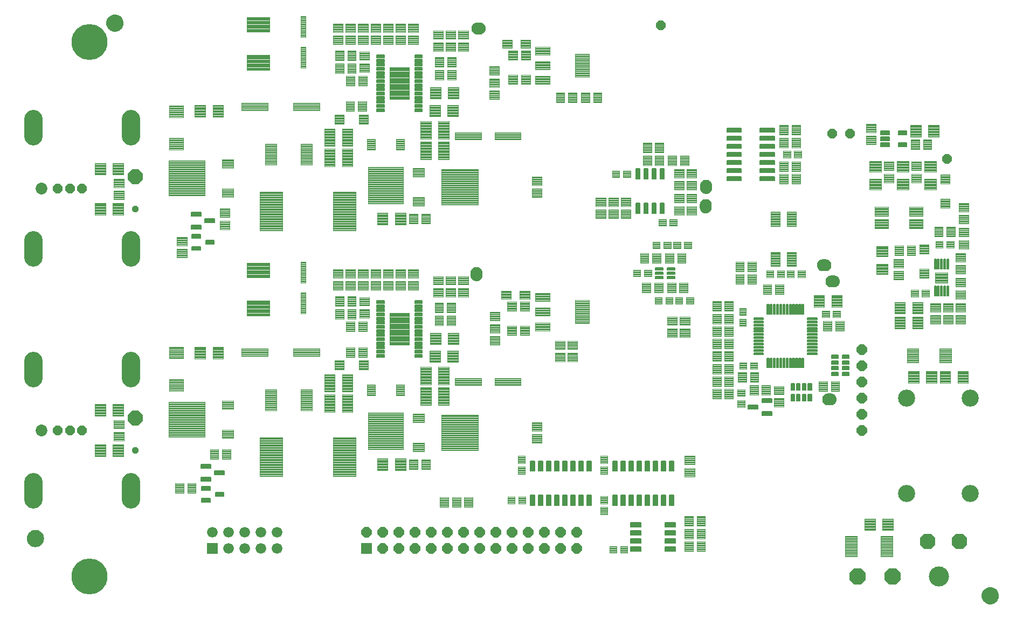
<source format=gts>
G75*
%MOIN*%
%OFA0B0*%
%FSLAX25Y25*%
%IPPOS*%
%LPD*%
%AMOC8*
5,1,8,0,0,1.08239X$1,22.5*
%
%ADD10C,0.13198*%
%ADD11C,0.00454*%
%ADD12C,0.00457*%
%ADD13OC8,0.10293*%
%ADD14C,0.12411*%
%ADD15C,0.00500*%
%ADD16OC8,0.09655*%
%ADD17C,0.00504*%
%ADD18C,0.00514*%
%ADD19C,0.00510*%
%ADD20C,0.00504*%
%ADD21C,0.00414*%
%ADD22C,0.10600*%
%ADD23C,0.00461*%
%ADD24C,0.00594*%
%ADD25C,0.00550*%
%ADD26C,0.00366*%
%ADD27C,0.00445*%
%ADD28C,0.00441*%
%ADD29C,0.00431*%
%ADD30OC8,0.05915*%
%ADD31OC8,0.09200*%
%ADD32OC8,0.04143*%
%ADD33C,0.00100*%
%ADD34C,0.11238*%
%ADD35OC8,0.06506*%
%ADD36R,0.06506X0.06506*%
%ADD37C,0.00428*%
%ADD38C,0.00408*%
%ADD39R,0.06600X0.06600*%
%ADD40C,0.06600*%
%ADD41C,0.07293*%
%ADD42C,0.00386*%
%ADD43C,0.00468*%
%ADD44C,0.00432*%
%ADD45C,0.00463*%
%ADD46C,0.00426*%
%ADD47C,0.00580*%
%ADD48C,0.00477*%
%ADD49C,0.22254*%
D10*
X0230514Y0052437D03*
X0230514Y0383146D03*
D11*
X0553873Y0303574D02*
X0558349Y0303574D01*
X0558349Y0299492D01*
X0553873Y0299492D01*
X0553873Y0303574D01*
X0553873Y0299945D02*
X0558349Y0299945D01*
X0558349Y0300398D02*
X0553873Y0300398D01*
X0553873Y0300851D02*
X0558349Y0300851D01*
X0558349Y0301304D02*
X0553873Y0301304D01*
X0553873Y0301757D02*
X0558349Y0301757D01*
X0558349Y0302210D02*
X0553873Y0302210D01*
X0553873Y0302663D02*
X0558349Y0302663D01*
X0558349Y0303116D02*
X0553873Y0303116D01*
X0553873Y0303569D02*
X0558349Y0303569D01*
X0560566Y0303574D02*
X0565042Y0303574D01*
X0565042Y0299492D01*
X0560566Y0299492D01*
X0560566Y0303574D01*
X0560566Y0299945D02*
X0565042Y0299945D01*
X0565042Y0300398D02*
X0560566Y0300398D01*
X0560566Y0300851D02*
X0565042Y0300851D01*
X0565042Y0301304D02*
X0560566Y0301304D01*
X0560566Y0301757D02*
X0565042Y0301757D01*
X0565042Y0302210D02*
X0560566Y0302210D01*
X0560566Y0302663D02*
X0565042Y0302663D01*
X0565042Y0303116D02*
X0560566Y0303116D01*
X0560566Y0303569D02*
X0565042Y0303569D01*
X0582623Y0273574D02*
X0587099Y0273574D01*
X0587099Y0269492D01*
X0582623Y0269492D01*
X0582623Y0273574D01*
X0582623Y0269945D02*
X0587099Y0269945D01*
X0587099Y0270398D02*
X0582623Y0270398D01*
X0582623Y0270851D02*
X0587099Y0270851D01*
X0587099Y0271304D02*
X0582623Y0271304D01*
X0582623Y0271757D02*
X0587099Y0271757D01*
X0587099Y0272210D02*
X0582623Y0272210D01*
X0582623Y0272663D02*
X0587099Y0272663D01*
X0587099Y0273116D02*
X0582623Y0273116D01*
X0582623Y0273569D02*
X0587099Y0273569D01*
X0589316Y0273574D02*
X0593792Y0273574D01*
X0593792Y0269492D01*
X0589316Y0269492D01*
X0589316Y0273574D01*
X0589316Y0269945D02*
X0593792Y0269945D01*
X0593792Y0270398D02*
X0589316Y0270398D01*
X0589316Y0270851D02*
X0593792Y0270851D01*
X0593792Y0271304D02*
X0589316Y0271304D01*
X0589316Y0271757D02*
X0593792Y0271757D01*
X0593792Y0272210D02*
X0589316Y0272210D01*
X0589316Y0272663D02*
X0593792Y0272663D01*
X0593792Y0273116D02*
X0589316Y0273116D01*
X0589316Y0273569D02*
X0593792Y0273569D01*
X0591623Y0255492D02*
X0596099Y0255492D01*
X0591623Y0255492D02*
X0591623Y0259574D01*
X0596099Y0259574D01*
X0596099Y0255492D01*
X0596099Y0255945D02*
X0591623Y0255945D01*
X0591623Y0256398D02*
X0596099Y0256398D01*
X0596099Y0256851D02*
X0591623Y0256851D01*
X0591623Y0257304D02*
X0596099Y0257304D01*
X0596099Y0257757D02*
X0591623Y0257757D01*
X0591623Y0258210D02*
X0596099Y0258210D01*
X0596099Y0258663D02*
X0591623Y0258663D01*
X0591623Y0259116D02*
X0596099Y0259116D01*
X0596099Y0259569D02*
X0591623Y0259569D01*
X0590042Y0259574D02*
X0585566Y0259574D01*
X0590042Y0259574D02*
X0590042Y0255492D01*
X0585566Y0255492D01*
X0585566Y0259574D01*
X0585566Y0255945D02*
X0590042Y0255945D01*
X0590042Y0256398D02*
X0585566Y0256398D01*
X0585566Y0256851D02*
X0590042Y0256851D01*
X0590042Y0257304D02*
X0585566Y0257304D01*
X0585566Y0257757D02*
X0590042Y0257757D01*
X0590042Y0258210D02*
X0585566Y0258210D01*
X0585566Y0258663D02*
X0590042Y0258663D01*
X0590042Y0259116D02*
X0585566Y0259116D01*
X0585566Y0259569D02*
X0590042Y0259569D01*
X0583349Y0259574D02*
X0578873Y0259574D01*
X0583349Y0259574D02*
X0583349Y0255492D01*
X0578873Y0255492D01*
X0578873Y0259574D01*
X0578873Y0255945D02*
X0583349Y0255945D01*
X0583349Y0256398D02*
X0578873Y0256398D01*
X0578873Y0256851D02*
X0583349Y0256851D01*
X0583349Y0257304D02*
X0578873Y0257304D01*
X0578873Y0257757D02*
X0583349Y0257757D01*
X0583349Y0258210D02*
X0578873Y0258210D01*
X0578873Y0258663D02*
X0583349Y0258663D01*
X0583349Y0259116D02*
X0578873Y0259116D01*
X0578873Y0259569D02*
X0583349Y0259569D01*
X0598316Y0255492D02*
X0602792Y0255492D01*
X0598316Y0255492D02*
X0598316Y0259574D01*
X0602792Y0259574D01*
X0602792Y0255492D01*
X0602792Y0255945D02*
X0598316Y0255945D01*
X0598316Y0256398D02*
X0602792Y0256398D01*
X0602792Y0256851D02*
X0598316Y0256851D01*
X0598316Y0257304D02*
X0602792Y0257304D01*
X0602792Y0257757D02*
X0598316Y0257757D01*
X0598316Y0258210D02*
X0602792Y0258210D01*
X0602792Y0258663D02*
X0598316Y0258663D01*
X0598316Y0259116D02*
X0602792Y0259116D01*
X0602792Y0259569D02*
X0598316Y0259569D01*
X0578042Y0242324D02*
X0573566Y0242324D01*
X0578042Y0242324D02*
X0578042Y0238242D01*
X0573566Y0238242D01*
X0573566Y0242324D01*
X0573566Y0238695D02*
X0578042Y0238695D01*
X0578042Y0239148D02*
X0573566Y0239148D01*
X0573566Y0239601D02*
X0578042Y0239601D01*
X0578042Y0240054D02*
X0573566Y0240054D01*
X0573566Y0240507D02*
X0578042Y0240507D01*
X0578042Y0240960D02*
X0573566Y0240960D01*
X0573566Y0241413D02*
X0578042Y0241413D01*
X0578042Y0241866D02*
X0573566Y0241866D01*
X0573566Y0242319D02*
X0578042Y0242319D01*
X0571349Y0242324D02*
X0566873Y0242324D01*
X0571349Y0242324D02*
X0571349Y0238242D01*
X0566873Y0238242D01*
X0566873Y0242324D01*
X0566873Y0238695D02*
X0571349Y0238695D01*
X0571349Y0239148D02*
X0566873Y0239148D01*
X0566873Y0239601D02*
X0571349Y0239601D01*
X0571349Y0240054D02*
X0566873Y0240054D01*
X0566873Y0240507D02*
X0571349Y0240507D01*
X0571349Y0240960D02*
X0566873Y0240960D01*
X0566873Y0241413D02*
X0571349Y0241413D01*
X0571349Y0241866D02*
X0566873Y0241866D01*
X0566873Y0242319D02*
X0571349Y0242319D01*
X0580123Y0225324D02*
X0584599Y0225324D01*
X0584599Y0221242D01*
X0580123Y0221242D01*
X0580123Y0225324D01*
X0580123Y0221695D02*
X0584599Y0221695D01*
X0584599Y0222148D02*
X0580123Y0222148D01*
X0580123Y0222601D02*
X0584599Y0222601D01*
X0584599Y0223054D02*
X0580123Y0223054D01*
X0580123Y0223507D02*
X0584599Y0223507D01*
X0584599Y0223960D02*
X0580123Y0223960D01*
X0580123Y0224413D02*
X0584599Y0224413D01*
X0584599Y0224866D02*
X0580123Y0224866D01*
X0580123Y0225319D02*
X0584599Y0225319D01*
X0586816Y0225324D02*
X0591292Y0225324D01*
X0591292Y0221242D01*
X0586816Y0221242D01*
X0586816Y0225324D01*
X0586816Y0221695D02*
X0591292Y0221695D01*
X0591292Y0222148D02*
X0586816Y0222148D01*
X0586816Y0222601D02*
X0591292Y0222601D01*
X0591292Y0223054D02*
X0586816Y0223054D01*
X0586816Y0223507D02*
X0591292Y0223507D01*
X0591292Y0223960D02*
X0586816Y0223960D01*
X0586816Y0224413D02*
X0591292Y0224413D01*
X0591292Y0224866D02*
X0586816Y0224866D01*
X0586816Y0225319D02*
X0591292Y0225319D01*
X0592873Y0221242D02*
X0597349Y0221242D01*
X0592873Y0221242D02*
X0592873Y0225324D01*
X0597349Y0225324D01*
X0597349Y0221242D01*
X0597349Y0221695D02*
X0592873Y0221695D01*
X0592873Y0222148D02*
X0597349Y0222148D01*
X0597349Y0222601D02*
X0592873Y0222601D01*
X0592873Y0223054D02*
X0597349Y0223054D01*
X0597349Y0223507D02*
X0592873Y0223507D01*
X0592873Y0223960D02*
X0597349Y0223960D01*
X0597349Y0224413D02*
X0592873Y0224413D01*
X0592873Y0224866D02*
X0597349Y0224866D01*
X0597349Y0225319D02*
X0592873Y0225319D01*
X0599566Y0221242D02*
X0604042Y0221242D01*
X0599566Y0221242D02*
X0599566Y0225324D01*
X0604042Y0225324D01*
X0604042Y0221242D01*
X0604042Y0221695D02*
X0599566Y0221695D01*
X0599566Y0222148D02*
X0604042Y0222148D01*
X0604042Y0222601D02*
X0599566Y0222601D01*
X0599566Y0223054D02*
X0604042Y0223054D01*
X0604042Y0223507D02*
X0599566Y0223507D01*
X0599566Y0223960D02*
X0604042Y0223960D01*
X0604042Y0224413D02*
X0599566Y0224413D01*
X0599566Y0224866D02*
X0604042Y0224866D01*
X0604042Y0225319D02*
X0599566Y0225319D01*
X0632416Y0218618D02*
X0632416Y0214142D01*
X0632416Y0218618D02*
X0636498Y0218618D01*
X0636498Y0214142D01*
X0632416Y0214142D01*
X0632416Y0214595D02*
X0636498Y0214595D01*
X0636498Y0215048D02*
X0632416Y0215048D01*
X0632416Y0215501D02*
X0636498Y0215501D01*
X0636498Y0215954D02*
X0632416Y0215954D01*
X0632416Y0216407D02*
X0636498Y0216407D01*
X0636498Y0216860D02*
X0632416Y0216860D01*
X0632416Y0217313D02*
X0636498Y0217313D01*
X0636498Y0217766D02*
X0632416Y0217766D01*
X0632416Y0218219D02*
X0636498Y0218219D01*
X0632416Y0211925D02*
X0632416Y0207449D01*
X0632416Y0211925D02*
X0636498Y0211925D01*
X0636498Y0207449D01*
X0632416Y0207449D01*
X0632416Y0207902D02*
X0636498Y0207902D01*
X0636498Y0208355D02*
X0632416Y0208355D01*
X0632416Y0208808D02*
X0636498Y0208808D01*
X0636498Y0209261D02*
X0632416Y0209261D01*
X0632416Y0209714D02*
X0636498Y0209714D01*
X0636498Y0210167D02*
X0632416Y0210167D01*
X0632416Y0210620D02*
X0636498Y0210620D01*
X0636498Y0211073D02*
X0632416Y0211073D01*
X0632416Y0211526D02*
X0636498Y0211526D01*
X0636849Y0185074D02*
X0632373Y0185074D01*
X0636849Y0185074D02*
X0636849Y0180992D01*
X0632373Y0180992D01*
X0632373Y0185074D01*
X0632373Y0181445D02*
X0636849Y0181445D01*
X0636849Y0181898D02*
X0632373Y0181898D01*
X0632373Y0182351D02*
X0636849Y0182351D01*
X0636849Y0182804D02*
X0632373Y0182804D01*
X0632373Y0183257D02*
X0636849Y0183257D01*
X0636849Y0183710D02*
X0632373Y0183710D01*
X0632373Y0184163D02*
X0636849Y0184163D01*
X0636849Y0184616D02*
X0632373Y0184616D01*
X0632373Y0185069D02*
X0636849Y0185069D01*
X0639066Y0185074D02*
X0643542Y0185074D01*
X0643542Y0180992D01*
X0639066Y0180992D01*
X0639066Y0185074D01*
X0639066Y0181445D02*
X0643542Y0181445D01*
X0643542Y0181898D02*
X0639066Y0181898D01*
X0639066Y0182351D02*
X0643542Y0182351D01*
X0643542Y0182804D02*
X0639066Y0182804D01*
X0639066Y0183257D02*
X0643542Y0183257D01*
X0643542Y0183710D02*
X0639066Y0183710D01*
X0639066Y0184163D02*
X0643542Y0184163D01*
X0643542Y0184616D02*
X0639066Y0184616D01*
X0639066Y0185069D02*
X0643542Y0185069D01*
X0635695Y0168171D02*
X0635695Y0164089D01*
X0631219Y0164089D01*
X0631219Y0168171D01*
X0635695Y0168171D01*
X0635695Y0164542D02*
X0631219Y0164542D01*
X0631219Y0164995D02*
X0635695Y0164995D01*
X0635695Y0165448D02*
X0631219Y0165448D01*
X0631219Y0165901D02*
X0635695Y0165901D01*
X0635695Y0166354D02*
X0631219Y0166354D01*
X0631219Y0166807D02*
X0635695Y0166807D01*
X0635695Y0167260D02*
X0631219Y0167260D01*
X0631219Y0167713D02*
X0635695Y0167713D01*
X0635695Y0168166D02*
X0631219Y0168166D01*
X0635695Y0161478D02*
X0635695Y0157396D01*
X0631219Y0157396D01*
X0631219Y0161478D01*
X0635695Y0161478D01*
X0635695Y0157849D02*
X0631219Y0157849D01*
X0631219Y0158302D02*
X0635695Y0158302D01*
X0635695Y0158755D02*
X0631219Y0158755D01*
X0631219Y0159208D02*
X0635695Y0159208D01*
X0635695Y0159661D02*
X0631219Y0159661D01*
X0631219Y0160114D02*
X0635695Y0160114D01*
X0635695Y0160567D02*
X0631219Y0160567D01*
X0631219Y0161020D02*
X0635695Y0161020D01*
X0635695Y0161473D02*
X0631219Y0161473D01*
X0546666Y0127118D02*
X0546666Y0122642D01*
X0546666Y0127118D02*
X0550748Y0127118D01*
X0550748Y0122642D01*
X0546666Y0122642D01*
X0546666Y0123095D02*
X0550748Y0123095D01*
X0550748Y0123548D02*
X0546666Y0123548D01*
X0546666Y0124001D02*
X0550748Y0124001D01*
X0550748Y0124454D02*
X0546666Y0124454D01*
X0546666Y0124907D02*
X0550748Y0124907D01*
X0550748Y0125360D02*
X0546666Y0125360D01*
X0546666Y0125813D02*
X0550748Y0125813D01*
X0550748Y0126266D02*
X0546666Y0126266D01*
X0546666Y0126719D02*
X0550748Y0126719D01*
X0546666Y0120425D02*
X0546666Y0115949D01*
X0546666Y0120425D02*
X0550748Y0120425D01*
X0550748Y0115949D01*
X0546666Y0115949D01*
X0546666Y0116402D02*
X0550748Y0116402D01*
X0550748Y0116855D02*
X0546666Y0116855D01*
X0546666Y0117308D02*
X0550748Y0117308D01*
X0550748Y0117761D02*
X0546666Y0117761D01*
X0546666Y0118214D02*
X0550748Y0118214D01*
X0550748Y0118667D02*
X0546666Y0118667D01*
X0546666Y0119120D02*
X0550748Y0119120D01*
X0550748Y0119573D02*
X0546666Y0119573D01*
X0546666Y0120026D02*
X0550748Y0120026D01*
X0546666Y0102118D02*
X0546666Y0097642D01*
X0546666Y0102118D02*
X0550748Y0102118D01*
X0550748Y0097642D01*
X0546666Y0097642D01*
X0546666Y0098095D02*
X0550748Y0098095D01*
X0550748Y0098548D02*
X0546666Y0098548D01*
X0546666Y0099001D02*
X0550748Y0099001D01*
X0550748Y0099454D02*
X0546666Y0099454D01*
X0546666Y0099907D02*
X0550748Y0099907D01*
X0550748Y0100360D02*
X0546666Y0100360D01*
X0546666Y0100813D02*
X0550748Y0100813D01*
X0550748Y0101266D02*
X0546666Y0101266D01*
X0546666Y0101719D02*
X0550748Y0101719D01*
X0546666Y0095425D02*
X0546666Y0090949D01*
X0546666Y0095425D02*
X0550748Y0095425D01*
X0550748Y0090949D01*
X0546666Y0090949D01*
X0546666Y0091402D02*
X0550748Y0091402D01*
X0550748Y0091855D02*
X0546666Y0091855D01*
X0546666Y0092308D02*
X0550748Y0092308D01*
X0550748Y0092761D02*
X0546666Y0092761D01*
X0546666Y0093214D02*
X0550748Y0093214D01*
X0550748Y0093667D02*
X0546666Y0093667D01*
X0546666Y0094120D02*
X0550748Y0094120D01*
X0550748Y0094573D02*
X0546666Y0094573D01*
X0546666Y0095026D02*
X0550748Y0095026D01*
X0552123Y0067242D02*
X0556599Y0067242D01*
X0552123Y0067242D02*
X0552123Y0071324D01*
X0556599Y0071324D01*
X0556599Y0067242D01*
X0556599Y0067695D02*
X0552123Y0067695D01*
X0552123Y0068148D02*
X0556599Y0068148D01*
X0556599Y0068601D02*
X0552123Y0068601D01*
X0552123Y0069054D02*
X0556599Y0069054D01*
X0556599Y0069507D02*
X0552123Y0069507D01*
X0552123Y0069960D02*
X0556599Y0069960D01*
X0556599Y0070413D02*
X0552123Y0070413D01*
X0552123Y0070866D02*
X0556599Y0070866D01*
X0556599Y0071319D02*
X0552123Y0071319D01*
X0558816Y0067242D02*
X0563292Y0067242D01*
X0558816Y0067242D02*
X0558816Y0071324D01*
X0563292Y0071324D01*
X0563292Y0067242D01*
X0563292Y0067695D02*
X0558816Y0067695D01*
X0558816Y0068148D02*
X0563292Y0068148D01*
X0563292Y0068601D02*
X0558816Y0068601D01*
X0558816Y0069054D02*
X0563292Y0069054D01*
X0563292Y0069507D02*
X0558816Y0069507D01*
X0558816Y0069960D02*
X0563292Y0069960D01*
X0563292Y0070413D02*
X0558816Y0070413D01*
X0558816Y0070866D02*
X0563292Y0070866D01*
X0563292Y0071319D02*
X0558816Y0071319D01*
X0500292Y0101824D02*
X0495816Y0101824D01*
X0500292Y0101824D02*
X0500292Y0097742D01*
X0495816Y0097742D01*
X0495816Y0101824D01*
X0495816Y0098195D02*
X0500292Y0098195D01*
X0500292Y0098648D02*
X0495816Y0098648D01*
X0495816Y0099101D02*
X0500292Y0099101D01*
X0500292Y0099554D02*
X0495816Y0099554D01*
X0495816Y0100007D02*
X0500292Y0100007D01*
X0500292Y0100460D02*
X0495816Y0100460D01*
X0495816Y0100913D02*
X0500292Y0100913D01*
X0500292Y0101366D02*
X0495816Y0101366D01*
X0495816Y0101819D02*
X0500292Y0101819D01*
X0493599Y0101824D02*
X0489123Y0101824D01*
X0493599Y0101824D02*
X0493599Y0097742D01*
X0489123Y0097742D01*
X0489123Y0101824D01*
X0489123Y0098195D02*
X0493599Y0098195D01*
X0493599Y0098648D02*
X0489123Y0098648D01*
X0489123Y0099101D02*
X0493599Y0099101D01*
X0493599Y0099554D02*
X0489123Y0099554D01*
X0489123Y0100007D02*
X0493599Y0100007D01*
X0493599Y0100460D02*
X0489123Y0100460D01*
X0489123Y0100913D02*
X0493599Y0100913D01*
X0493599Y0101366D02*
X0489123Y0101366D01*
X0489123Y0101819D02*
X0493599Y0101819D01*
X0495666Y0115949D02*
X0495666Y0120425D01*
X0499748Y0120425D01*
X0499748Y0115949D01*
X0495666Y0115949D01*
X0495666Y0116402D02*
X0499748Y0116402D01*
X0499748Y0116855D02*
X0495666Y0116855D01*
X0495666Y0117308D02*
X0499748Y0117308D01*
X0499748Y0117761D02*
X0495666Y0117761D01*
X0495666Y0118214D02*
X0499748Y0118214D01*
X0499748Y0118667D02*
X0495666Y0118667D01*
X0495666Y0119120D02*
X0499748Y0119120D01*
X0499748Y0119573D02*
X0495666Y0119573D01*
X0495666Y0120026D02*
X0499748Y0120026D01*
X0495666Y0122642D02*
X0495666Y0127118D01*
X0499748Y0127118D01*
X0499748Y0122642D01*
X0495666Y0122642D01*
X0495666Y0123095D02*
X0499748Y0123095D01*
X0499748Y0123548D02*
X0495666Y0123548D01*
X0495666Y0124001D02*
X0499748Y0124001D01*
X0499748Y0124454D02*
X0495666Y0124454D01*
X0495666Y0124907D02*
X0499748Y0124907D01*
X0499748Y0125360D02*
X0495666Y0125360D01*
X0495666Y0125813D02*
X0499748Y0125813D01*
X0499748Y0126266D02*
X0495666Y0126266D01*
X0495666Y0126719D02*
X0499748Y0126719D01*
X0683623Y0217074D02*
X0688099Y0217074D01*
X0688099Y0212992D01*
X0683623Y0212992D01*
X0683623Y0217074D01*
X0683623Y0213445D02*
X0688099Y0213445D01*
X0688099Y0213898D02*
X0683623Y0213898D01*
X0683623Y0214351D02*
X0688099Y0214351D01*
X0688099Y0214804D02*
X0683623Y0214804D01*
X0683623Y0215257D02*
X0688099Y0215257D01*
X0688099Y0215710D02*
X0683623Y0215710D01*
X0683623Y0216163D02*
X0688099Y0216163D01*
X0688099Y0216616D02*
X0683623Y0216616D01*
X0683623Y0217069D02*
X0688099Y0217069D01*
X0690316Y0217074D02*
X0694792Y0217074D01*
X0694792Y0212992D01*
X0690316Y0212992D01*
X0690316Y0217074D01*
X0690316Y0213445D02*
X0694792Y0213445D01*
X0694792Y0213898D02*
X0690316Y0213898D01*
X0690316Y0214351D02*
X0694792Y0214351D01*
X0694792Y0214804D02*
X0690316Y0214804D01*
X0690316Y0215257D02*
X0694792Y0215257D01*
X0694792Y0215710D02*
X0690316Y0215710D01*
X0690316Y0216163D02*
X0694792Y0216163D01*
X0694792Y0216616D02*
X0690316Y0216616D01*
X0690316Y0217069D02*
X0694792Y0217069D01*
X0673042Y0241824D02*
X0668566Y0241824D01*
X0673042Y0241824D02*
X0673042Y0237742D01*
X0668566Y0237742D01*
X0668566Y0241824D01*
X0668566Y0238195D02*
X0673042Y0238195D01*
X0673042Y0238648D02*
X0668566Y0238648D01*
X0668566Y0239101D02*
X0673042Y0239101D01*
X0673042Y0239554D02*
X0668566Y0239554D01*
X0668566Y0240007D02*
X0673042Y0240007D01*
X0673042Y0240460D02*
X0668566Y0240460D01*
X0668566Y0240913D02*
X0673042Y0240913D01*
X0673042Y0241366D02*
X0668566Y0241366D01*
X0668566Y0241819D02*
X0673042Y0241819D01*
X0666349Y0241824D02*
X0661873Y0241824D01*
X0666349Y0241824D02*
X0666349Y0237742D01*
X0661873Y0237742D01*
X0661873Y0241824D01*
X0661873Y0238195D02*
X0666349Y0238195D01*
X0666349Y0238648D02*
X0661873Y0238648D01*
X0661873Y0239101D02*
X0666349Y0239101D01*
X0666349Y0239554D02*
X0661873Y0239554D01*
X0661873Y0240007D02*
X0666349Y0240007D01*
X0666349Y0240460D02*
X0661873Y0240460D01*
X0661873Y0240913D02*
X0666349Y0240913D01*
X0666349Y0241366D02*
X0661873Y0241366D01*
X0661873Y0241819D02*
X0666349Y0241819D01*
X0660292Y0237742D02*
X0655816Y0237742D01*
X0655816Y0241824D01*
X0660292Y0241824D01*
X0660292Y0237742D01*
X0660292Y0238195D02*
X0655816Y0238195D01*
X0655816Y0238648D02*
X0660292Y0238648D01*
X0660292Y0239101D02*
X0655816Y0239101D01*
X0655816Y0239554D02*
X0660292Y0239554D01*
X0660292Y0240007D02*
X0655816Y0240007D01*
X0655816Y0240460D02*
X0660292Y0240460D01*
X0660292Y0240913D02*
X0655816Y0240913D01*
X0655816Y0241366D02*
X0660292Y0241366D01*
X0660292Y0241819D02*
X0655816Y0241819D01*
X0653599Y0237742D02*
X0649123Y0237742D01*
X0649123Y0241824D01*
X0653599Y0241824D01*
X0653599Y0237742D01*
X0653599Y0238195D02*
X0649123Y0238195D01*
X0649123Y0238648D02*
X0653599Y0238648D01*
X0653599Y0239101D02*
X0649123Y0239101D01*
X0649123Y0239554D02*
X0653599Y0239554D01*
X0653599Y0240007D02*
X0649123Y0240007D01*
X0649123Y0240460D02*
X0653599Y0240460D01*
X0653599Y0240913D02*
X0649123Y0240913D01*
X0649123Y0241366D02*
X0653599Y0241366D01*
X0653599Y0241819D02*
X0649123Y0241819D01*
X0738623Y0225742D02*
X0743099Y0225742D01*
X0738623Y0225742D02*
X0738623Y0229824D01*
X0743099Y0229824D01*
X0743099Y0225742D01*
X0743099Y0226195D02*
X0738623Y0226195D01*
X0738623Y0226648D02*
X0743099Y0226648D01*
X0743099Y0227101D02*
X0738623Y0227101D01*
X0738623Y0227554D02*
X0743099Y0227554D01*
X0743099Y0228007D02*
X0738623Y0228007D01*
X0738623Y0228460D02*
X0743099Y0228460D01*
X0743099Y0228913D02*
X0738623Y0228913D01*
X0738623Y0229366D02*
X0743099Y0229366D01*
X0743099Y0229819D02*
X0738623Y0229819D01*
X0745316Y0225742D02*
X0749792Y0225742D01*
X0745316Y0225742D02*
X0745316Y0229824D01*
X0749792Y0229824D01*
X0749792Y0225742D01*
X0749792Y0226195D02*
X0745316Y0226195D01*
X0745316Y0226648D02*
X0749792Y0226648D01*
X0749792Y0227101D02*
X0745316Y0227101D01*
X0745316Y0227554D02*
X0749792Y0227554D01*
X0749792Y0228007D02*
X0745316Y0228007D01*
X0745316Y0228460D02*
X0749792Y0228460D01*
X0749792Y0228913D02*
X0745316Y0228913D01*
X0745316Y0229366D02*
X0749792Y0229366D01*
X0749792Y0229819D02*
X0745316Y0229819D01*
X0753873Y0255992D02*
X0758349Y0255992D01*
X0753873Y0255992D02*
X0753873Y0260074D01*
X0758349Y0260074D01*
X0758349Y0255992D01*
X0758349Y0256445D02*
X0753873Y0256445D01*
X0753873Y0256898D02*
X0758349Y0256898D01*
X0758349Y0257351D02*
X0753873Y0257351D01*
X0753873Y0257804D02*
X0758349Y0257804D01*
X0758349Y0258257D02*
X0753873Y0258257D01*
X0753873Y0258710D02*
X0758349Y0258710D01*
X0758349Y0259163D02*
X0753873Y0259163D01*
X0753873Y0259616D02*
X0758349Y0259616D01*
X0758349Y0260069D02*
X0753873Y0260069D01*
X0760566Y0255992D02*
X0765042Y0255992D01*
X0760566Y0255992D02*
X0760566Y0260074D01*
X0765042Y0260074D01*
X0765042Y0255992D01*
X0765042Y0256445D02*
X0760566Y0256445D01*
X0760566Y0256898D02*
X0765042Y0256898D01*
X0765042Y0257351D02*
X0760566Y0257351D01*
X0760566Y0257804D02*
X0765042Y0257804D01*
X0765042Y0258257D02*
X0760566Y0258257D01*
X0760566Y0258710D02*
X0765042Y0258710D01*
X0765042Y0259163D02*
X0760566Y0259163D01*
X0760566Y0259616D02*
X0765042Y0259616D01*
X0765042Y0260069D02*
X0760566Y0260069D01*
X0670792Y0311742D02*
X0666316Y0311742D01*
X0666316Y0315824D01*
X0670792Y0315824D01*
X0670792Y0311742D01*
X0670792Y0312195D02*
X0666316Y0312195D01*
X0666316Y0312648D02*
X0670792Y0312648D01*
X0670792Y0313101D02*
X0666316Y0313101D01*
X0666316Y0313554D02*
X0670792Y0313554D01*
X0670792Y0314007D02*
X0666316Y0314007D01*
X0666316Y0314460D02*
X0670792Y0314460D01*
X0670792Y0314913D02*
X0666316Y0314913D01*
X0666316Y0315366D02*
X0670792Y0315366D01*
X0670792Y0315819D02*
X0666316Y0315819D01*
X0664099Y0311742D02*
X0659623Y0311742D01*
X0659623Y0315824D01*
X0664099Y0315824D01*
X0664099Y0311742D01*
X0664099Y0312195D02*
X0659623Y0312195D01*
X0659623Y0312648D02*
X0664099Y0312648D01*
X0664099Y0313101D02*
X0659623Y0313101D01*
X0659623Y0313554D02*
X0664099Y0313554D01*
X0664099Y0314007D02*
X0659623Y0314007D01*
X0659623Y0314460D02*
X0664099Y0314460D01*
X0664099Y0314913D02*
X0659623Y0314913D01*
X0659623Y0315366D02*
X0664099Y0315366D01*
X0664099Y0315819D02*
X0659623Y0315819D01*
D12*
X0657336Y0324058D02*
X0662598Y0324058D01*
X0662598Y0318008D01*
X0657336Y0318008D01*
X0657336Y0324058D01*
X0657336Y0318464D02*
X0662598Y0318464D01*
X0662598Y0318920D02*
X0657336Y0318920D01*
X0657336Y0319376D02*
X0662598Y0319376D01*
X0662598Y0319832D02*
X0657336Y0319832D01*
X0657336Y0320288D02*
X0662598Y0320288D01*
X0662598Y0320744D02*
X0657336Y0320744D01*
X0657336Y0321200D02*
X0662598Y0321200D01*
X0662598Y0321656D02*
X0657336Y0321656D01*
X0657336Y0322112D02*
X0662598Y0322112D01*
X0662598Y0322568D02*
X0657336Y0322568D01*
X0657336Y0323024D02*
X0662598Y0323024D01*
X0662598Y0323480D02*
X0657336Y0323480D01*
X0657336Y0323936D02*
X0662598Y0323936D01*
X0662598Y0325758D02*
X0657336Y0325758D01*
X0657336Y0331808D01*
X0662598Y0331808D01*
X0662598Y0325758D01*
X0662598Y0326214D02*
X0657336Y0326214D01*
X0657336Y0326670D02*
X0662598Y0326670D01*
X0662598Y0327126D02*
X0657336Y0327126D01*
X0657336Y0327582D02*
X0662598Y0327582D01*
X0662598Y0328038D02*
X0657336Y0328038D01*
X0657336Y0328494D02*
X0662598Y0328494D01*
X0662598Y0328950D02*
X0657336Y0328950D01*
X0657336Y0329406D02*
X0662598Y0329406D01*
X0662598Y0329862D02*
X0657336Y0329862D01*
X0657336Y0330318D02*
X0662598Y0330318D01*
X0662598Y0330774D02*
X0657336Y0330774D01*
X0657336Y0331230D02*
X0662598Y0331230D01*
X0662598Y0331686D02*
X0657336Y0331686D01*
X0664817Y0325758D02*
X0670079Y0325758D01*
X0664817Y0325758D02*
X0664817Y0331808D01*
X0670079Y0331808D01*
X0670079Y0325758D01*
X0670079Y0326214D02*
X0664817Y0326214D01*
X0664817Y0326670D02*
X0670079Y0326670D01*
X0670079Y0327126D02*
X0664817Y0327126D01*
X0664817Y0327582D02*
X0670079Y0327582D01*
X0670079Y0328038D02*
X0664817Y0328038D01*
X0664817Y0328494D02*
X0670079Y0328494D01*
X0670079Y0328950D02*
X0664817Y0328950D01*
X0664817Y0329406D02*
X0670079Y0329406D01*
X0670079Y0329862D02*
X0664817Y0329862D01*
X0664817Y0330318D02*
X0670079Y0330318D01*
X0670079Y0330774D02*
X0664817Y0330774D01*
X0664817Y0331230D02*
X0670079Y0331230D01*
X0670079Y0331686D02*
X0664817Y0331686D01*
X0664817Y0324058D02*
X0670079Y0324058D01*
X0670079Y0318008D01*
X0664817Y0318008D01*
X0664817Y0324058D01*
X0664817Y0318464D02*
X0670079Y0318464D01*
X0670079Y0318920D02*
X0664817Y0318920D01*
X0664817Y0319376D02*
X0670079Y0319376D01*
X0670079Y0319832D02*
X0664817Y0319832D01*
X0664817Y0320288D02*
X0670079Y0320288D01*
X0670079Y0320744D02*
X0664817Y0320744D01*
X0664817Y0321200D02*
X0670079Y0321200D01*
X0670079Y0321656D02*
X0664817Y0321656D01*
X0664817Y0322112D02*
X0670079Y0322112D01*
X0670079Y0322568D02*
X0664817Y0322568D01*
X0664817Y0323024D02*
X0670079Y0323024D01*
X0670079Y0323480D02*
X0664817Y0323480D01*
X0664817Y0323936D02*
X0670079Y0323936D01*
X0670079Y0309308D02*
X0664817Y0309308D01*
X0670079Y0309308D02*
X0670079Y0303258D01*
X0664817Y0303258D01*
X0664817Y0309308D01*
X0664817Y0303714D02*
X0670079Y0303714D01*
X0670079Y0304170D02*
X0664817Y0304170D01*
X0664817Y0304626D02*
X0670079Y0304626D01*
X0670079Y0305082D02*
X0664817Y0305082D01*
X0664817Y0305538D02*
X0670079Y0305538D01*
X0670079Y0305994D02*
X0664817Y0305994D01*
X0664817Y0306450D02*
X0670079Y0306450D01*
X0670079Y0306906D02*
X0664817Y0306906D01*
X0664817Y0307362D02*
X0670079Y0307362D01*
X0670079Y0307818D02*
X0664817Y0307818D01*
X0664817Y0308274D02*
X0670079Y0308274D01*
X0670079Y0308730D02*
X0664817Y0308730D01*
X0664817Y0309186D02*
X0670079Y0309186D01*
X0662598Y0309308D02*
X0657336Y0309308D01*
X0662598Y0309308D02*
X0662598Y0303258D01*
X0657336Y0303258D01*
X0657336Y0309308D01*
X0657336Y0303714D02*
X0662598Y0303714D01*
X0662598Y0304170D02*
X0657336Y0304170D01*
X0657336Y0304626D02*
X0662598Y0304626D01*
X0662598Y0305082D02*
X0657336Y0305082D01*
X0657336Y0305538D02*
X0662598Y0305538D01*
X0662598Y0305994D02*
X0657336Y0305994D01*
X0657336Y0306450D02*
X0662598Y0306450D01*
X0662598Y0306906D02*
X0657336Y0306906D01*
X0657336Y0307362D02*
X0662598Y0307362D01*
X0662598Y0307818D02*
X0657336Y0307818D01*
X0657336Y0308274D02*
X0662598Y0308274D01*
X0662598Y0308730D02*
X0657336Y0308730D01*
X0657336Y0309186D02*
X0662598Y0309186D01*
X0662598Y0295508D02*
X0657336Y0295508D01*
X0657336Y0301558D01*
X0662598Y0301558D01*
X0662598Y0295508D01*
X0662598Y0295964D02*
X0657336Y0295964D01*
X0657336Y0296420D02*
X0662598Y0296420D01*
X0662598Y0296876D02*
X0657336Y0296876D01*
X0657336Y0297332D02*
X0662598Y0297332D01*
X0662598Y0297788D02*
X0657336Y0297788D01*
X0657336Y0298244D02*
X0662598Y0298244D01*
X0662598Y0298700D02*
X0657336Y0298700D01*
X0657336Y0299156D02*
X0662598Y0299156D01*
X0662598Y0299612D02*
X0657336Y0299612D01*
X0657336Y0300068D02*
X0662598Y0300068D01*
X0662598Y0300524D02*
X0657336Y0300524D01*
X0657336Y0300980D02*
X0662598Y0300980D01*
X0662598Y0301436D02*
X0657336Y0301436D01*
X0664817Y0295508D02*
X0670079Y0295508D01*
X0664817Y0295508D02*
X0664817Y0301558D01*
X0670079Y0301558D01*
X0670079Y0295508D01*
X0670079Y0295964D02*
X0664817Y0295964D01*
X0664817Y0296420D02*
X0670079Y0296420D01*
X0670079Y0296876D02*
X0664817Y0296876D01*
X0664817Y0297332D02*
X0670079Y0297332D01*
X0670079Y0297788D02*
X0664817Y0297788D01*
X0664817Y0298244D02*
X0670079Y0298244D01*
X0670079Y0298700D02*
X0664817Y0298700D01*
X0664817Y0299156D02*
X0670079Y0299156D01*
X0670079Y0299612D02*
X0664817Y0299612D01*
X0664817Y0300068D02*
X0670079Y0300068D01*
X0670079Y0300524D02*
X0664817Y0300524D01*
X0664817Y0300980D02*
X0670079Y0300980D01*
X0670079Y0301436D02*
X0664817Y0301436D01*
X0716982Y0319912D02*
X0716982Y0325174D01*
X0716982Y0319912D02*
X0710932Y0319912D01*
X0710932Y0325174D01*
X0716982Y0325174D01*
X0716982Y0320368D02*
X0710932Y0320368D01*
X0710932Y0320824D02*
X0716982Y0320824D01*
X0716982Y0321280D02*
X0710932Y0321280D01*
X0710932Y0321736D02*
X0716982Y0321736D01*
X0716982Y0322192D02*
X0710932Y0322192D01*
X0710932Y0322648D02*
X0716982Y0322648D01*
X0716982Y0323104D02*
X0710932Y0323104D01*
X0710932Y0323560D02*
X0716982Y0323560D01*
X0716982Y0324016D02*
X0710932Y0324016D01*
X0710932Y0324472D02*
X0716982Y0324472D01*
X0716982Y0324928D02*
X0710932Y0324928D01*
X0716982Y0327393D02*
X0716982Y0332655D01*
X0716982Y0327393D02*
X0710932Y0327393D01*
X0710932Y0332655D01*
X0716982Y0332655D01*
X0716982Y0327849D02*
X0710932Y0327849D01*
X0710932Y0328305D02*
X0716982Y0328305D01*
X0716982Y0328761D02*
X0710932Y0328761D01*
X0710932Y0329217D02*
X0716982Y0329217D01*
X0716982Y0329673D02*
X0710932Y0329673D01*
X0710932Y0330129D02*
X0716982Y0330129D01*
X0716982Y0330585D02*
X0710932Y0330585D01*
X0710932Y0331041D02*
X0716982Y0331041D01*
X0716982Y0331497D02*
X0710932Y0331497D01*
X0710932Y0331953D02*
X0716982Y0331953D01*
X0716982Y0332409D02*
X0710932Y0332409D01*
X0738586Y0322808D02*
X0743848Y0322808D01*
X0743848Y0316758D01*
X0738586Y0316758D01*
X0738586Y0322808D01*
X0738586Y0317214D02*
X0743848Y0317214D01*
X0743848Y0317670D02*
X0738586Y0317670D01*
X0738586Y0318126D02*
X0743848Y0318126D01*
X0743848Y0318582D02*
X0738586Y0318582D01*
X0738586Y0319038D02*
X0743848Y0319038D01*
X0743848Y0319494D02*
X0738586Y0319494D01*
X0738586Y0319950D02*
X0743848Y0319950D01*
X0743848Y0320406D02*
X0738586Y0320406D01*
X0738586Y0320862D02*
X0743848Y0320862D01*
X0743848Y0321318D02*
X0738586Y0321318D01*
X0738586Y0321774D02*
X0743848Y0321774D01*
X0743848Y0322230D02*
X0738586Y0322230D01*
X0738586Y0322686D02*
X0743848Y0322686D01*
X0746067Y0322808D02*
X0751329Y0322808D01*
X0751329Y0316758D01*
X0746067Y0316758D01*
X0746067Y0322808D01*
X0746067Y0317214D02*
X0751329Y0317214D01*
X0751329Y0317670D02*
X0746067Y0317670D01*
X0746067Y0318126D02*
X0751329Y0318126D01*
X0751329Y0318582D02*
X0746067Y0318582D01*
X0746067Y0319038D02*
X0751329Y0319038D01*
X0751329Y0319494D02*
X0746067Y0319494D01*
X0746067Y0319950D02*
X0751329Y0319950D01*
X0751329Y0320406D02*
X0746067Y0320406D01*
X0746067Y0320862D02*
X0751329Y0320862D01*
X0751329Y0321318D02*
X0746067Y0321318D01*
X0746067Y0321774D02*
X0751329Y0321774D01*
X0751329Y0322230D02*
X0746067Y0322230D01*
X0746067Y0322686D02*
X0751329Y0322686D01*
X0738932Y0309155D02*
X0738932Y0303893D01*
X0738932Y0309155D02*
X0744982Y0309155D01*
X0744982Y0303893D01*
X0738932Y0303893D01*
X0738932Y0304349D02*
X0744982Y0304349D01*
X0744982Y0304805D02*
X0738932Y0304805D01*
X0738932Y0305261D02*
X0744982Y0305261D01*
X0744982Y0305717D02*
X0738932Y0305717D01*
X0738932Y0306173D02*
X0744982Y0306173D01*
X0744982Y0306629D02*
X0738932Y0306629D01*
X0738932Y0307085D02*
X0744982Y0307085D01*
X0744982Y0307541D02*
X0738932Y0307541D01*
X0738932Y0307997D02*
X0744982Y0307997D01*
X0744982Y0308453D02*
X0738932Y0308453D01*
X0738932Y0308909D02*
X0744982Y0308909D01*
X0738932Y0301674D02*
X0738932Y0296412D01*
X0738932Y0301674D02*
X0744982Y0301674D01*
X0744982Y0296412D01*
X0738932Y0296412D01*
X0738932Y0296868D02*
X0744982Y0296868D01*
X0744982Y0297324D02*
X0738932Y0297324D01*
X0738932Y0297780D02*
X0744982Y0297780D01*
X0744982Y0298236D02*
X0738932Y0298236D01*
X0738932Y0298692D02*
X0744982Y0298692D01*
X0744982Y0299148D02*
X0738932Y0299148D01*
X0738932Y0299604D02*
X0744982Y0299604D01*
X0744982Y0300060D02*
X0738932Y0300060D01*
X0738932Y0300516D02*
X0744982Y0300516D01*
X0744982Y0300972D02*
X0738932Y0300972D01*
X0738932Y0301428D02*
X0744982Y0301428D01*
X0721932Y0301674D02*
X0721932Y0296412D01*
X0721932Y0301674D02*
X0727982Y0301674D01*
X0727982Y0296412D01*
X0721932Y0296412D01*
X0721932Y0296868D02*
X0727982Y0296868D01*
X0727982Y0297324D02*
X0721932Y0297324D01*
X0721932Y0297780D02*
X0727982Y0297780D01*
X0727982Y0298236D02*
X0721932Y0298236D01*
X0721932Y0298692D02*
X0727982Y0298692D01*
X0727982Y0299148D02*
X0721932Y0299148D01*
X0721932Y0299604D02*
X0727982Y0299604D01*
X0727982Y0300060D02*
X0721932Y0300060D01*
X0721932Y0300516D02*
X0727982Y0300516D01*
X0727982Y0300972D02*
X0721932Y0300972D01*
X0721932Y0301428D02*
X0727982Y0301428D01*
X0721932Y0303893D02*
X0721932Y0309155D01*
X0727982Y0309155D01*
X0727982Y0303893D01*
X0721932Y0303893D01*
X0721932Y0304349D02*
X0727982Y0304349D01*
X0727982Y0304805D02*
X0721932Y0304805D01*
X0721932Y0305261D02*
X0727982Y0305261D01*
X0727982Y0305717D02*
X0721932Y0305717D01*
X0721932Y0306173D02*
X0727982Y0306173D01*
X0727982Y0306629D02*
X0721932Y0306629D01*
X0721932Y0307085D02*
X0727982Y0307085D01*
X0727982Y0307541D02*
X0721932Y0307541D01*
X0721932Y0307997D02*
X0727982Y0307997D01*
X0727982Y0308453D02*
X0721932Y0308453D01*
X0721932Y0308909D02*
X0727982Y0308909D01*
X0774232Y0283655D02*
X0774232Y0278393D01*
X0768182Y0278393D01*
X0768182Y0283655D01*
X0774232Y0283655D01*
X0774232Y0278849D02*
X0768182Y0278849D01*
X0768182Y0279305D02*
X0774232Y0279305D01*
X0774232Y0279761D02*
X0768182Y0279761D01*
X0768182Y0280217D02*
X0774232Y0280217D01*
X0774232Y0280673D02*
X0768182Y0280673D01*
X0768182Y0281129D02*
X0774232Y0281129D01*
X0774232Y0281585D02*
X0768182Y0281585D01*
X0768182Y0282041D02*
X0774232Y0282041D01*
X0774232Y0282497D02*
X0768182Y0282497D01*
X0768182Y0282953D02*
X0774232Y0282953D01*
X0774232Y0283409D02*
X0768182Y0283409D01*
X0774232Y0276174D02*
X0774232Y0270912D01*
X0768182Y0270912D01*
X0768182Y0276174D01*
X0774232Y0276174D01*
X0774232Y0271368D02*
X0768182Y0271368D01*
X0768182Y0271824D02*
X0774232Y0271824D01*
X0774232Y0272280D02*
X0768182Y0272280D01*
X0768182Y0272736D02*
X0774232Y0272736D01*
X0774232Y0273192D02*
X0768182Y0273192D01*
X0768182Y0273648D02*
X0774232Y0273648D01*
X0774232Y0274104D02*
X0768182Y0274104D01*
X0768182Y0274560D02*
X0774232Y0274560D01*
X0774232Y0275016D02*
X0768182Y0275016D01*
X0768182Y0275472D02*
X0774232Y0275472D01*
X0774232Y0275928D02*
X0768182Y0275928D01*
X0768182Y0268155D02*
X0768182Y0262893D01*
X0768182Y0268155D02*
X0774232Y0268155D01*
X0774232Y0262893D01*
X0768182Y0262893D01*
X0768182Y0263349D02*
X0774232Y0263349D01*
X0774232Y0263805D02*
X0768182Y0263805D01*
X0768182Y0264261D02*
X0774232Y0264261D01*
X0774232Y0264717D02*
X0768182Y0264717D01*
X0768182Y0265173D02*
X0774232Y0265173D01*
X0774232Y0265629D02*
X0768182Y0265629D01*
X0768182Y0266085D02*
X0774232Y0266085D01*
X0774232Y0266541D02*
X0768182Y0266541D01*
X0768182Y0266997D02*
X0774232Y0266997D01*
X0774232Y0267453D02*
X0768182Y0267453D01*
X0768182Y0267909D02*
X0774232Y0267909D01*
X0765829Y0262758D02*
X0760567Y0262758D01*
X0760567Y0268808D01*
X0765829Y0268808D01*
X0765829Y0262758D01*
X0765829Y0263214D02*
X0760567Y0263214D01*
X0760567Y0263670D02*
X0765829Y0263670D01*
X0765829Y0264126D02*
X0760567Y0264126D01*
X0760567Y0264582D02*
X0765829Y0264582D01*
X0765829Y0265038D02*
X0760567Y0265038D01*
X0760567Y0265494D02*
X0765829Y0265494D01*
X0765829Y0265950D02*
X0760567Y0265950D01*
X0760567Y0266406D02*
X0765829Y0266406D01*
X0765829Y0266862D02*
X0760567Y0266862D01*
X0760567Y0267318D02*
X0765829Y0267318D01*
X0765829Y0267774D02*
X0760567Y0267774D01*
X0760567Y0268230D02*
X0765829Y0268230D01*
X0765829Y0268686D02*
X0760567Y0268686D01*
X0758348Y0262758D02*
X0753086Y0262758D01*
X0753086Y0268808D01*
X0758348Y0268808D01*
X0758348Y0262758D01*
X0758348Y0263214D02*
X0753086Y0263214D01*
X0753086Y0263670D02*
X0758348Y0263670D01*
X0758348Y0264126D02*
X0753086Y0264126D01*
X0753086Y0264582D02*
X0758348Y0264582D01*
X0758348Y0265038D02*
X0753086Y0265038D01*
X0753086Y0265494D02*
X0758348Y0265494D01*
X0758348Y0265950D02*
X0753086Y0265950D01*
X0753086Y0266406D02*
X0758348Y0266406D01*
X0758348Y0266862D02*
X0753086Y0266862D01*
X0753086Y0267318D02*
X0758348Y0267318D01*
X0758348Y0267774D02*
X0753086Y0267774D01*
X0753086Y0268230D02*
X0758348Y0268230D01*
X0758348Y0268686D02*
X0753086Y0268686D01*
X0741329Y0257308D02*
X0736067Y0257308D01*
X0741329Y0257308D02*
X0741329Y0251258D01*
X0736067Y0251258D01*
X0736067Y0257308D01*
X0736067Y0251714D02*
X0741329Y0251714D01*
X0741329Y0252170D02*
X0736067Y0252170D01*
X0736067Y0252626D02*
X0741329Y0252626D01*
X0741329Y0253082D02*
X0736067Y0253082D01*
X0736067Y0253538D02*
X0741329Y0253538D01*
X0741329Y0253994D02*
X0736067Y0253994D01*
X0736067Y0254450D02*
X0741329Y0254450D01*
X0741329Y0254906D02*
X0736067Y0254906D01*
X0736067Y0255362D02*
X0741329Y0255362D01*
X0741329Y0255818D02*
X0736067Y0255818D01*
X0736067Y0256274D02*
X0741329Y0256274D01*
X0741329Y0256730D02*
X0736067Y0256730D01*
X0736067Y0257186D02*
X0741329Y0257186D01*
X0733848Y0257308D02*
X0728586Y0257308D01*
X0733848Y0257308D02*
X0733848Y0251258D01*
X0728586Y0251258D01*
X0728586Y0257308D01*
X0728586Y0251714D02*
X0733848Y0251714D01*
X0733848Y0252170D02*
X0728586Y0252170D01*
X0728586Y0252626D02*
X0733848Y0252626D01*
X0733848Y0253082D02*
X0728586Y0253082D01*
X0728586Y0253538D02*
X0733848Y0253538D01*
X0733848Y0253994D02*
X0728586Y0253994D01*
X0728586Y0254450D02*
X0733848Y0254450D01*
X0733848Y0254906D02*
X0728586Y0254906D01*
X0728586Y0255362D02*
X0733848Y0255362D01*
X0733848Y0255818D02*
X0728586Y0255818D01*
X0728586Y0256274D02*
X0733848Y0256274D01*
X0733848Y0256730D02*
X0728586Y0256730D01*
X0728586Y0257186D02*
X0733848Y0257186D01*
X0733982Y0248905D02*
X0733982Y0243643D01*
X0727932Y0243643D01*
X0727932Y0248905D01*
X0733982Y0248905D01*
X0733982Y0244099D02*
X0727932Y0244099D01*
X0727932Y0244555D02*
X0733982Y0244555D01*
X0733982Y0245011D02*
X0727932Y0245011D01*
X0727932Y0245467D02*
X0733982Y0245467D01*
X0733982Y0245923D02*
X0727932Y0245923D01*
X0727932Y0246379D02*
X0733982Y0246379D01*
X0733982Y0246835D02*
X0727932Y0246835D01*
X0727932Y0247291D02*
X0733982Y0247291D01*
X0733982Y0247747D02*
X0727932Y0247747D01*
X0727932Y0248203D02*
X0733982Y0248203D01*
X0733982Y0248659D02*
X0727932Y0248659D01*
X0733982Y0241424D02*
X0733982Y0236162D01*
X0727932Y0236162D01*
X0727932Y0241424D01*
X0733982Y0241424D01*
X0733982Y0236618D02*
X0727932Y0236618D01*
X0727932Y0237074D02*
X0733982Y0237074D01*
X0733982Y0237530D02*
X0727932Y0237530D01*
X0727932Y0237986D02*
X0733982Y0237986D01*
X0733982Y0238442D02*
X0727932Y0238442D01*
X0727932Y0238898D02*
X0733982Y0238898D01*
X0733982Y0239354D02*
X0727932Y0239354D01*
X0727932Y0239810D02*
X0733982Y0239810D01*
X0733982Y0240266D02*
X0727932Y0240266D01*
X0727932Y0240722D02*
X0733982Y0240722D01*
X0733982Y0241178D02*
X0727932Y0241178D01*
X0756732Y0221655D02*
X0756732Y0216393D01*
X0750682Y0216393D01*
X0750682Y0221655D01*
X0756732Y0221655D01*
X0756732Y0216849D02*
X0750682Y0216849D01*
X0750682Y0217305D02*
X0756732Y0217305D01*
X0756732Y0217761D02*
X0750682Y0217761D01*
X0750682Y0218217D02*
X0756732Y0218217D01*
X0756732Y0218673D02*
X0750682Y0218673D01*
X0750682Y0219129D02*
X0756732Y0219129D01*
X0756732Y0219585D02*
X0750682Y0219585D01*
X0750682Y0220041D02*
X0756732Y0220041D01*
X0756732Y0220497D02*
X0750682Y0220497D01*
X0750682Y0220953D02*
X0756732Y0220953D01*
X0756732Y0221409D02*
X0750682Y0221409D01*
X0764482Y0221655D02*
X0764482Y0216393D01*
X0758432Y0216393D01*
X0758432Y0221655D01*
X0764482Y0221655D01*
X0764482Y0216849D02*
X0758432Y0216849D01*
X0758432Y0217305D02*
X0764482Y0217305D01*
X0764482Y0217761D02*
X0758432Y0217761D01*
X0758432Y0218217D02*
X0764482Y0218217D01*
X0764482Y0218673D02*
X0758432Y0218673D01*
X0758432Y0219129D02*
X0764482Y0219129D01*
X0764482Y0219585D02*
X0758432Y0219585D01*
X0758432Y0220041D02*
X0764482Y0220041D01*
X0764482Y0220497D02*
X0758432Y0220497D01*
X0758432Y0220953D02*
X0764482Y0220953D01*
X0764482Y0221409D02*
X0758432Y0221409D01*
X0766182Y0221655D02*
X0766182Y0216393D01*
X0766182Y0221655D02*
X0772232Y0221655D01*
X0772232Y0216393D01*
X0766182Y0216393D01*
X0766182Y0216849D02*
X0772232Y0216849D01*
X0772232Y0217305D02*
X0766182Y0217305D01*
X0766182Y0217761D02*
X0772232Y0217761D01*
X0772232Y0218217D02*
X0766182Y0218217D01*
X0766182Y0218673D02*
X0772232Y0218673D01*
X0772232Y0219129D02*
X0766182Y0219129D01*
X0766182Y0219585D02*
X0772232Y0219585D01*
X0772232Y0220041D02*
X0766182Y0220041D01*
X0766182Y0220497D02*
X0772232Y0220497D01*
X0772232Y0220953D02*
X0766182Y0220953D01*
X0766182Y0221409D02*
X0772232Y0221409D01*
X0766182Y0224412D02*
X0766182Y0229674D01*
X0772232Y0229674D01*
X0772232Y0224412D01*
X0766182Y0224412D01*
X0766182Y0224868D02*
X0772232Y0224868D01*
X0772232Y0225324D02*
X0766182Y0225324D01*
X0766182Y0225780D02*
X0772232Y0225780D01*
X0772232Y0226236D02*
X0766182Y0226236D01*
X0766182Y0226692D02*
X0772232Y0226692D01*
X0772232Y0227148D02*
X0766182Y0227148D01*
X0766182Y0227604D02*
X0772232Y0227604D01*
X0772232Y0228060D02*
X0766182Y0228060D01*
X0766182Y0228516D02*
X0772232Y0228516D01*
X0772232Y0228972D02*
X0766182Y0228972D01*
X0766182Y0229428D02*
X0772232Y0229428D01*
X0766182Y0231893D02*
X0766182Y0237155D01*
X0772232Y0237155D01*
X0772232Y0231893D01*
X0766182Y0231893D01*
X0766182Y0232349D02*
X0772232Y0232349D01*
X0772232Y0232805D02*
X0766182Y0232805D01*
X0766182Y0233261D02*
X0772232Y0233261D01*
X0772232Y0233717D02*
X0766182Y0233717D01*
X0766182Y0234173D02*
X0772232Y0234173D01*
X0772232Y0234629D02*
X0766182Y0234629D01*
X0766182Y0235085D02*
X0772232Y0235085D01*
X0772232Y0235541D02*
X0766182Y0235541D01*
X0766182Y0235997D02*
X0772232Y0235997D01*
X0772232Y0236453D02*
X0766182Y0236453D01*
X0766182Y0236909D02*
X0772232Y0236909D01*
X0772232Y0239912D02*
X0772232Y0245174D01*
X0772232Y0239912D02*
X0766182Y0239912D01*
X0766182Y0245174D01*
X0772232Y0245174D01*
X0772232Y0240368D02*
X0766182Y0240368D01*
X0766182Y0240824D02*
X0772232Y0240824D01*
X0772232Y0241280D02*
X0766182Y0241280D01*
X0766182Y0241736D02*
X0772232Y0241736D01*
X0772232Y0242192D02*
X0766182Y0242192D01*
X0766182Y0242648D02*
X0772232Y0242648D01*
X0772232Y0243104D02*
X0766182Y0243104D01*
X0766182Y0243560D02*
X0772232Y0243560D01*
X0772232Y0244016D02*
X0766182Y0244016D01*
X0766182Y0244472D02*
X0772232Y0244472D01*
X0772232Y0244928D02*
X0766182Y0244928D01*
X0772232Y0247393D02*
X0772232Y0252655D01*
X0772232Y0247393D02*
X0766182Y0247393D01*
X0766182Y0252655D01*
X0772232Y0252655D01*
X0772232Y0247849D02*
X0766182Y0247849D01*
X0766182Y0248305D02*
X0772232Y0248305D01*
X0772232Y0248761D02*
X0766182Y0248761D01*
X0766182Y0249217D02*
X0772232Y0249217D01*
X0772232Y0249673D02*
X0766182Y0249673D01*
X0766182Y0250129D02*
X0772232Y0250129D01*
X0772232Y0250585D02*
X0766182Y0250585D01*
X0766182Y0251041D02*
X0772232Y0251041D01*
X0772232Y0251497D02*
X0766182Y0251497D01*
X0766182Y0251953D02*
X0772232Y0251953D01*
X0772232Y0252409D02*
X0766182Y0252409D01*
X0768182Y0255412D02*
X0768182Y0260674D01*
X0774232Y0260674D01*
X0774232Y0255412D01*
X0768182Y0255412D01*
X0768182Y0255868D02*
X0774232Y0255868D01*
X0774232Y0256324D02*
X0768182Y0256324D01*
X0768182Y0256780D02*
X0774232Y0256780D01*
X0774232Y0257236D02*
X0768182Y0257236D01*
X0768182Y0257692D02*
X0774232Y0257692D01*
X0774232Y0258148D02*
X0768182Y0258148D01*
X0768182Y0258604D02*
X0774232Y0258604D01*
X0774232Y0259060D02*
X0768182Y0259060D01*
X0768182Y0259516D02*
X0774232Y0259516D01*
X0774232Y0259972D02*
X0768182Y0259972D01*
X0768182Y0260428D02*
X0774232Y0260428D01*
X0766182Y0214174D02*
X0766182Y0208912D01*
X0766182Y0214174D02*
X0772232Y0214174D01*
X0772232Y0208912D01*
X0766182Y0208912D01*
X0766182Y0209368D02*
X0772232Y0209368D01*
X0772232Y0209824D02*
X0766182Y0209824D01*
X0766182Y0210280D02*
X0772232Y0210280D01*
X0772232Y0210736D02*
X0766182Y0210736D01*
X0766182Y0211192D02*
X0772232Y0211192D01*
X0772232Y0211648D02*
X0766182Y0211648D01*
X0766182Y0212104D02*
X0772232Y0212104D01*
X0772232Y0212560D02*
X0766182Y0212560D01*
X0766182Y0213016D02*
X0772232Y0213016D01*
X0772232Y0213472D02*
X0766182Y0213472D01*
X0766182Y0213928D02*
X0772232Y0213928D01*
X0764482Y0214174D02*
X0764482Y0208912D01*
X0758432Y0208912D01*
X0758432Y0214174D01*
X0764482Y0214174D01*
X0764482Y0209368D02*
X0758432Y0209368D01*
X0758432Y0209824D02*
X0764482Y0209824D01*
X0764482Y0210280D02*
X0758432Y0210280D01*
X0758432Y0210736D02*
X0764482Y0210736D01*
X0764482Y0211192D02*
X0758432Y0211192D01*
X0758432Y0211648D02*
X0764482Y0211648D01*
X0764482Y0212104D02*
X0758432Y0212104D01*
X0758432Y0212560D02*
X0764482Y0212560D01*
X0764482Y0213016D02*
X0758432Y0213016D01*
X0758432Y0213472D02*
X0764482Y0213472D01*
X0764482Y0213928D02*
X0758432Y0213928D01*
X0756732Y0214174D02*
X0756732Y0208912D01*
X0750682Y0208912D01*
X0750682Y0214174D01*
X0756732Y0214174D01*
X0756732Y0209368D02*
X0750682Y0209368D01*
X0750682Y0209824D02*
X0756732Y0209824D01*
X0756732Y0210280D02*
X0750682Y0210280D01*
X0750682Y0210736D02*
X0756732Y0210736D01*
X0756732Y0211192D02*
X0750682Y0211192D01*
X0750682Y0211648D02*
X0756732Y0211648D01*
X0756732Y0212104D02*
X0750682Y0212104D01*
X0750682Y0212560D02*
X0756732Y0212560D01*
X0756732Y0213016D02*
X0750682Y0213016D01*
X0750682Y0213472D02*
X0756732Y0213472D01*
X0756732Y0213928D02*
X0750682Y0213928D01*
X0697079Y0210558D02*
X0691817Y0210558D01*
X0697079Y0210558D02*
X0697079Y0204508D01*
X0691817Y0204508D01*
X0691817Y0210558D01*
X0691817Y0204964D02*
X0697079Y0204964D01*
X0697079Y0205420D02*
X0691817Y0205420D01*
X0691817Y0205876D02*
X0697079Y0205876D01*
X0697079Y0206332D02*
X0691817Y0206332D01*
X0691817Y0206788D02*
X0697079Y0206788D01*
X0697079Y0207244D02*
X0691817Y0207244D01*
X0691817Y0207700D02*
X0697079Y0207700D01*
X0697079Y0208156D02*
X0691817Y0208156D01*
X0691817Y0208612D02*
X0697079Y0208612D01*
X0697079Y0209068D02*
X0691817Y0209068D01*
X0691817Y0209524D02*
X0697079Y0209524D01*
X0697079Y0209980D02*
X0691817Y0209980D01*
X0691817Y0210436D02*
X0697079Y0210436D01*
X0689598Y0210558D02*
X0684336Y0210558D01*
X0689598Y0210558D02*
X0689598Y0204508D01*
X0684336Y0204508D01*
X0684336Y0210558D01*
X0684336Y0204964D02*
X0689598Y0204964D01*
X0689598Y0205420D02*
X0684336Y0205420D01*
X0684336Y0205876D02*
X0689598Y0205876D01*
X0689598Y0206332D02*
X0684336Y0206332D01*
X0684336Y0206788D02*
X0689598Y0206788D01*
X0689598Y0207244D02*
X0684336Y0207244D01*
X0684336Y0207700D02*
X0689598Y0207700D01*
X0689598Y0208156D02*
X0684336Y0208156D01*
X0684336Y0208612D02*
X0689598Y0208612D01*
X0689598Y0209068D02*
X0684336Y0209068D01*
X0684336Y0209524D02*
X0689598Y0209524D01*
X0689598Y0209980D02*
X0684336Y0209980D01*
X0684336Y0210436D02*
X0689598Y0210436D01*
X0659829Y0233308D02*
X0654567Y0233308D01*
X0659829Y0233308D02*
X0659829Y0227258D01*
X0654567Y0227258D01*
X0654567Y0233308D01*
X0654567Y0227714D02*
X0659829Y0227714D01*
X0659829Y0228170D02*
X0654567Y0228170D01*
X0654567Y0228626D02*
X0659829Y0228626D01*
X0659829Y0229082D02*
X0654567Y0229082D01*
X0654567Y0229538D02*
X0659829Y0229538D01*
X0659829Y0229994D02*
X0654567Y0229994D01*
X0654567Y0230450D02*
X0659829Y0230450D01*
X0659829Y0230906D02*
X0654567Y0230906D01*
X0654567Y0231362D02*
X0659829Y0231362D01*
X0659829Y0231818D02*
X0654567Y0231818D01*
X0654567Y0232274D02*
X0659829Y0232274D01*
X0659829Y0232730D02*
X0654567Y0232730D01*
X0654567Y0233186D02*
X0659829Y0233186D01*
X0652348Y0233308D02*
X0647086Y0233308D01*
X0652348Y0233308D02*
X0652348Y0227258D01*
X0647086Y0227258D01*
X0647086Y0233308D01*
X0647086Y0227714D02*
X0652348Y0227714D01*
X0652348Y0228170D02*
X0647086Y0228170D01*
X0647086Y0228626D02*
X0652348Y0228626D01*
X0652348Y0229082D02*
X0647086Y0229082D01*
X0647086Y0229538D02*
X0652348Y0229538D01*
X0652348Y0229994D02*
X0647086Y0229994D01*
X0647086Y0230450D02*
X0652348Y0230450D01*
X0652348Y0230906D02*
X0647086Y0230906D01*
X0647086Y0231362D02*
X0652348Y0231362D01*
X0652348Y0231818D02*
X0647086Y0231818D01*
X0647086Y0232274D02*
X0652348Y0232274D01*
X0652348Y0232730D02*
X0647086Y0232730D01*
X0647086Y0233186D02*
X0652348Y0233186D01*
X0642829Y0239558D02*
X0637567Y0239558D01*
X0642829Y0239558D02*
X0642829Y0233508D01*
X0637567Y0233508D01*
X0637567Y0239558D01*
X0637567Y0233964D02*
X0642829Y0233964D01*
X0642829Y0234420D02*
X0637567Y0234420D01*
X0637567Y0234876D02*
X0642829Y0234876D01*
X0642829Y0235332D02*
X0637567Y0235332D01*
X0637567Y0235788D02*
X0642829Y0235788D01*
X0642829Y0236244D02*
X0637567Y0236244D01*
X0637567Y0236700D02*
X0642829Y0236700D01*
X0642829Y0237156D02*
X0637567Y0237156D01*
X0637567Y0237612D02*
X0642829Y0237612D01*
X0642829Y0238068D02*
X0637567Y0238068D01*
X0637567Y0238524D02*
X0642829Y0238524D01*
X0642829Y0238980D02*
X0637567Y0238980D01*
X0637567Y0239436D02*
X0642829Y0239436D01*
X0642829Y0241258D02*
X0637567Y0241258D01*
X0637567Y0247308D01*
X0642829Y0247308D01*
X0642829Y0241258D01*
X0642829Y0241714D02*
X0637567Y0241714D01*
X0637567Y0242170D02*
X0642829Y0242170D01*
X0642829Y0242626D02*
X0637567Y0242626D01*
X0637567Y0243082D02*
X0642829Y0243082D01*
X0642829Y0243538D02*
X0637567Y0243538D01*
X0637567Y0243994D02*
X0642829Y0243994D01*
X0642829Y0244450D02*
X0637567Y0244450D01*
X0637567Y0244906D02*
X0642829Y0244906D01*
X0642829Y0245362D02*
X0637567Y0245362D01*
X0637567Y0245818D02*
X0642829Y0245818D01*
X0642829Y0246274D02*
X0637567Y0246274D01*
X0637567Y0246730D02*
X0642829Y0246730D01*
X0642829Y0247186D02*
X0637567Y0247186D01*
X0635348Y0241258D02*
X0630086Y0241258D01*
X0630086Y0247308D01*
X0635348Y0247308D01*
X0635348Y0241258D01*
X0635348Y0241714D02*
X0630086Y0241714D01*
X0630086Y0242170D02*
X0635348Y0242170D01*
X0635348Y0242626D02*
X0630086Y0242626D01*
X0630086Y0243082D02*
X0635348Y0243082D01*
X0635348Y0243538D02*
X0630086Y0243538D01*
X0630086Y0243994D02*
X0635348Y0243994D01*
X0635348Y0244450D02*
X0630086Y0244450D01*
X0630086Y0244906D02*
X0635348Y0244906D01*
X0635348Y0245362D02*
X0630086Y0245362D01*
X0630086Y0245818D02*
X0635348Y0245818D01*
X0635348Y0246274D02*
X0630086Y0246274D01*
X0630086Y0246730D02*
X0635348Y0246730D01*
X0635348Y0247186D02*
X0630086Y0247186D01*
X0630086Y0239558D02*
X0635348Y0239558D01*
X0635348Y0233508D01*
X0630086Y0233508D01*
X0630086Y0239558D01*
X0630086Y0233964D02*
X0635348Y0233964D01*
X0635348Y0234420D02*
X0630086Y0234420D01*
X0630086Y0234876D02*
X0635348Y0234876D01*
X0635348Y0235332D02*
X0630086Y0235332D01*
X0630086Y0235788D02*
X0635348Y0235788D01*
X0635348Y0236244D02*
X0630086Y0236244D01*
X0630086Y0236700D02*
X0635348Y0236700D01*
X0635348Y0237156D02*
X0630086Y0237156D01*
X0630086Y0237612D02*
X0635348Y0237612D01*
X0635348Y0238068D02*
X0630086Y0238068D01*
X0630086Y0238524D02*
X0635348Y0238524D01*
X0635348Y0238980D02*
X0630086Y0238980D01*
X0630086Y0239436D02*
X0635348Y0239436D01*
X0628579Y0222808D02*
X0623317Y0222808D01*
X0628579Y0222808D02*
X0628579Y0216758D01*
X0623317Y0216758D01*
X0623317Y0222808D01*
X0623317Y0217214D02*
X0628579Y0217214D01*
X0628579Y0217670D02*
X0623317Y0217670D01*
X0623317Y0218126D02*
X0628579Y0218126D01*
X0628579Y0218582D02*
X0623317Y0218582D01*
X0623317Y0219038D02*
X0628579Y0219038D01*
X0628579Y0219494D02*
X0623317Y0219494D01*
X0623317Y0219950D02*
X0628579Y0219950D01*
X0628579Y0220406D02*
X0623317Y0220406D01*
X0623317Y0220862D02*
X0628579Y0220862D01*
X0628579Y0221318D02*
X0623317Y0221318D01*
X0623317Y0221774D02*
X0628579Y0221774D01*
X0628579Y0222230D02*
X0623317Y0222230D01*
X0623317Y0222686D02*
X0628579Y0222686D01*
X0621098Y0222808D02*
X0615836Y0222808D01*
X0621098Y0222808D02*
X0621098Y0216758D01*
X0615836Y0216758D01*
X0615836Y0222808D01*
X0615836Y0217214D02*
X0621098Y0217214D01*
X0621098Y0217670D02*
X0615836Y0217670D01*
X0615836Y0218126D02*
X0621098Y0218126D01*
X0621098Y0218582D02*
X0615836Y0218582D01*
X0615836Y0219038D02*
X0621098Y0219038D01*
X0621098Y0219494D02*
X0615836Y0219494D01*
X0615836Y0219950D02*
X0621098Y0219950D01*
X0621098Y0220406D02*
X0615836Y0220406D01*
X0615836Y0220862D02*
X0621098Y0220862D01*
X0621098Y0221318D02*
X0615836Y0221318D01*
X0615836Y0221774D02*
X0621098Y0221774D01*
X0621098Y0222230D02*
X0615836Y0222230D01*
X0615836Y0222686D02*
X0621098Y0222686D01*
X0621098Y0209008D02*
X0615836Y0209008D01*
X0615836Y0215058D01*
X0621098Y0215058D01*
X0621098Y0209008D01*
X0621098Y0209464D02*
X0615836Y0209464D01*
X0615836Y0209920D02*
X0621098Y0209920D01*
X0621098Y0210376D02*
X0615836Y0210376D01*
X0615836Y0210832D02*
X0621098Y0210832D01*
X0621098Y0211288D02*
X0615836Y0211288D01*
X0615836Y0211744D02*
X0621098Y0211744D01*
X0621098Y0212200D02*
X0615836Y0212200D01*
X0615836Y0212656D02*
X0621098Y0212656D01*
X0621098Y0213112D02*
X0615836Y0213112D01*
X0615836Y0213568D02*
X0621098Y0213568D01*
X0621098Y0214024D02*
X0615836Y0214024D01*
X0615836Y0214480D02*
X0621098Y0214480D01*
X0621098Y0214936D02*
X0615836Y0214936D01*
X0623317Y0209008D02*
X0628579Y0209008D01*
X0623317Y0209008D02*
X0623317Y0215058D01*
X0628579Y0215058D01*
X0628579Y0209008D01*
X0628579Y0209464D02*
X0623317Y0209464D01*
X0623317Y0209920D02*
X0628579Y0209920D01*
X0628579Y0210376D02*
X0623317Y0210376D01*
X0623317Y0210832D02*
X0628579Y0210832D01*
X0628579Y0211288D02*
X0623317Y0211288D01*
X0623317Y0211744D02*
X0628579Y0211744D01*
X0628579Y0212200D02*
X0623317Y0212200D01*
X0623317Y0212656D02*
X0628579Y0212656D01*
X0628579Y0213112D02*
X0623317Y0213112D01*
X0623317Y0213568D02*
X0628579Y0213568D01*
X0628579Y0214024D02*
X0623317Y0214024D01*
X0623317Y0214480D02*
X0628579Y0214480D01*
X0628579Y0214936D02*
X0623317Y0214936D01*
X0623317Y0207308D02*
X0628579Y0207308D01*
X0628579Y0201258D01*
X0623317Y0201258D01*
X0623317Y0207308D01*
X0623317Y0201714D02*
X0628579Y0201714D01*
X0628579Y0202170D02*
X0623317Y0202170D01*
X0623317Y0202626D02*
X0628579Y0202626D01*
X0628579Y0203082D02*
X0623317Y0203082D01*
X0623317Y0203538D02*
X0628579Y0203538D01*
X0628579Y0203994D02*
X0623317Y0203994D01*
X0623317Y0204450D02*
X0628579Y0204450D01*
X0628579Y0204906D02*
X0623317Y0204906D01*
X0623317Y0205362D02*
X0628579Y0205362D01*
X0628579Y0205818D02*
X0623317Y0205818D01*
X0623317Y0206274D02*
X0628579Y0206274D01*
X0628579Y0206730D02*
X0623317Y0206730D01*
X0623317Y0207186D02*
X0628579Y0207186D01*
X0621098Y0207308D02*
X0615836Y0207308D01*
X0621098Y0207308D02*
X0621098Y0201258D01*
X0615836Y0201258D01*
X0615836Y0207308D01*
X0615836Y0201714D02*
X0621098Y0201714D01*
X0621098Y0202170D02*
X0615836Y0202170D01*
X0615836Y0202626D02*
X0621098Y0202626D01*
X0621098Y0203082D02*
X0615836Y0203082D01*
X0615836Y0203538D02*
X0621098Y0203538D01*
X0621098Y0203994D02*
X0615836Y0203994D01*
X0615836Y0204450D02*
X0621098Y0204450D01*
X0621098Y0204906D02*
X0615836Y0204906D01*
X0615836Y0205362D02*
X0621098Y0205362D01*
X0621098Y0205818D02*
X0615836Y0205818D01*
X0615836Y0206274D02*
X0621098Y0206274D01*
X0621098Y0206730D02*
X0615836Y0206730D01*
X0615836Y0207186D02*
X0621098Y0207186D01*
X0621098Y0193508D02*
X0615836Y0193508D01*
X0615836Y0199558D01*
X0621098Y0199558D01*
X0621098Y0193508D01*
X0621098Y0193964D02*
X0615836Y0193964D01*
X0615836Y0194420D02*
X0621098Y0194420D01*
X0621098Y0194876D02*
X0615836Y0194876D01*
X0615836Y0195332D02*
X0621098Y0195332D01*
X0621098Y0195788D02*
X0615836Y0195788D01*
X0615836Y0196244D02*
X0621098Y0196244D01*
X0621098Y0196700D02*
X0615836Y0196700D01*
X0615836Y0197156D02*
X0621098Y0197156D01*
X0621098Y0197612D02*
X0615836Y0197612D01*
X0615836Y0198068D02*
X0621098Y0198068D01*
X0621098Y0198524D02*
X0615836Y0198524D01*
X0615836Y0198980D02*
X0621098Y0198980D01*
X0621098Y0199436D02*
X0615836Y0199436D01*
X0623317Y0193508D02*
X0628579Y0193508D01*
X0623317Y0193508D02*
X0623317Y0199558D01*
X0628579Y0199558D01*
X0628579Y0193508D01*
X0628579Y0193964D02*
X0623317Y0193964D01*
X0623317Y0194420D02*
X0628579Y0194420D01*
X0628579Y0194876D02*
X0623317Y0194876D01*
X0623317Y0195332D02*
X0628579Y0195332D01*
X0628579Y0195788D02*
X0623317Y0195788D01*
X0623317Y0196244D02*
X0628579Y0196244D01*
X0628579Y0196700D02*
X0623317Y0196700D01*
X0623317Y0197156D02*
X0628579Y0197156D01*
X0628579Y0197612D02*
X0623317Y0197612D01*
X0623317Y0198068D02*
X0628579Y0198068D01*
X0628579Y0198524D02*
X0623317Y0198524D01*
X0623317Y0198980D02*
X0628579Y0198980D01*
X0628579Y0199436D02*
X0623317Y0199436D01*
X0623317Y0191808D02*
X0628579Y0191808D01*
X0628579Y0185758D01*
X0623317Y0185758D01*
X0623317Y0191808D01*
X0623317Y0186214D02*
X0628579Y0186214D01*
X0628579Y0186670D02*
X0623317Y0186670D01*
X0623317Y0187126D02*
X0628579Y0187126D01*
X0628579Y0187582D02*
X0623317Y0187582D01*
X0623317Y0188038D02*
X0628579Y0188038D01*
X0628579Y0188494D02*
X0623317Y0188494D01*
X0623317Y0188950D02*
X0628579Y0188950D01*
X0628579Y0189406D02*
X0623317Y0189406D01*
X0623317Y0189862D02*
X0628579Y0189862D01*
X0628579Y0190318D02*
X0623317Y0190318D01*
X0623317Y0190774D02*
X0628579Y0190774D01*
X0628579Y0191230D02*
X0623317Y0191230D01*
X0623317Y0191686D02*
X0628579Y0191686D01*
X0621098Y0191808D02*
X0615836Y0191808D01*
X0621098Y0191808D02*
X0621098Y0185758D01*
X0615836Y0185758D01*
X0615836Y0191808D01*
X0615836Y0186214D02*
X0621098Y0186214D01*
X0621098Y0186670D02*
X0615836Y0186670D01*
X0615836Y0187126D02*
X0621098Y0187126D01*
X0621098Y0187582D02*
X0615836Y0187582D01*
X0615836Y0188038D02*
X0621098Y0188038D01*
X0621098Y0188494D02*
X0615836Y0188494D01*
X0615836Y0188950D02*
X0621098Y0188950D01*
X0621098Y0189406D02*
X0615836Y0189406D01*
X0615836Y0189862D02*
X0621098Y0189862D01*
X0621098Y0190318D02*
X0615836Y0190318D01*
X0615836Y0190774D02*
X0621098Y0190774D01*
X0621098Y0191230D02*
X0615836Y0191230D01*
X0615836Y0191686D02*
X0621098Y0191686D01*
X0621098Y0178008D02*
X0615836Y0178008D01*
X0615836Y0184058D01*
X0621098Y0184058D01*
X0621098Y0178008D01*
X0621098Y0178464D02*
X0615836Y0178464D01*
X0615836Y0178920D02*
X0621098Y0178920D01*
X0621098Y0179376D02*
X0615836Y0179376D01*
X0615836Y0179832D02*
X0621098Y0179832D01*
X0621098Y0180288D02*
X0615836Y0180288D01*
X0615836Y0180744D02*
X0621098Y0180744D01*
X0621098Y0181200D02*
X0615836Y0181200D01*
X0615836Y0181656D02*
X0621098Y0181656D01*
X0621098Y0182112D02*
X0615836Y0182112D01*
X0615836Y0182568D02*
X0621098Y0182568D01*
X0621098Y0183024D02*
X0615836Y0183024D01*
X0615836Y0183480D02*
X0621098Y0183480D01*
X0621098Y0183936D02*
X0615836Y0183936D01*
X0623317Y0178008D02*
X0628579Y0178008D01*
X0623317Y0178008D02*
X0623317Y0184058D01*
X0628579Y0184058D01*
X0628579Y0178008D01*
X0628579Y0178464D02*
X0623317Y0178464D01*
X0623317Y0178920D02*
X0628579Y0178920D01*
X0628579Y0179376D02*
X0623317Y0179376D01*
X0623317Y0179832D02*
X0628579Y0179832D01*
X0628579Y0180288D02*
X0623317Y0180288D01*
X0623317Y0180744D02*
X0628579Y0180744D01*
X0628579Y0181200D02*
X0623317Y0181200D01*
X0623317Y0181656D02*
X0628579Y0181656D01*
X0628579Y0182112D02*
X0623317Y0182112D01*
X0623317Y0182568D02*
X0628579Y0182568D01*
X0628579Y0183024D02*
X0623317Y0183024D01*
X0623317Y0183480D02*
X0628579Y0183480D01*
X0628579Y0183936D02*
X0623317Y0183936D01*
X0623317Y0176308D02*
X0628579Y0176308D01*
X0628579Y0170258D01*
X0623317Y0170258D01*
X0623317Y0176308D01*
X0623317Y0170714D02*
X0628579Y0170714D01*
X0628579Y0171170D02*
X0623317Y0171170D01*
X0623317Y0171626D02*
X0628579Y0171626D01*
X0628579Y0172082D02*
X0623317Y0172082D01*
X0623317Y0172538D02*
X0628579Y0172538D01*
X0628579Y0172994D02*
X0623317Y0172994D01*
X0623317Y0173450D02*
X0628579Y0173450D01*
X0628579Y0173906D02*
X0623317Y0173906D01*
X0623317Y0174362D02*
X0628579Y0174362D01*
X0628579Y0174818D02*
X0623317Y0174818D01*
X0623317Y0175274D02*
X0628579Y0175274D01*
X0628579Y0175730D02*
X0623317Y0175730D01*
X0623317Y0176186D02*
X0628579Y0176186D01*
X0631586Y0178808D02*
X0636848Y0178808D01*
X0636848Y0172758D01*
X0631586Y0172758D01*
X0631586Y0178808D01*
X0631586Y0173214D02*
X0636848Y0173214D01*
X0636848Y0173670D02*
X0631586Y0173670D01*
X0631586Y0174126D02*
X0636848Y0174126D01*
X0636848Y0174582D02*
X0631586Y0174582D01*
X0631586Y0175038D02*
X0636848Y0175038D01*
X0636848Y0175494D02*
X0631586Y0175494D01*
X0631586Y0175950D02*
X0636848Y0175950D01*
X0636848Y0176406D02*
X0631586Y0176406D01*
X0631586Y0176862D02*
X0636848Y0176862D01*
X0636848Y0177318D02*
X0631586Y0177318D01*
X0631586Y0177774D02*
X0636848Y0177774D01*
X0636848Y0178230D02*
X0631586Y0178230D01*
X0631586Y0178686D02*
X0636848Y0178686D01*
X0639067Y0178808D02*
X0644329Y0178808D01*
X0644329Y0172758D01*
X0639067Y0172758D01*
X0639067Y0178808D01*
X0639067Y0173214D02*
X0644329Y0173214D01*
X0644329Y0173670D02*
X0639067Y0173670D01*
X0639067Y0174126D02*
X0644329Y0174126D01*
X0644329Y0174582D02*
X0639067Y0174582D01*
X0639067Y0175038D02*
X0644329Y0175038D01*
X0644329Y0175494D02*
X0639067Y0175494D01*
X0639067Y0175950D02*
X0644329Y0175950D01*
X0644329Y0176406D02*
X0639067Y0176406D01*
X0639067Y0176862D02*
X0644329Y0176862D01*
X0644329Y0177318D02*
X0639067Y0177318D01*
X0639067Y0177774D02*
X0644329Y0177774D01*
X0644329Y0178230D02*
X0639067Y0178230D01*
X0639067Y0178686D02*
X0644329Y0178686D01*
X0644098Y0165008D02*
X0638836Y0165008D01*
X0638836Y0171058D01*
X0644098Y0171058D01*
X0644098Y0165008D01*
X0644098Y0165464D02*
X0638836Y0165464D01*
X0638836Y0165920D02*
X0644098Y0165920D01*
X0644098Y0166376D02*
X0638836Y0166376D01*
X0638836Y0166832D02*
X0644098Y0166832D01*
X0644098Y0167288D02*
X0638836Y0167288D01*
X0638836Y0167744D02*
X0644098Y0167744D01*
X0644098Y0168200D02*
X0638836Y0168200D01*
X0638836Y0168656D02*
X0644098Y0168656D01*
X0644098Y0169112D02*
X0638836Y0169112D01*
X0638836Y0169568D02*
X0644098Y0169568D01*
X0644098Y0170024D02*
X0638836Y0170024D01*
X0638836Y0170480D02*
X0644098Y0170480D01*
X0644098Y0170936D02*
X0638836Y0170936D01*
X0628579Y0162508D02*
X0623317Y0162508D01*
X0623317Y0168558D01*
X0628579Y0168558D01*
X0628579Y0162508D01*
X0628579Y0162964D02*
X0623317Y0162964D01*
X0623317Y0163420D02*
X0628579Y0163420D01*
X0628579Y0163876D02*
X0623317Y0163876D01*
X0623317Y0164332D02*
X0628579Y0164332D01*
X0628579Y0164788D02*
X0623317Y0164788D01*
X0623317Y0165244D02*
X0628579Y0165244D01*
X0628579Y0165700D02*
X0623317Y0165700D01*
X0623317Y0166156D02*
X0628579Y0166156D01*
X0628579Y0166612D02*
X0623317Y0166612D01*
X0623317Y0167068D02*
X0628579Y0167068D01*
X0628579Y0167524D02*
X0623317Y0167524D01*
X0623317Y0167980D02*
X0628579Y0167980D01*
X0628579Y0168436D02*
X0623317Y0168436D01*
X0621098Y0162508D02*
X0615836Y0162508D01*
X0615836Y0168558D01*
X0621098Y0168558D01*
X0621098Y0162508D01*
X0621098Y0162964D02*
X0615836Y0162964D01*
X0615836Y0163420D02*
X0621098Y0163420D01*
X0621098Y0163876D02*
X0615836Y0163876D01*
X0615836Y0164332D02*
X0621098Y0164332D01*
X0621098Y0164788D02*
X0615836Y0164788D01*
X0615836Y0165244D02*
X0621098Y0165244D01*
X0621098Y0165700D02*
X0615836Y0165700D01*
X0615836Y0166156D02*
X0621098Y0166156D01*
X0621098Y0166612D02*
X0615836Y0166612D01*
X0615836Y0167068D02*
X0621098Y0167068D01*
X0621098Y0167524D02*
X0615836Y0167524D01*
X0615836Y0167980D02*
X0621098Y0167980D01*
X0621098Y0168436D02*
X0615836Y0168436D01*
X0615836Y0176308D02*
X0621098Y0176308D01*
X0621098Y0170258D01*
X0615836Y0170258D01*
X0615836Y0176308D01*
X0615836Y0170714D02*
X0621098Y0170714D01*
X0621098Y0171170D02*
X0615836Y0171170D01*
X0615836Y0171626D02*
X0621098Y0171626D01*
X0621098Y0172082D02*
X0615836Y0172082D01*
X0615836Y0172538D02*
X0621098Y0172538D01*
X0621098Y0172994D02*
X0615836Y0172994D01*
X0615836Y0173450D02*
X0621098Y0173450D01*
X0621098Y0173906D02*
X0615836Y0173906D01*
X0615836Y0174362D02*
X0621098Y0174362D01*
X0621098Y0174818D02*
X0615836Y0174818D01*
X0615836Y0175274D02*
X0621098Y0175274D01*
X0621098Y0175730D02*
X0615836Y0175730D01*
X0615836Y0176186D02*
X0621098Y0176186D01*
X0646317Y0165008D02*
X0651579Y0165008D01*
X0646317Y0165008D02*
X0646317Y0171058D01*
X0651579Y0171058D01*
X0651579Y0165008D01*
X0651579Y0165464D02*
X0646317Y0165464D01*
X0646317Y0165920D02*
X0651579Y0165920D01*
X0651579Y0166376D02*
X0646317Y0166376D01*
X0646317Y0166832D02*
X0651579Y0166832D01*
X0651579Y0167288D02*
X0646317Y0167288D01*
X0646317Y0167744D02*
X0651579Y0167744D01*
X0651579Y0168200D02*
X0646317Y0168200D01*
X0646317Y0168656D02*
X0651579Y0168656D01*
X0651579Y0169112D02*
X0646317Y0169112D01*
X0646317Y0169568D02*
X0651579Y0169568D01*
X0651579Y0170024D02*
X0646317Y0170024D01*
X0646317Y0170480D02*
X0651579Y0170480D01*
X0651579Y0170936D02*
X0646317Y0170936D01*
X0659982Y0170405D02*
X0659982Y0165143D01*
X0653932Y0165143D01*
X0653932Y0170405D01*
X0659982Y0170405D01*
X0659982Y0165599D02*
X0653932Y0165599D01*
X0653932Y0166055D02*
X0659982Y0166055D01*
X0659982Y0166511D02*
X0653932Y0166511D01*
X0653932Y0166967D02*
X0659982Y0166967D01*
X0659982Y0167423D02*
X0653932Y0167423D01*
X0653932Y0167879D02*
X0659982Y0167879D01*
X0659982Y0168335D02*
X0653932Y0168335D01*
X0653932Y0168791D02*
X0659982Y0168791D01*
X0659982Y0169247D02*
X0653932Y0169247D01*
X0653932Y0169703D02*
X0659982Y0169703D01*
X0659982Y0170159D02*
X0653932Y0170159D01*
X0659982Y0162924D02*
X0659982Y0157662D01*
X0653932Y0157662D01*
X0653932Y0162924D01*
X0659982Y0162924D01*
X0659982Y0158118D02*
X0653932Y0158118D01*
X0653932Y0158574D02*
X0659982Y0158574D01*
X0659982Y0159030D02*
X0653932Y0159030D01*
X0653932Y0159486D02*
X0659982Y0159486D01*
X0659982Y0159942D02*
X0653932Y0159942D01*
X0653932Y0160398D02*
X0659982Y0160398D01*
X0659982Y0160854D02*
X0653932Y0160854D01*
X0653932Y0161310D02*
X0659982Y0161310D01*
X0659982Y0161766D02*
X0653932Y0161766D01*
X0653932Y0162222D02*
X0659982Y0162222D01*
X0659982Y0162678D02*
X0653932Y0162678D01*
X0681586Y0167258D02*
X0686848Y0167258D01*
X0681586Y0167258D02*
X0681586Y0173308D01*
X0686848Y0173308D01*
X0686848Y0167258D01*
X0686848Y0167714D02*
X0681586Y0167714D01*
X0681586Y0168170D02*
X0686848Y0168170D01*
X0686848Y0168626D02*
X0681586Y0168626D01*
X0681586Y0169082D02*
X0686848Y0169082D01*
X0686848Y0169538D02*
X0681586Y0169538D01*
X0681586Y0169994D02*
X0686848Y0169994D01*
X0686848Y0170450D02*
X0681586Y0170450D01*
X0681586Y0170906D02*
X0686848Y0170906D01*
X0686848Y0171362D02*
X0681586Y0171362D01*
X0681586Y0171818D02*
X0686848Y0171818D01*
X0686848Y0172274D02*
X0681586Y0172274D01*
X0681586Y0172730D02*
X0686848Y0172730D01*
X0686848Y0173186D02*
X0681586Y0173186D01*
X0689067Y0167258D02*
X0694329Y0167258D01*
X0689067Y0167258D02*
X0689067Y0173308D01*
X0694329Y0173308D01*
X0694329Y0167258D01*
X0694329Y0167714D02*
X0689067Y0167714D01*
X0689067Y0168170D02*
X0694329Y0168170D01*
X0694329Y0168626D02*
X0689067Y0168626D01*
X0689067Y0169082D02*
X0694329Y0169082D01*
X0694329Y0169538D02*
X0689067Y0169538D01*
X0689067Y0169994D02*
X0694329Y0169994D01*
X0694329Y0170450D02*
X0689067Y0170450D01*
X0689067Y0170906D02*
X0694329Y0170906D01*
X0694329Y0171362D02*
X0689067Y0171362D01*
X0689067Y0171818D02*
X0694329Y0171818D01*
X0694329Y0172274D02*
X0689067Y0172274D01*
X0689067Y0172730D02*
X0694329Y0172730D01*
X0694329Y0173186D02*
X0689067Y0173186D01*
X0598682Y0127155D02*
X0598682Y0121893D01*
X0598682Y0127155D02*
X0604732Y0127155D01*
X0604732Y0121893D01*
X0598682Y0121893D01*
X0598682Y0122349D02*
X0604732Y0122349D01*
X0604732Y0122805D02*
X0598682Y0122805D01*
X0598682Y0123261D02*
X0604732Y0123261D01*
X0604732Y0123717D02*
X0598682Y0123717D01*
X0598682Y0124173D02*
X0604732Y0124173D01*
X0604732Y0124629D02*
X0598682Y0124629D01*
X0598682Y0125085D02*
X0604732Y0125085D01*
X0604732Y0125541D02*
X0598682Y0125541D01*
X0598682Y0125997D02*
X0604732Y0125997D01*
X0604732Y0126453D02*
X0598682Y0126453D01*
X0598682Y0126909D02*
X0604732Y0126909D01*
X0598682Y0119674D02*
X0598682Y0114412D01*
X0598682Y0119674D02*
X0604732Y0119674D01*
X0604732Y0114412D01*
X0598682Y0114412D01*
X0598682Y0114868D02*
X0604732Y0114868D01*
X0604732Y0115324D02*
X0598682Y0115324D01*
X0598682Y0115780D02*
X0604732Y0115780D01*
X0604732Y0116236D02*
X0598682Y0116236D01*
X0598682Y0116692D02*
X0604732Y0116692D01*
X0604732Y0117148D02*
X0598682Y0117148D01*
X0598682Y0117604D02*
X0604732Y0117604D01*
X0604732Y0118060D02*
X0598682Y0118060D01*
X0598682Y0118516D02*
X0604732Y0118516D01*
X0604732Y0118972D02*
X0598682Y0118972D01*
X0598682Y0119428D02*
X0604732Y0119428D01*
X0603848Y0089808D02*
X0598586Y0089808D01*
X0603848Y0089808D02*
X0603848Y0083758D01*
X0598586Y0083758D01*
X0598586Y0089808D01*
X0598586Y0084214D02*
X0603848Y0084214D01*
X0603848Y0084670D02*
X0598586Y0084670D01*
X0598586Y0085126D02*
X0603848Y0085126D01*
X0603848Y0085582D02*
X0598586Y0085582D01*
X0598586Y0086038D02*
X0603848Y0086038D01*
X0603848Y0086494D02*
X0598586Y0086494D01*
X0598586Y0086950D02*
X0603848Y0086950D01*
X0603848Y0087406D02*
X0598586Y0087406D01*
X0598586Y0087862D02*
X0603848Y0087862D01*
X0603848Y0088318D02*
X0598586Y0088318D01*
X0598586Y0088774D02*
X0603848Y0088774D01*
X0603848Y0089230D02*
X0598586Y0089230D01*
X0598586Y0089686D02*
X0603848Y0089686D01*
X0606067Y0089808D02*
X0611329Y0089808D01*
X0611329Y0083758D01*
X0606067Y0083758D01*
X0606067Y0089808D01*
X0606067Y0084214D02*
X0611329Y0084214D01*
X0611329Y0084670D02*
X0606067Y0084670D01*
X0606067Y0085126D02*
X0611329Y0085126D01*
X0611329Y0085582D02*
X0606067Y0085582D01*
X0606067Y0086038D02*
X0611329Y0086038D01*
X0611329Y0086494D02*
X0606067Y0086494D01*
X0606067Y0086950D02*
X0611329Y0086950D01*
X0611329Y0087406D02*
X0606067Y0087406D01*
X0606067Y0087862D02*
X0611329Y0087862D01*
X0611329Y0088318D02*
X0606067Y0088318D01*
X0606067Y0088774D02*
X0611329Y0088774D01*
X0611329Y0089230D02*
X0606067Y0089230D01*
X0606067Y0089686D02*
X0611329Y0089686D01*
X0611329Y0082058D02*
X0606067Y0082058D01*
X0611329Y0082058D02*
X0611329Y0076008D01*
X0606067Y0076008D01*
X0606067Y0082058D01*
X0606067Y0076464D02*
X0611329Y0076464D01*
X0611329Y0076920D02*
X0606067Y0076920D01*
X0606067Y0077376D02*
X0611329Y0077376D01*
X0611329Y0077832D02*
X0606067Y0077832D01*
X0606067Y0078288D02*
X0611329Y0078288D01*
X0611329Y0078744D02*
X0606067Y0078744D01*
X0606067Y0079200D02*
X0611329Y0079200D01*
X0611329Y0079656D02*
X0606067Y0079656D01*
X0606067Y0080112D02*
X0611329Y0080112D01*
X0611329Y0080568D02*
X0606067Y0080568D01*
X0606067Y0081024D02*
X0611329Y0081024D01*
X0611329Y0081480D02*
X0606067Y0081480D01*
X0606067Y0081936D02*
X0611329Y0081936D01*
X0603848Y0082058D02*
X0598586Y0082058D01*
X0603848Y0082058D02*
X0603848Y0076008D01*
X0598586Y0076008D01*
X0598586Y0082058D01*
X0598586Y0076464D02*
X0603848Y0076464D01*
X0603848Y0076920D02*
X0598586Y0076920D01*
X0598586Y0077376D02*
X0603848Y0077376D01*
X0603848Y0077832D02*
X0598586Y0077832D01*
X0598586Y0078288D02*
X0603848Y0078288D01*
X0603848Y0078744D02*
X0598586Y0078744D01*
X0598586Y0079200D02*
X0603848Y0079200D01*
X0603848Y0079656D02*
X0598586Y0079656D01*
X0598586Y0080112D02*
X0603848Y0080112D01*
X0603848Y0080568D02*
X0598586Y0080568D01*
X0598586Y0081024D02*
X0603848Y0081024D01*
X0603848Y0081480D02*
X0598586Y0081480D01*
X0598586Y0081936D02*
X0603848Y0081936D01*
X0603848Y0074308D02*
X0598586Y0074308D01*
X0603848Y0074308D02*
X0603848Y0068258D01*
X0598586Y0068258D01*
X0598586Y0074308D01*
X0598586Y0068714D02*
X0603848Y0068714D01*
X0603848Y0069170D02*
X0598586Y0069170D01*
X0598586Y0069626D02*
X0603848Y0069626D01*
X0603848Y0070082D02*
X0598586Y0070082D01*
X0598586Y0070538D02*
X0603848Y0070538D01*
X0603848Y0070994D02*
X0598586Y0070994D01*
X0598586Y0071450D02*
X0603848Y0071450D01*
X0603848Y0071906D02*
X0598586Y0071906D01*
X0598586Y0072362D02*
X0603848Y0072362D01*
X0603848Y0072818D02*
X0598586Y0072818D01*
X0598586Y0073274D02*
X0603848Y0073274D01*
X0603848Y0073730D02*
X0598586Y0073730D01*
X0598586Y0074186D02*
X0603848Y0074186D01*
X0606067Y0074308D02*
X0611329Y0074308D01*
X0611329Y0068258D01*
X0606067Y0068258D01*
X0606067Y0074308D01*
X0606067Y0068714D02*
X0611329Y0068714D01*
X0611329Y0069170D02*
X0606067Y0069170D01*
X0606067Y0069626D02*
X0611329Y0069626D01*
X0611329Y0070082D02*
X0606067Y0070082D01*
X0606067Y0070538D02*
X0611329Y0070538D01*
X0611329Y0070994D02*
X0606067Y0070994D01*
X0606067Y0071450D02*
X0611329Y0071450D01*
X0611329Y0071906D02*
X0606067Y0071906D01*
X0606067Y0072362D02*
X0611329Y0072362D01*
X0611329Y0072818D02*
X0606067Y0072818D01*
X0606067Y0073274D02*
X0611329Y0073274D01*
X0611329Y0073730D02*
X0606067Y0073730D01*
X0606067Y0074186D02*
X0611329Y0074186D01*
X0510232Y0135162D02*
X0510232Y0140424D01*
X0510232Y0135162D02*
X0504182Y0135162D01*
X0504182Y0140424D01*
X0510232Y0140424D01*
X0510232Y0135618D02*
X0504182Y0135618D01*
X0504182Y0136074D02*
X0510232Y0136074D01*
X0510232Y0136530D02*
X0504182Y0136530D01*
X0504182Y0136986D02*
X0510232Y0136986D01*
X0510232Y0137442D02*
X0504182Y0137442D01*
X0504182Y0137898D02*
X0510232Y0137898D01*
X0510232Y0138354D02*
X0504182Y0138354D01*
X0504182Y0138810D02*
X0510232Y0138810D01*
X0510232Y0139266D02*
X0504182Y0139266D01*
X0504182Y0139722D02*
X0510232Y0139722D01*
X0510232Y0140178D02*
X0504182Y0140178D01*
X0510232Y0142643D02*
X0510232Y0147905D01*
X0510232Y0142643D02*
X0504182Y0142643D01*
X0504182Y0147905D01*
X0510232Y0147905D01*
X0510232Y0143099D02*
X0504182Y0143099D01*
X0504182Y0143555D02*
X0510232Y0143555D01*
X0510232Y0144011D02*
X0504182Y0144011D01*
X0504182Y0144467D02*
X0510232Y0144467D01*
X0510232Y0144923D02*
X0504182Y0144923D01*
X0504182Y0145379D02*
X0510232Y0145379D01*
X0510232Y0145835D02*
X0504182Y0145835D01*
X0504182Y0146291D02*
X0510232Y0146291D01*
X0510232Y0146747D02*
X0504182Y0146747D01*
X0504182Y0147203D02*
X0510232Y0147203D01*
X0510232Y0147659D02*
X0504182Y0147659D01*
X0441079Y0124808D02*
X0435817Y0124808D01*
X0441079Y0124808D02*
X0441079Y0118758D01*
X0435817Y0118758D01*
X0435817Y0124808D01*
X0435817Y0119214D02*
X0441079Y0119214D01*
X0441079Y0119670D02*
X0435817Y0119670D01*
X0435817Y0120126D02*
X0441079Y0120126D01*
X0441079Y0120582D02*
X0435817Y0120582D01*
X0435817Y0121038D02*
X0441079Y0121038D01*
X0441079Y0121494D02*
X0435817Y0121494D01*
X0435817Y0121950D02*
X0441079Y0121950D01*
X0441079Y0122406D02*
X0435817Y0122406D01*
X0435817Y0122862D02*
X0441079Y0122862D01*
X0441079Y0123318D02*
X0435817Y0123318D01*
X0435817Y0123774D02*
X0441079Y0123774D01*
X0441079Y0124230D02*
X0435817Y0124230D01*
X0435817Y0124686D02*
X0441079Y0124686D01*
X0433598Y0124808D02*
X0428336Y0124808D01*
X0433598Y0124808D02*
X0433598Y0118758D01*
X0428336Y0118758D01*
X0428336Y0124808D01*
X0428336Y0119214D02*
X0433598Y0119214D01*
X0433598Y0119670D02*
X0428336Y0119670D01*
X0428336Y0120126D02*
X0433598Y0120126D01*
X0433598Y0120582D02*
X0428336Y0120582D01*
X0428336Y0121038D02*
X0433598Y0121038D01*
X0433598Y0121494D02*
X0428336Y0121494D01*
X0428336Y0121950D02*
X0433598Y0121950D01*
X0433598Y0122406D02*
X0428336Y0122406D01*
X0428336Y0122862D02*
X0433598Y0122862D01*
X0433598Y0123318D02*
X0428336Y0123318D01*
X0428336Y0123774D02*
X0433598Y0123774D01*
X0433598Y0124230D02*
X0428336Y0124230D01*
X0428336Y0124686D02*
X0433598Y0124686D01*
X0430675Y0129906D02*
X0430675Y0135168D01*
X0437511Y0135168D01*
X0437511Y0129906D01*
X0430675Y0129906D01*
X0430675Y0130362D02*
X0437511Y0130362D01*
X0437511Y0130818D02*
X0430675Y0130818D01*
X0430675Y0131274D02*
X0437511Y0131274D01*
X0437511Y0131730D02*
X0430675Y0131730D01*
X0430675Y0132186D02*
X0437511Y0132186D01*
X0437511Y0132642D02*
X0430675Y0132642D01*
X0430675Y0133098D02*
X0437511Y0133098D01*
X0437511Y0133554D02*
X0430675Y0133554D01*
X0430675Y0134010D02*
X0437511Y0134010D01*
X0437511Y0134466D02*
X0430675Y0134466D01*
X0430675Y0134922D02*
X0437511Y0134922D01*
X0430675Y0147899D02*
X0430675Y0153161D01*
X0437511Y0153161D01*
X0437511Y0147899D01*
X0430675Y0147899D01*
X0430675Y0148355D02*
X0437511Y0148355D01*
X0437511Y0148811D02*
X0430675Y0148811D01*
X0430675Y0149267D02*
X0437511Y0149267D01*
X0437511Y0149723D02*
X0430675Y0149723D01*
X0430675Y0150179D02*
X0437511Y0150179D01*
X0437511Y0150635D02*
X0430675Y0150635D01*
X0430675Y0151091D02*
X0437511Y0151091D01*
X0437511Y0151547D02*
X0430675Y0151547D01*
X0430675Y0152003D02*
X0437511Y0152003D01*
X0437511Y0152459D02*
X0430675Y0152459D01*
X0430675Y0152915D02*
X0437511Y0152915D01*
X0425334Y0171316D02*
X0420072Y0171316D01*
X0425334Y0171316D02*
X0425334Y0164480D01*
X0420072Y0164480D01*
X0420072Y0171316D01*
X0420072Y0164936D02*
X0425334Y0164936D01*
X0425334Y0165392D02*
X0420072Y0165392D01*
X0420072Y0165848D02*
X0425334Y0165848D01*
X0425334Y0166304D02*
X0420072Y0166304D01*
X0420072Y0166760D02*
X0425334Y0166760D01*
X0425334Y0167216D02*
X0420072Y0167216D01*
X0420072Y0167672D02*
X0425334Y0167672D01*
X0425334Y0168128D02*
X0420072Y0168128D01*
X0420072Y0168584D02*
X0425334Y0168584D01*
X0425334Y0169040D02*
X0420072Y0169040D01*
X0420072Y0169496D02*
X0425334Y0169496D01*
X0425334Y0169952D02*
X0420072Y0169952D01*
X0420072Y0170408D02*
X0425334Y0170408D01*
X0425334Y0170864D02*
X0420072Y0170864D01*
X0407342Y0171316D02*
X0402080Y0171316D01*
X0407342Y0171316D02*
X0407342Y0164480D01*
X0402080Y0164480D01*
X0402080Y0171316D01*
X0402080Y0164936D02*
X0407342Y0164936D01*
X0407342Y0165392D02*
X0402080Y0165392D01*
X0402080Y0165848D02*
X0407342Y0165848D01*
X0407342Y0166304D02*
X0402080Y0166304D01*
X0402080Y0166760D02*
X0407342Y0166760D01*
X0407342Y0167216D02*
X0402080Y0167216D01*
X0402080Y0167672D02*
X0407342Y0167672D01*
X0407342Y0168128D02*
X0402080Y0168128D01*
X0402080Y0168584D02*
X0407342Y0168584D01*
X0407342Y0169040D02*
X0402080Y0169040D01*
X0402080Y0169496D02*
X0407342Y0169496D01*
X0407342Y0169952D02*
X0402080Y0169952D01*
X0402080Y0170408D02*
X0407342Y0170408D01*
X0407342Y0170864D02*
X0402080Y0170864D01*
X0402079Y0194308D02*
X0396817Y0194308D01*
X0402079Y0194308D02*
X0402079Y0188258D01*
X0396817Y0188258D01*
X0396817Y0194308D01*
X0396817Y0188714D02*
X0402079Y0188714D01*
X0402079Y0189170D02*
X0396817Y0189170D01*
X0396817Y0189626D02*
X0402079Y0189626D01*
X0402079Y0190082D02*
X0396817Y0190082D01*
X0396817Y0190538D02*
X0402079Y0190538D01*
X0402079Y0190994D02*
X0396817Y0190994D01*
X0396817Y0191450D02*
X0402079Y0191450D01*
X0402079Y0191906D02*
X0396817Y0191906D01*
X0396817Y0192362D02*
X0402079Y0192362D01*
X0402079Y0192818D02*
X0396817Y0192818D01*
X0396817Y0193274D02*
X0402079Y0193274D01*
X0402079Y0193730D02*
X0396817Y0193730D01*
X0396817Y0194186D02*
X0402079Y0194186D01*
X0394598Y0194308D02*
X0389336Y0194308D01*
X0394598Y0194308D02*
X0394598Y0188258D01*
X0389336Y0188258D01*
X0389336Y0194308D01*
X0389336Y0188714D02*
X0394598Y0188714D01*
X0394598Y0189170D02*
X0389336Y0189170D01*
X0389336Y0189626D02*
X0394598Y0189626D01*
X0394598Y0190082D02*
X0389336Y0190082D01*
X0389336Y0190538D02*
X0394598Y0190538D01*
X0394598Y0190994D02*
X0389336Y0190994D01*
X0389336Y0191450D02*
X0394598Y0191450D01*
X0394598Y0191906D02*
X0389336Y0191906D01*
X0389336Y0192362D02*
X0394598Y0192362D01*
X0394598Y0192818D02*
X0389336Y0192818D01*
X0389336Y0193274D02*
X0394598Y0193274D01*
X0394598Y0193730D02*
X0389336Y0193730D01*
X0389336Y0194186D02*
X0394598Y0194186D01*
X0394598Y0204258D02*
X0389336Y0204258D01*
X0389336Y0210308D01*
X0394598Y0210308D01*
X0394598Y0204258D01*
X0394598Y0204714D02*
X0389336Y0204714D01*
X0389336Y0205170D02*
X0394598Y0205170D01*
X0394598Y0205626D02*
X0389336Y0205626D01*
X0389336Y0206082D02*
X0394598Y0206082D01*
X0394598Y0206538D02*
X0389336Y0206538D01*
X0389336Y0206994D02*
X0394598Y0206994D01*
X0394598Y0207450D02*
X0389336Y0207450D01*
X0389336Y0207906D02*
X0394598Y0207906D01*
X0394598Y0208362D02*
X0389336Y0208362D01*
X0389336Y0208818D02*
X0394598Y0208818D01*
X0394598Y0209274D02*
X0389336Y0209274D01*
X0389336Y0209730D02*
X0394598Y0209730D01*
X0394598Y0210186D02*
X0389336Y0210186D01*
X0390067Y0218058D02*
X0395329Y0218058D01*
X0395329Y0212008D01*
X0390067Y0212008D01*
X0390067Y0218058D01*
X0390067Y0212464D02*
X0395329Y0212464D01*
X0395329Y0212920D02*
X0390067Y0212920D01*
X0390067Y0213376D02*
X0395329Y0213376D01*
X0395329Y0213832D02*
X0390067Y0213832D01*
X0390067Y0214288D02*
X0395329Y0214288D01*
X0395329Y0214744D02*
X0390067Y0214744D01*
X0390067Y0215200D02*
X0395329Y0215200D01*
X0395329Y0215656D02*
X0390067Y0215656D01*
X0390067Y0216112D02*
X0395329Y0216112D01*
X0395329Y0216568D02*
X0390067Y0216568D01*
X0390067Y0217024D02*
X0395329Y0217024D01*
X0395329Y0217480D02*
X0390067Y0217480D01*
X0390067Y0217936D02*
X0395329Y0217936D01*
X0395329Y0225808D02*
X0390067Y0225808D01*
X0395329Y0225808D02*
X0395329Y0219758D01*
X0390067Y0219758D01*
X0390067Y0225808D01*
X0390067Y0220214D02*
X0395329Y0220214D01*
X0395329Y0220670D02*
X0390067Y0220670D01*
X0390067Y0221126D02*
X0395329Y0221126D01*
X0395329Y0221582D02*
X0390067Y0221582D01*
X0390067Y0222038D02*
X0395329Y0222038D01*
X0395329Y0222494D02*
X0390067Y0222494D01*
X0390067Y0222950D02*
X0395329Y0222950D01*
X0395329Y0223406D02*
X0390067Y0223406D01*
X0390067Y0223862D02*
X0395329Y0223862D01*
X0395329Y0224318D02*
X0390067Y0224318D01*
X0390067Y0224774D02*
X0395329Y0224774D01*
X0395329Y0225230D02*
X0390067Y0225230D01*
X0390067Y0225686D02*
X0395329Y0225686D01*
X0403482Y0225405D02*
X0403482Y0220143D01*
X0397432Y0220143D01*
X0397432Y0225405D01*
X0403482Y0225405D01*
X0403482Y0220599D02*
X0397432Y0220599D01*
X0397432Y0221055D02*
X0403482Y0221055D01*
X0403482Y0221511D02*
X0397432Y0221511D01*
X0397432Y0221967D02*
X0403482Y0221967D01*
X0403482Y0222423D02*
X0397432Y0222423D01*
X0397432Y0222879D02*
X0403482Y0222879D01*
X0403482Y0223335D02*
X0397432Y0223335D01*
X0397432Y0223791D02*
X0403482Y0223791D01*
X0403482Y0224247D02*
X0397432Y0224247D01*
X0397432Y0224703D02*
X0403482Y0224703D01*
X0403482Y0225159D02*
X0397432Y0225159D01*
X0402732Y0229912D02*
X0402732Y0235174D01*
X0402732Y0229912D02*
X0396682Y0229912D01*
X0396682Y0235174D01*
X0402732Y0235174D01*
X0402732Y0230368D02*
X0396682Y0230368D01*
X0396682Y0230824D02*
X0402732Y0230824D01*
X0402732Y0231280D02*
X0396682Y0231280D01*
X0396682Y0231736D02*
X0402732Y0231736D01*
X0402732Y0232192D02*
X0396682Y0232192D01*
X0396682Y0232648D02*
X0402732Y0232648D01*
X0402732Y0233104D02*
X0396682Y0233104D01*
X0396682Y0233560D02*
X0402732Y0233560D01*
X0402732Y0234016D02*
X0396682Y0234016D01*
X0396682Y0234472D02*
X0402732Y0234472D01*
X0402732Y0234928D02*
X0396682Y0234928D01*
X0394982Y0235174D02*
X0394982Y0229912D01*
X0388932Y0229912D01*
X0388932Y0235174D01*
X0394982Y0235174D01*
X0394982Y0230368D02*
X0388932Y0230368D01*
X0388932Y0230824D02*
X0394982Y0230824D01*
X0394982Y0231280D02*
X0388932Y0231280D01*
X0388932Y0231736D02*
X0394982Y0231736D01*
X0394982Y0232192D02*
X0388932Y0232192D01*
X0388932Y0232648D02*
X0394982Y0232648D01*
X0394982Y0233104D02*
X0388932Y0233104D01*
X0388932Y0233560D02*
X0394982Y0233560D01*
X0394982Y0234016D02*
X0388932Y0234016D01*
X0388932Y0234472D02*
X0394982Y0234472D01*
X0394982Y0234928D02*
X0388932Y0234928D01*
X0381182Y0235174D02*
X0381182Y0229912D01*
X0381182Y0235174D02*
X0387232Y0235174D01*
X0387232Y0229912D01*
X0381182Y0229912D01*
X0381182Y0230368D02*
X0387232Y0230368D01*
X0387232Y0230824D02*
X0381182Y0230824D01*
X0381182Y0231280D02*
X0387232Y0231280D01*
X0387232Y0231736D02*
X0381182Y0231736D01*
X0381182Y0232192D02*
X0387232Y0232192D01*
X0387232Y0232648D02*
X0381182Y0232648D01*
X0381182Y0233104D02*
X0387232Y0233104D01*
X0387232Y0233560D02*
X0381182Y0233560D01*
X0381182Y0234016D02*
X0387232Y0234016D01*
X0387232Y0234472D02*
X0381182Y0234472D01*
X0381182Y0234928D02*
X0387232Y0234928D01*
X0381182Y0237393D02*
X0381182Y0242655D01*
X0387232Y0242655D01*
X0387232Y0237393D01*
X0381182Y0237393D01*
X0381182Y0237849D02*
X0387232Y0237849D01*
X0387232Y0238305D02*
X0381182Y0238305D01*
X0381182Y0238761D02*
X0387232Y0238761D01*
X0387232Y0239217D02*
X0381182Y0239217D01*
X0381182Y0239673D02*
X0387232Y0239673D01*
X0387232Y0240129D02*
X0381182Y0240129D01*
X0381182Y0240585D02*
X0387232Y0240585D01*
X0387232Y0241041D02*
X0381182Y0241041D01*
X0381182Y0241497D02*
X0387232Y0241497D01*
X0387232Y0241953D02*
X0381182Y0241953D01*
X0381182Y0242409D02*
X0387232Y0242409D01*
X0394982Y0242655D02*
X0394982Y0237393D01*
X0388932Y0237393D01*
X0388932Y0242655D01*
X0394982Y0242655D01*
X0394982Y0237849D02*
X0388932Y0237849D01*
X0388932Y0238305D02*
X0394982Y0238305D01*
X0394982Y0238761D02*
X0388932Y0238761D01*
X0388932Y0239217D02*
X0394982Y0239217D01*
X0394982Y0239673D02*
X0388932Y0239673D01*
X0388932Y0240129D02*
X0394982Y0240129D01*
X0394982Y0240585D02*
X0388932Y0240585D01*
X0388932Y0241041D02*
X0394982Y0241041D01*
X0394982Y0241497D02*
X0388932Y0241497D01*
X0388932Y0241953D02*
X0394982Y0241953D01*
X0394982Y0242409D02*
X0388932Y0242409D01*
X0402732Y0242655D02*
X0402732Y0237393D01*
X0396682Y0237393D01*
X0396682Y0242655D01*
X0402732Y0242655D01*
X0402732Y0237849D02*
X0396682Y0237849D01*
X0396682Y0238305D02*
X0402732Y0238305D01*
X0402732Y0238761D02*
X0396682Y0238761D01*
X0396682Y0239217D02*
X0402732Y0239217D01*
X0402732Y0239673D02*
X0396682Y0239673D01*
X0396682Y0240129D02*
X0402732Y0240129D01*
X0402732Y0240585D02*
X0396682Y0240585D01*
X0396682Y0241041D02*
X0402732Y0241041D01*
X0402732Y0241497D02*
X0396682Y0241497D01*
X0396682Y0241953D02*
X0402732Y0241953D01*
X0402732Y0242409D02*
X0396682Y0242409D01*
X0404432Y0242655D02*
X0404432Y0237393D01*
X0404432Y0242655D02*
X0410482Y0242655D01*
X0410482Y0237393D01*
X0404432Y0237393D01*
X0404432Y0237849D02*
X0410482Y0237849D01*
X0410482Y0238305D02*
X0404432Y0238305D01*
X0404432Y0238761D02*
X0410482Y0238761D01*
X0410482Y0239217D02*
X0404432Y0239217D01*
X0404432Y0239673D02*
X0410482Y0239673D01*
X0410482Y0240129D02*
X0404432Y0240129D01*
X0404432Y0240585D02*
X0410482Y0240585D01*
X0410482Y0241041D02*
X0404432Y0241041D01*
X0404432Y0241497D02*
X0410482Y0241497D01*
X0410482Y0241953D02*
X0404432Y0241953D01*
X0404432Y0242409D02*
X0410482Y0242409D01*
X0412182Y0242655D02*
X0412182Y0237393D01*
X0412182Y0242655D02*
X0418232Y0242655D01*
X0418232Y0237393D01*
X0412182Y0237393D01*
X0412182Y0237849D02*
X0418232Y0237849D01*
X0418232Y0238305D02*
X0412182Y0238305D01*
X0412182Y0238761D02*
X0418232Y0238761D01*
X0418232Y0239217D02*
X0412182Y0239217D01*
X0412182Y0239673D02*
X0418232Y0239673D01*
X0418232Y0240129D02*
X0412182Y0240129D01*
X0412182Y0240585D02*
X0418232Y0240585D01*
X0418232Y0241041D02*
X0412182Y0241041D01*
X0412182Y0241497D02*
X0418232Y0241497D01*
X0418232Y0241953D02*
X0412182Y0241953D01*
X0412182Y0242409D02*
X0418232Y0242409D01*
X0419932Y0242655D02*
X0419932Y0237393D01*
X0419932Y0242655D02*
X0425982Y0242655D01*
X0425982Y0237393D01*
X0419932Y0237393D01*
X0419932Y0237849D02*
X0425982Y0237849D01*
X0425982Y0238305D02*
X0419932Y0238305D01*
X0419932Y0238761D02*
X0425982Y0238761D01*
X0425982Y0239217D02*
X0419932Y0239217D01*
X0419932Y0239673D02*
X0425982Y0239673D01*
X0425982Y0240129D02*
X0419932Y0240129D01*
X0419932Y0240585D02*
X0425982Y0240585D01*
X0425982Y0241041D02*
X0419932Y0241041D01*
X0419932Y0241497D02*
X0425982Y0241497D01*
X0425982Y0241953D02*
X0419932Y0241953D01*
X0419932Y0242409D02*
X0425982Y0242409D01*
X0433732Y0242655D02*
X0433732Y0237393D01*
X0427682Y0237393D01*
X0427682Y0242655D01*
X0433732Y0242655D01*
X0433732Y0237849D02*
X0427682Y0237849D01*
X0427682Y0238305D02*
X0433732Y0238305D01*
X0433732Y0238761D02*
X0427682Y0238761D01*
X0427682Y0239217D02*
X0433732Y0239217D01*
X0433732Y0239673D02*
X0427682Y0239673D01*
X0427682Y0240129D02*
X0433732Y0240129D01*
X0433732Y0240585D02*
X0427682Y0240585D01*
X0427682Y0241041D02*
X0433732Y0241041D01*
X0433732Y0241497D02*
X0427682Y0241497D01*
X0427682Y0241953D02*
X0433732Y0241953D01*
X0433732Y0242409D02*
X0427682Y0242409D01*
X0433732Y0235174D02*
X0433732Y0229912D01*
X0427682Y0229912D01*
X0427682Y0235174D01*
X0433732Y0235174D01*
X0433732Y0230368D02*
X0427682Y0230368D01*
X0427682Y0230824D02*
X0433732Y0230824D01*
X0433732Y0231280D02*
X0427682Y0231280D01*
X0427682Y0231736D02*
X0433732Y0231736D01*
X0433732Y0232192D02*
X0427682Y0232192D01*
X0427682Y0232648D02*
X0433732Y0232648D01*
X0433732Y0233104D02*
X0427682Y0233104D01*
X0427682Y0233560D02*
X0433732Y0233560D01*
X0433732Y0234016D02*
X0427682Y0234016D01*
X0427682Y0234472D02*
X0433732Y0234472D01*
X0433732Y0234928D02*
X0427682Y0234928D01*
X0419932Y0235174D02*
X0419932Y0229912D01*
X0419932Y0235174D02*
X0425982Y0235174D01*
X0425982Y0229912D01*
X0419932Y0229912D01*
X0419932Y0230368D02*
X0425982Y0230368D01*
X0425982Y0230824D02*
X0419932Y0230824D01*
X0419932Y0231280D02*
X0425982Y0231280D01*
X0425982Y0231736D02*
X0419932Y0231736D01*
X0419932Y0232192D02*
X0425982Y0232192D01*
X0425982Y0232648D02*
X0419932Y0232648D01*
X0419932Y0233104D02*
X0425982Y0233104D01*
X0425982Y0233560D02*
X0419932Y0233560D01*
X0419932Y0234016D02*
X0425982Y0234016D01*
X0425982Y0234472D02*
X0419932Y0234472D01*
X0419932Y0234928D02*
X0425982Y0234928D01*
X0412182Y0235174D02*
X0412182Y0229912D01*
X0412182Y0235174D02*
X0418232Y0235174D01*
X0418232Y0229912D01*
X0412182Y0229912D01*
X0412182Y0230368D02*
X0418232Y0230368D01*
X0418232Y0230824D02*
X0412182Y0230824D01*
X0412182Y0231280D02*
X0418232Y0231280D01*
X0418232Y0231736D02*
X0412182Y0231736D01*
X0412182Y0232192D02*
X0418232Y0232192D01*
X0418232Y0232648D02*
X0412182Y0232648D01*
X0412182Y0233104D02*
X0418232Y0233104D01*
X0418232Y0233560D02*
X0412182Y0233560D01*
X0412182Y0234016D02*
X0418232Y0234016D01*
X0418232Y0234472D02*
X0412182Y0234472D01*
X0412182Y0234928D02*
X0418232Y0234928D01*
X0404432Y0235174D02*
X0404432Y0229912D01*
X0404432Y0235174D02*
X0410482Y0235174D01*
X0410482Y0229912D01*
X0404432Y0229912D01*
X0404432Y0230368D02*
X0410482Y0230368D01*
X0410482Y0230824D02*
X0404432Y0230824D01*
X0404432Y0231280D02*
X0410482Y0231280D01*
X0410482Y0231736D02*
X0404432Y0231736D01*
X0404432Y0232192D02*
X0410482Y0232192D01*
X0410482Y0232648D02*
X0404432Y0232648D01*
X0404432Y0233104D02*
X0410482Y0233104D01*
X0410482Y0233560D02*
X0404432Y0233560D01*
X0404432Y0234016D02*
X0410482Y0234016D01*
X0410482Y0234472D02*
X0404432Y0234472D01*
X0404432Y0234928D02*
X0410482Y0234928D01*
X0387848Y0225808D02*
X0382586Y0225808D01*
X0387848Y0225808D02*
X0387848Y0219758D01*
X0382586Y0219758D01*
X0382586Y0225808D01*
X0382586Y0220214D02*
X0387848Y0220214D01*
X0387848Y0220670D02*
X0382586Y0220670D01*
X0382586Y0221126D02*
X0387848Y0221126D01*
X0387848Y0221582D02*
X0382586Y0221582D01*
X0382586Y0222038D02*
X0387848Y0222038D01*
X0387848Y0222494D02*
X0382586Y0222494D01*
X0382586Y0222950D02*
X0387848Y0222950D01*
X0387848Y0223406D02*
X0382586Y0223406D01*
X0382586Y0223862D02*
X0387848Y0223862D01*
X0387848Y0224318D02*
X0382586Y0224318D01*
X0382586Y0224774D02*
X0387848Y0224774D01*
X0387848Y0225230D02*
X0382586Y0225230D01*
X0382586Y0225686D02*
X0387848Y0225686D01*
X0387848Y0218058D02*
X0382586Y0218058D01*
X0387848Y0218058D02*
X0387848Y0212008D01*
X0382586Y0212008D01*
X0382586Y0218058D01*
X0382586Y0212464D02*
X0387848Y0212464D01*
X0387848Y0212920D02*
X0382586Y0212920D01*
X0382586Y0213376D02*
X0387848Y0213376D01*
X0387848Y0213832D02*
X0382586Y0213832D01*
X0382586Y0214288D02*
X0387848Y0214288D01*
X0387848Y0214744D02*
X0382586Y0214744D01*
X0382586Y0215200D02*
X0387848Y0215200D01*
X0387848Y0215656D02*
X0382586Y0215656D01*
X0382586Y0216112D02*
X0387848Y0216112D01*
X0387848Y0216568D02*
X0382586Y0216568D01*
X0382586Y0217024D02*
X0387848Y0217024D01*
X0387848Y0217480D02*
X0382586Y0217480D01*
X0382586Y0217936D02*
X0387848Y0217936D01*
X0403482Y0217924D02*
X0403482Y0212662D01*
X0397432Y0212662D01*
X0397432Y0217924D01*
X0403482Y0217924D01*
X0403482Y0213118D02*
X0397432Y0213118D01*
X0397432Y0213574D02*
X0403482Y0213574D01*
X0403482Y0214030D02*
X0397432Y0214030D01*
X0397432Y0214486D02*
X0403482Y0214486D01*
X0403482Y0214942D02*
X0397432Y0214942D01*
X0397432Y0215398D02*
X0403482Y0215398D01*
X0403482Y0215854D02*
X0397432Y0215854D01*
X0397432Y0216310D02*
X0403482Y0216310D01*
X0403482Y0216766D02*
X0397432Y0216766D01*
X0397432Y0217222D02*
X0403482Y0217222D01*
X0403482Y0217678D02*
X0397432Y0217678D01*
X0396817Y0204258D02*
X0402079Y0204258D01*
X0396817Y0204258D02*
X0396817Y0210308D01*
X0402079Y0210308D01*
X0402079Y0204258D01*
X0402079Y0204714D02*
X0396817Y0204714D01*
X0396817Y0205170D02*
X0402079Y0205170D01*
X0402079Y0205626D02*
X0396817Y0205626D01*
X0396817Y0206082D02*
X0402079Y0206082D01*
X0402079Y0206538D02*
X0396817Y0206538D01*
X0396817Y0206994D02*
X0402079Y0206994D01*
X0402079Y0207450D02*
X0396817Y0207450D01*
X0396817Y0207906D02*
X0402079Y0207906D01*
X0402079Y0208362D02*
X0396817Y0208362D01*
X0396817Y0208818D02*
X0402079Y0208818D01*
X0402079Y0209274D02*
X0396817Y0209274D01*
X0396817Y0209730D02*
X0402079Y0209730D01*
X0402079Y0210186D02*
X0396817Y0210186D01*
X0444086Y0208008D02*
X0449348Y0208008D01*
X0444086Y0208008D02*
X0444086Y0214058D01*
X0449348Y0214058D01*
X0449348Y0208008D01*
X0449348Y0208464D02*
X0444086Y0208464D01*
X0444086Y0208920D02*
X0449348Y0208920D01*
X0449348Y0209376D02*
X0444086Y0209376D01*
X0444086Y0209832D02*
X0449348Y0209832D01*
X0449348Y0210288D02*
X0444086Y0210288D01*
X0444086Y0210744D02*
X0449348Y0210744D01*
X0449348Y0211200D02*
X0444086Y0211200D01*
X0444086Y0211656D02*
X0449348Y0211656D01*
X0449348Y0212112D02*
X0444086Y0212112D01*
X0444086Y0212568D02*
X0449348Y0212568D01*
X0449348Y0213024D02*
X0444086Y0213024D01*
X0444086Y0213480D02*
X0449348Y0213480D01*
X0449348Y0213936D02*
X0444086Y0213936D01*
X0444086Y0221808D02*
X0449348Y0221808D01*
X0449348Y0215758D01*
X0444086Y0215758D01*
X0444086Y0221808D01*
X0444086Y0216214D02*
X0449348Y0216214D01*
X0449348Y0216670D02*
X0444086Y0216670D01*
X0444086Y0217126D02*
X0449348Y0217126D01*
X0449348Y0217582D02*
X0444086Y0217582D01*
X0444086Y0218038D02*
X0449348Y0218038D01*
X0449348Y0218494D02*
X0444086Y0218494D01*
X0444086Y0218950D02*
X0449348Y0218950D01*
X0449348Y0219406D02*
X0444086Y0219406D01*
X0444086Y0219862D02*
X0449348Y0219862D01*
X0449348Y0220318D02*
X0444086Y0220318D01*
X0444086Y0220774D02*
X0449348Y0220774D01*
X0449348Y0221230D02*
X0444086Y0221230D01*
X0444086Y0221686D02*
X0449348Y0221686D01*
X0451567Y0221808D02*
X0456829Y0221808D01*
X0456829Y0215758D01*
X0451567Y0215758D01*
X0451567Y0221808D01*
X0451567Y0216214D02*
X0456829Y0216214D01*
X0456829Y0216670D02*
X0451567Y0216670D01*
X0451567Y0217126D02*
X0456829Y0217126D01*
X0456829Y0217582D02*
X0451567Y0217582D01*
X0451567Y0218038D02*
X0456829Y0218038D01*
X0456829Y0218494D02*
X0451567Y0218494D01*
X0451567Y0218950D02*
X0456829Y0218950D01*
X0456829Y0219406D02*
X0451567Y0219406D01*
X0451567Y0219862D02*
X0456829Y0219862D01*
X0456829Y0220318D02*
X0451567Y0220318D01*
X0451567Y0220774D02*
X0456829Y0220774D01*
X0456829Y0221230D02*
X0451567Y0221230D01*
X0451567Y0221686D02*
X0456829Y0221686D01*
X0456982Y0225662D02*
X0456982Y0230924D01*
X0456982Y0225662D02*
X0450932Y0225662D01*
X0450932Y0230924D01*
X0456982Y0230924D01*
X0456982Y0226118D02*
X0450932Y0226118D01*
X0450932Y0226574D02*
X0456982Y0226574D01*
X0456982Y0227030D02*
X0450932Y0227030D01*
X0450932Y0227486D02*
X0456982Y0227486D01*
X0456982Y0227942D02*
X0450932Y0227942D01*
X0450932Y0228398D02*
X0456982Y0228398D01*
X0456982Y0228854D02*
X0450932Y0228854D01*
X0450932Y0229310D02*
X0456982Y0229310D01*
X0456982Y0229766D02*
X0450932Y0229766D01*
X0450932Y0230222D02*
X0456982Y0230222D01*
X0456982Y0230678D02*
X0450932Y0230678D01*
X0449232Y0230924D02*
X0449232Y0225662D01*
X0443182Y0225662D01*
X0443182Y0230924D01*
X0449232Y0230924D01*
X0449232Y0226118D02*
X0443182Y0226118D01*
X0443182Y0226574D02*
X0449232Y0226574D01*
X0449232Y0227030D02*
X0443182Y0227030D01*
X0443182Y0227486D02*
X0449232Y0227486D01*
X0449232Y0227942D02*
X0443182Y0227942D01*
X0443182Y0228398D02*
X0449232Y0228398D01*
X0449232Y0228854D02*
X0443182Y0228854D01*
X0443182Y0229310D02*
X0449232Y0229310D01*
X0449232Y0229766D02*
X0443182Y0229766D01*
X0443182Y0230222D02*
X0449232Y0230222D01*
X0449232Y0230678D02*
X0443182Y0230678D01*
X0449232Y0233143D02*
X0449232Y0238405D01*
X0449232Y0233143D02*
X0443182Y0233143D01*
X0443182Y0238405D01*
X0449232Y0238405D01*
X0449232Y0233599D02*
X0443182Y0233599D01*
X0443182Y0234055D02*
X0449232Y0234055D01*
X0449232Y0234511D02*
X0443182Y0234511D01*
X0443182Y0234967D02*
X0449232Y0234967D01*
X0449232Y0235423D02*
X0443182Y0235423D01*
X0443182Y0235879D02*
X0449232Y0235879D01*
X0449232Y0236335D02*
X0443182Y0236335D01*
X0443182Y0236791D02*
X0449232Y0236791D01*
X0449232Y0237247D02*
X0443182Y0237247D01*
X0443182Y0237703D02*
X0449232Y0237703D01*
X0449232Y0238159D02*
X0443182Y0238159D01*
X0456982Y0238405D02*
X0456982Y0233143D01*
X0450932Y0233143D01*
X0450932Y0238405D01*
X0456982Y0238405D01*
X0456982Y0233599D02*
X0450932Y0233599D01*
X0450932Y0234055D02*
X0456982Y0234055D01*
X0456982Y0234511D02*
X0450932Y0234511D01*
X0450932Y0234967D02*
X0456982Y0234967D01*
X0456982Y0235423D02*
X0450932Y0235423D01*
X0450932Y0235879D02*
X0456982Y0235879D01*
X0456982Y0236335D02*
X0450932Y0236335D01*
X0450932Y0236791D02*
X0456982Y0236791D01*
X0456982Y0237247D02*
X0450932Y0237247D01*
X0450932Y0237703D02*
X0456982Y0237703D01*
X0456982Y0238159D02*
X0450932Y0238159D01*
X0458682Y0238405D02*
X0458682Y0233143D01*
X0458682Y0238405D02*
X0464732Y0238405D01*
X0464732Y0233143D01*
X0458682Y0233143D01*
X0458682Y0233599D02*
X0464732Y0233599D01*
X0464732Y0234055D02*
X0458682Y0234055D01*
X0458682Y0234511D02*
X0464732Y0234511D01*
X0464732Y0234967D02*
X0458682Y0234967D01*
X0458682Y0235423D02*
X0464732Y0235423D01*
X0464732Y0235879D02*
X0458682Y0235879D01*
X0458682Y0236335D02*
X0464732Y0236335D01*
X0464732Y0236791D02*
X0458682Y0236791D01*
X0458682Y0237247D02*
X0464732Y0237247D01*
X0464732Y0237703D02*
X0458682Y0237703D01*
X0458682Y0238159D02*
X0464732Y0238159D01*
X0458682Y0230924D02*
X0458682Y0225662D01*
X0458682Y0230924D02*
X0464732Y0230924D01*
X0464732Y0225662D01*
X0458682Y0225662D01*
X0458682Y0226118D02*
X0464732Y0226118D01*
X0464732Y0226574D02*
X0458682Y0226574D01*
X0458682Y0227030D02*
X0464732Y0227030D01*
X0464732Y0227486D02*
X0458682Y0227486D01*
X0458682Y0227942D02*
X0464732Y0227942D01*
X0464732Y0228398D02*
X0458682Y0228398D01*
X0458682Y0228854D02*
X0464732Y0228854D01*
X0464732Y0229310D02*
X0458682Y0229310D01*
X0458682Y0229766D02*
X0464732Y0229766D01*
X0464732Y0230222D02*
X0458682Y0230222D01*
X0458682Y0230678D02*
X0464732Y0230678D01*
X0484232Y0216145D02*
X0484232Y0210883D01*
X0478182Y0210883D01*
X0478182Y0216145D01*
X0484232Y0216145D01*
X0484232Y0211339D02*
X0478182Y0211339D01*
X0478182Y0211795D02*
X0484232Y0211795D01*
X0484232Y0212251D02*
X0478182Y0212251D01*
X0478182Y0212707D02*
X0484232Y0212707D01*
X0484232Y0213163D02*
X0478182Y0213163D01*
X0478182Y0213619D02*
X0484232Y0213619D01*
X0484232Y0214075D02*
X0478182Y0214075D01*
X0478182Y0214531D02*
X0484232Y0214531D01*
X0484232Y0214987D02*
X0478182Y0214987D01*
X0478182Y0215443D02*
X0484232Y0215443D01*
X0484232Y0215899D02*
X0478182Y0215899D01*
X0484232Y0208664D02*
X0484232Y0203402D01*
X0478182Y0203402D01*
X0478182Y0208664D01*
X0484232Y0208664D01*
X0484232Y0203858D02*
X0478182Y0203858D01*
X0478182Y0204314D02*
X0484232Y0204314D01*
X0484232Y0204770D02*
X0478182Y0204770D01*
X0478182Y0205226D02*
X0484232Y0205226D01*
X0484232Y0205682D02*
X0478182Y0205682D01*
X0478182Y0206138D02*
X0484232Y0206138D01*
X0484232Y0206594D02*
X0478182Y0206594D01*
X0478182Y0207050D02*
X0484232Y0207050D01*
X0484232Y0207506D02*
X0478182Y0207506D01*
X0478182Y0207962D02*
X0484232Y0207962D01*
X0484232Y0208418D02*
X0478182Y0208418D01*
X0484232Y0201184D02*
X0484232Y0195922D01*
X0478182Y0195922D01*
X0478182Y0201184D01*
X0484232Y0201184D01*
X0484232Y0196378D02*
X0478182Y0196378D01*
X0478182Y0196834D02*
X0484232Y0196834D01*
X0484232Y0197290D02*
X0478182Y0197290D01*
X0478182Y0197746D02*
X0484232Y0197746D01*
X0484232Y0198202D02*
X0478182Y0198202D01*
X0478182Y0198658D02*
X0484232Y0198658D01*
X0484232Y0199114D02*
X0478182Y0199114D01*
X0478182Y0199570D02*
X0484232Y0199570D01*
X0484232Y0200026D02*
X0478182Y0200026D01*
X0478182Y0200482D02*
X0484232Y0200482D01*
X0484232Y0200938D02*
X0478182Y0200938D01*
X0456829Y0208008D02*
X0451567Y0208008D01*
X0451567Y0214058D01*
X0456829Y0214058D01*
X0456829Y0208008D01*
X0456829Y0208464D02*
X0451567Y0208464D01*
X0451567Y0208920D02*
X0456829Y0208920D01*
X0456829Y0209376D02*
X0451567Y0209376D01*
X0451567Y0209832D02*
X0456829Y0209832D01*
X0456829Y0210288D02*
X0451567Y0210288D01*
X0451567Y0210744D02*
X0456829Y0210744D01*
X0456829Y0211200D02*
X0451567Y0211200D01*
X0451567Y0211656D02*
X0456829Y0211656D01*
X0456829Y0212112D02*
X0451567Y0212112D01*
X0451567Y0212568D02*
X0456829Y0212568D01*
X0456829Y0213024D02*
X0451567Y0213024D01*
X0451567Y0213480D02*
X0456829Y0213480D01*
X0456829Y0213936D02*
X0451567Y0213936D01*
X0524482Y0198405D02*
X0524482Y0193143D01*
X0518432Y0193143D01*
X0518432Y0198405D01*
X0524482Y0198405D01*
X0524482Y0193599D02*
X0518432Y0193599D01*
X0518432Y0194055D02*
X0524482Y0194055D01*
X0524482Y0194511D02*
X0518432Y0194511D01*
X0518432Y0194967D02*
X0524482Y0194967D01*
X0524482Y0195423D02*
X0518432Y0195423D01*
X0518432Y0195879D02*
X0524482Y0195879D01*
X0524482Y0196335D02*
X0518432Y0196335D01*
X0518432Y0196791D02*
X0524482Y0196791D01*
X0524482Y0197247D02*
X0518432Y0197247D01*
X0518432Y0197703D02*
X0524482Y0197703D01*
X0524482Y0198159D02*
X0518432Y0198159D01*
X0532232Y0198405D02*
X0532232Y0193143D01*
X0526182Y0193143D01*
X0526182Y0198405D01*
X0532232Y0198405D01*
X0532232Y0193599D02*
X0526182Y0193599D01*
X0526182Y0194055D02*
X0532232Y0194055D01*
X0532232Y0194511D02*
X0526182Y0194511D01*
X0526182Y0194967D02*
X0532232Y0194967D01*
X0532232Y0195423D02*
X0526182Y0195423D01*
X0526182Y0195879D02*
X0532232Y0195879D01*
X0532232Y0196335D02*
X0526182Y0196335D01*
X0526182Y0196791D02*
X0532232Y0196791D01*
X0532232Y0197247D02*
X0526182Y0197247D01*
X0526182Y0197703D02*
X0532232Y0197703D01*
X0532232Y0198159D02*
X0526182Y0198159D01*
X0532232Y0190924D02*
X0532232Y0185662D01*
X0526182Y0185662D01*
X0526182Y0190924D01*
X0532232Y0190924D01*
X0532232Y0186118D02*
X0526182Y0186118D01*
X0526182Y0186574D02*
X0532232Y0186574D01*
X0532232Y0187030D02*
X0526182Y0187030D01*
X0526182Y0187486D02*
X0532232Y0187486D01*
X0532232Y0187942D02*
X0526182Y0187942D01*
X0526182Y0188398D02*
X0532232Y0188398D01*
X0532232Y0188854D02*
X0526182Y0188854D01*
X0526182Y0189310D02*
X0532232Y0189310D01*
X0532232Y0189766D02*
X0526182Y0189766D01*
X0526182Y0190222D02*
X0532232Y0190222D01*
X0532232Y0190678D02*
X0526182Y0190678D01*
X0524482Y0190924D02*
X0524482Y0185662D01*
X0518432Y0185662D01*
X0518432Y0190924D01*
X0524482Y0190924D01*
X0524482Y0186118D02*
X0518432Y0186118D01*
X0518432Y0186574D02*
X0524482Y0186574D01*
X0524482Y0187030D02*
X0518432Y0187030D01*
X0518432Y0187486D02*
X0524482Y0187486D01*
X0524482Y0187942D02*
X0518432Y0187942D01*
X0518432Y0188398D02*
X0524482Y0188398D01*
X0524482Y0188854D02*
X0518432Y0188854D01*
X0518432Y0189310D02*
X0524482Y0189310D01*
X0524482Y0189766D02*
X0518432Y0189766D01*
X0518432Y0190222D02*
X0524482Y0190222D01*
X0524482Y0190678D02*
X0518432Y0190678D01*
X0572336Y0234308D02*
X0577598Y0234308D01*
X0577598Y0228258D01*
X0572336Y0228258D01*
X0572336Y0234308D01*
X0572336Y0228714D02*
X0577598Y0228714D01*
X0577598Y0229170D02*
X0572336Y0229170D01*
X0572336Y0229626D02*
X0577598Y0229626D01*
X0577598Y0230082D02*
X0572336Y0230082D01*
X0572336Y0230538D02*
X0577598Y0230538D01*
X0577598Y0230994D02*
X0572336Y0230994D01*
X0572336Y0231450D02*
X0577598Y0231450D01*
X0577598Y0231906D02*
X0572336Y0231906D01*
X0572336Y0232362D02*
X0577598Y0232362D01*
X0577598Y0232818D02*
X0572336Y0232818D01*
X0572336Y0233274D02*
X0577598Y0233274D01*
X0577598Y0233730D02*
X0572336Y0233730D01*
X0572336Y0234186D02*
X0577598Y0234186D01*
X0579817Y0234308D02*
X0585079Y0234308D01*
X0585079Y0228258D01*
X0579817Y0228258D01*
X0579817Y0234308D01*
X0579817Y0228714D02*
X0585079Y0228714D01*
X0585079Y0229170D02*
X0579817Y0229170D01*
X0579817Y0229626D02*
X0585079Y0229626D01*
X0585079Y0230082D02*
X0579817Y0230082D01*
X0579817Y0230538D02*
X0585079Y0230538D01*
X0585079Y0230994D02*
X0579817Y0230994D01*
X0579817Y0231450D02*
X0585079Y0231450D01*
X0585079Y0231906D02*
X0579817Y0231906D01*
X0579817Y0232362D02*
X0585079Y0232362D01*
X0585079Y0232818D02*
X0579817Y0232818D01*
X0579817Y0233274D02*
X0585079Y0233274D01*
X0585079Y0233730D02*
X0579817Y0233730D01*
X0579817Y0234186D02*
X0585079Y0234186D01*
X0587836Y0234308D02*
X0593098Y0234308D01*
X0593098Y0228258D01*
X0587836Y0228258D01*
X0587836Y0234308D01*
X0587836Y0228714D02*
X0593098Y0228714D01*
X0593098Y0229170D02*
X0587836Y0229170D01*
X0587836Y0229626D02*
X0593098Y0229626D01*
X0593098Y0230082D02*
X0587836Y0230082D01*
X0587836Y0230538D02*
X0593098Y0230538D01*
X0593098Y0230994D02*
X0587836Y0230994D01*
X0587836Y0231450D02*
X0593098Y0231450D01*
X0593098Y0231906D02*
X0587836Y0231906D01*
X0587836Y0232362D02*
X0593098Y0232362D01*
X0593098Y0232818D02*
X0587836Y0232818D01*
X0587836Y0233274D02*
X0593098Y0233274D01*
X0593098Y0233730D02*
X0587836Y0233730D01*
X0587836Y0234186D02*
X0593098Y0234186D01*
X0595317Y0234308D02*
X0600579Y0234308D01*
X0600579Y0228258D01*
X0595317Y0228258D01*
X0595317Y0234308D01*
X0595317Y0228714D02*
X0600579Y0228714D01*
X0600579Y0229170D02*
X0595317Y0229170D01*
X0595317Y0229626D02*
X0600579Y0229626D01*
X0600579Y0230082D02*
X0595317Y0230082D01*
X0595317Y0230538D02*
X0600579Y0230538D01*
X0600579Y0230994D02*
X0595317Y0230994D01*
X0595317Y0231450D02*
X0600579Y0231450D01*
X0600579Y0231906D02*
X0595317Y0231906D01*
X0595317Y0232362D02*
X0600579Y0232362D01*
X0600579Y0232818D02*
X0595317Y0232818D01*
X0595317Y0233274D02*
X0600579Y0233274D01*
X0600579Y0233730D02*
X0595317Y0233730D01*
X0595317Y0234186D02*
X0600579Y0234186D01*
X0599329Y0252558D02*
X0594067Y0252558D01*
X0599329Y0252558D02*
X0599329Y0246508D01*
X0594067Y0246508D01*
X0594067Y0252558D01*
X0594067Y0246964D02*
X0599329Y0246964D01*
X0599329Y0247420D02*
X0594067Y0247420D01*
X0594067Y0247876D02*
X0599329Y0247876D01*
X0599329Y0248332D02*
X0594067Y0248332D01*
X0594067Y0248788D02*
X0599329Y0248788D01*
X0599329Y0249244D02*
X0594067Y0249244D01*
X0594067Y0249700D02*
X0599329Y0249700D01*
X0599329Y0250156D02*
X0594067Y0250156D01*
X0594067Y0250612D02*
X0599329Y0250612D01*
X0599329Y0251068D02*
X0594067Y0251068D01*
X0594067Y0251524D02*
X0599329Y0251524D01*
X0599329Y0251980D02*
X0594067Y0251980D01*
X0594067Y0252436D02*
X0599329Y0252436D01*
X0591848Y0252558D02*
X0586586Y0252558D01*
X0591848Y0252558D02*
X0591848Y0246508D01*
X0586586Y0246508D01*
X0586586Y0252558D01*
X0586586Y0246964D02*
X0591848Y0246964D01*
X0591848Y0247420D02*
X0586586Y0247420D01*
X0586586Y0247876D02*
X0591848Y0247876D01*
X0591848Y0248332D02*
X0586586Y0248332D01*
X0586586Y0248788D02*
X0591848Y0248788D01*
X0591848Y0249244D02*
X0586586Y0249244D01*
X0586586Y0249700D02*
X0591848Y0249700D01*
X0591848Y0250156D02*
X0586586Y0250156D01*
X0586586Y0250612D02*
X0591848Y0250612D01*
X0591848Y0251068D02*
X0586586Y0251068D01*
X0586586Y0251524D02*
X0591848Y0251524D01*
X0591848Y0251980D02*
X0586586Y0251980D01*
X0586586Y0252436D02*
X0591848Y0252436D01*
X0583829Y0252558D02*
X0578567Y0252558D01*
X0583829Y0252558D02*
X0583829Y0246508D01*
X0578567Y0246508D01*
X0578567Y0252558D01*
X0578567Y0246964D02*
X0583829Y0246964D01*
X0583829Y0247420D02*
X0578567Y0247420D01*
X0578567Y0247876D02*
X0583829Y0247876D01*
X0583829Y0248332D02*
X0578567Y0248332D01*
X0578567Y0248788D02*
X0583829Y0248788D01*
X0583829Y0249244D02*
X0578567Y0249244D01*
X0578567Y0249700D02*
X0583829Y0249700D01*
X0583829Y0250156D02*
X0578567Y0250156D01*
X0578567Y0250612D02*
X0583829Y0250612D01*
X0583829Y0251068D02*
X0578567Y0251068D01*
X0578567Y0251524D02*
X0583829Y0251524D01*
X0583829Y0251980D02*
X0578567Y0251980D01*
X0578567Y0252436D02*
X0583829Y0252436D01*
X0576348Y0252558D02*
X0571086Y0252558D01*
X0576348Y0252558D02*
X0576348Y0246508D01*
X0571086Y0246508D01*
X0571086Y0252558D01*
X0571086Y0246964D02*
X0576348Y0246964D01*
X0576348Y0247420D02*
X0571086Y0247420D01*
X0571086Y0247876D02*
X0576348Y0247876D01*
X0576348Y0248332D02*
X0571086Y0248332D01*
X0571086Y0248788D02*
X0576348Y0248788D01*
X0576348Y0249244D02*
X0571086Y0249244D01*
X0571086Y0249700D02*
X0576348Y0249700D01*
X0576348Y0250156D02*
X0571086Y0250156D01*
X0571086Y0250612D02*
X0576348Y0250612D01*
X0576348Y0251068D02*
X0571086Y0251068D01*
X0571086Y0251524D02*
X0576348Y0251524D01*
X0576348Y0251980D02*
X0571086Y0251980D01*
X0571086Y0252436D02*
X0576348Y0252436D01*
X0559182Y0274162D02*
X0559182Y0279424D01*
X0565232Y0279424D01*
X0565232Y0274162D01*
X0559182Y0274162D01*
X0559182Y0274618D02*
X0565232Y0274618D01*
X0565232Y0275074D02*
X0559182Y0275074D01*
X0559182Y0275530D02*
X0565232Y0275530D01*
X0565232Y0275986D02*
X0559182Y0275986D01*
X0559182Y0276442D02*
X0565232Y0276442D01*
X0565232Y0276898D02*
X0559182Y0276898D01*
X0559182Y0277354D02*
X0565232Y0277354D01*
X0565232Y0277810D02*
X0559182Y0277810D01*
X0559182Y0278266D02*
X0565232Y0278266D01*
X0565232Y0278722D02*
X0559182Y0278722D01*
X0559182Y0279178D02*
X0565232Y0279178D01*
X0559182Y0281643D02*
X0559182Y0286905D01*
X0565232Y0286905D01*
X0565232Y0281643D01*
X0559182Y0281643D01*
X0559182Y0282099D02*
X0565232Y0282099D01*
X0565232Y0282555D02*
X0559182Y0282555D01*
X0559182Y0283011D02*
X0565232Y0283011D01*
X0565232Y0283467D02*
X0559182Y0283467D01*
X0559182Y0283923D02*
X0565232Y0283923D01*
X0565232Y0284379D02*
X0559182Y0284379D01*
X0559182Y0284835D02*
X0565232Y0284835D01*
X0565232Y0285291D02*
X0559182Y0285291D01*
X0559182Y0285747D02*
X0565232Y0285747D01*
X0565232Y0286203D02*
X0559182Y0286203D01*
X0559182Y0286659D02*
X0565232Y0286659D01*
X0557482Y0286905D02*
X0557482Y0281643D01*
X0551432Y0281643D01*
X0551432Y0286905D01*
X0557482Y0286905D01*
X0557482Y0282099D02*
X0551432Y0282099D01*
X0551432Y0282555D02*
X0557482Y0282555D01*
X0557482Y0283011D02*
X0551432Y0283011D01*
X0551432Y0283467D02*
X0557482Y0283467D01*
X0557482Y0283923D02*
X0551432Y0283923D01*
X0551432Y0284379D02*
X0557482Y0284379D01*
X0557482Y0284835D02*
X0551432Y0284835D01*
X0551432Y0285291D02*
X0557482Y0285291D01*
X0557482Y0285747D02*
X0551432Y0285747D01*
X0551432Y0286203D02*
X0557482Y0286203D01*
X0557482Y0286659D02*
X0551432Y0286659D01*
X0549732Y0286905D02*
X0549732Y0281643D01*
X0543682Y0281643D01*
X0543682Y0286905D01*
X0549732Y0286905D01*
X0549732Y0282099D02*
X0543682Y0282099D01*
X0543682Y0282555D02*
X0549732Y0282555D01*
X0549732Y0283011D02*
X0543682Y0283011D01*
X0543682Y0283467D02*
X0549732Y0283467D01*
X0549732Y0283923D02*
X0543682Y0283923D01*
X0543682Y0284379D02*
X0549732Y0284379D01*
X0549732Y0284835D02*
X0543682Y0284835D01*
X0543682Y0285291D02*
X0549732Y0285291D01*
X0549732Y0285747D02*
X0543682Y0285747D01*
X0543682Y0286203D02*
X0549732Y0286203D01*
X0549732Y0286659D02*
X0543682Y0286659D01*
X0549732Y0279424D02*
X0549732Y0274162D01*
X0543682Y0274162D01*
X0543682Y0279424D01*
X0549732Y0279424D01*
X0549732Y0274618D02*
X0543682Y0274618D01*
X0543682Y0275074D02*
X0549732Y0275074D01*
X0549732Y0275530D02*
X0543682Y0275530D01*
X0543682Y0275986D02*
X0549732Y0275986D01*
X0549732Y0276442D02*
X0543682Y0276442D01*
X0543682Y0276898D02*
X0549732Y0276898D01*
X0549732Y0277354D02*
X0543682Y0277354D01*
X0543682Y0277810D02*
X0549732Y0277810D01*
X0549732Y0278266D02*
X0543682Y0278266D01*
X0543682Y0278722D02*
X0549732Y0278722D01*
X0549732Y0279178D02*
X0543682Y0279178D01*
X0557482Y0279424D02*
X0557482Y0274162D01*
X0551432Y0274162D01*
X0551432Y0279424D01*
X0557482Y0279424D01*
X0557482Y0274618D02*
X0551432Y0274618D01*
X0551432Y0275074D02*
X0557482Y0275074D01*
X0557482Y0275530D02*
X0551432Y0275530D01*
X0551432Y0275986D02*
X0557482Y0275986D01*
X0557482Y0276442D02*
X0551432Y0276442D01*
X0551432Y0276898D02*
X0557482Y0276898D01*
X0557482Y0277354D02*
X0551432Y0277354D01*
X0551432Y0277810D02*
X0557482Y0277810D01*
X0557482Y0278266D02*
X0551432Y0278266D01*
X0551432Y0278722D02*
X0557482Y0278722D01*
X0557482Y0279178D02*
X0551432Y0279178D01*
X0592182Y0281674D02*
X0592182Y0276412D01*
X0592182Y0281674D02*
X0598232Y0281674D01*
X0598232Y0276412D01*
X0592182Y0276412D01*
X0592182Y0276868D02*
X0598232Y0276868D01*
X0598232Y0277324D02*
X0592182Y0277324D01*
X0592182Y0277780D02*
X0598232Y0277780D01*
X0598232Y0278236D02*
X0592182Y0278236D01*
X0592182Y0278692D02*
X0598232Y0278692D01*
X0598232Y0279148D02*
X0592182Y0279148D01*
X0592182Y0279604D02*
X0598232Y0279604D01*
X0598232Y0280060D02*
X0592182Y0280060D01*
X0592182Y0280516D02*
X0598232Y0280516D01*
X0598232Y0280972D02*
X0592182Y0280972D01*
X0592182Y0281428D02*
X0598232Y0281428D01*
X0599932Y0281674D02*
X0599932Y0276412D01*
X0599932Y0281674D02*
X0605982Y0281674D01*
X0605982Y0276412D01*
X0599932Y0276412D01*
X0599932Y0276868D02*
X0605982Y0276868D01*
X0605982Y0277324D02*
X0599932Y0277324D01*
X0599932Y0277780D02*
X0605982Y0277780D01*
X0605982Y0278236D02*
X0599932Y0278236D01*
X0599932Y0278692D02*
X0605982Y0278692D01*
X0605982Y0279148D02*
X0599932Y0279148D01*
X0599932Y0279604D02*
X0605982Y0279604D01*
X0605982Y0280060D02*
X0599932Y0280060D01*
X0599932Y0280516D02*
X0605982Y0280516D01*
X0605982Y0280972D02*
X0599932Y0280972D01*
X0599932Y0281428D02*
X0605982Y0281428D01*
X0599932Y0283893D02*
X0599932Y0289155D01*
X0605982Y0289155D01*
X0605982Y0283893D01*
X0599932Y0283893D01*
X0599932Y0284349D02*
X0605982Y0284349D01*
X0605982Y0284805D02*
X0599932Y0284805D01*
X0599932Y0285261D02*
X0605982Y0285261D01*
X0605982Y0285717D02*
X0599932Y0285717D01*
X0599932Y0286173D02*
X0605982Y0286173D01*
X0605982Y0286629D02*
X0599932Y0286629D01*
X0599932Y0287085D02*
X0605982Y0287085D01*
X0605982Y0287541D02*
X0599932Y0287541D01*
X0599932Y0287997D02*
X0605982Y0287997D01*
X0605982Y0288453D02*
X0599932Y0288453D01*
X0599932Y0288909D02*
X0605982Y0288909D01*
X0605982Y0291912D02*
X0605982Y0297174D01*
X0605982Y0291912D02*
X0599932Y0291912D01*
X0599932Y0297174D01*
X0605982Y0297174D01*
X0605982Y0292368D02*
X0599932Y0292368D01*
X0599932Y0292824D02*
X0605982Y0292824D01*
X0605982Y0293280D02*
X0599932Y0293280D01*
X0599932Y0293736D02*
X0605982Y0293736D01*
X0605982Y0294192D02*
X0599932Y0294192D01*
X0599932Y0294648D02*
X0605982Y0294648D01*
X0605982Y0295104D02*
X0599932Y0295104D01*
X0599932Y0295560D02*
X0605982Y0295560D01*
X0605982Y0296016D02*
X0599932Y0296016D01*
X0599932Y0296472D02*
X0605982Y0296472D01*
X0605982Y0296928D02*
X0599932Y0296928D01*
X0598232Y0297174D02*
X0598232Y0291912D01*
X0592182Y0291912D01*
X0592182Y0297174D01*
X0598232Y0297174D01*
X0598232Y0292368D02*
X0592182Y0292368D01*
X0592182Y0292824D02*
X0598232Y0292824D01*
X0598232Y0293280D02*
X0592182Y0293280D01*
X0592182Y0293736D02*
X0598232Y0293736D01*
X0598232Y0294192D02*
X0592182Y0294192D01*
X0592182Y0294648D02*
X0598232Y0294648D01*
X0598232Y0295104D02*
X0592182Y0295104D01*
X0592182Y0295560D02*
X0598232Y0295560D01*
X0598232Y0296016D02*
X0592182Y0296016D01*
X0592182Y0296472D02*
X0598232Y0296472D01*
X0598232Y0296928D02*
X0592182Y0296928D01*
X0598232Y0299393D02*
X0598232Y0304655D01*
X0598232Y0299393D02*
X0592182Y0299393D01*
X0592182Y0304655D01*
X0598232Y0304655D01*
X0598232Y0299849D02*
X0592182Y0299849D01*
X0592182Y0300305D02*
X0598232Y0300305D01*
X0598232Y0300761D02*
X0592182Y0300761D01*
X0592182Y0301217D02*
X0598232Y0301217D01*
X0598232Y0301673D02*
X0592182Y0301673D01*
X0592182Y0302129D02*
X0598232Y0302129D01*
X0598232Y0302585D02*
X0592182Y0302585D01*
X0592182Y0303041D02*
X0598232Y0303041D01*
X0598232Y0303497D02*
X0592182Y0303497D01*
X0592182Y0303953D02*
X0598232Y0303953D01*
X0598232Y0304409D02*
X0592182Y0304409D01*
X0605982Y0304655D02*
X0605982Y0299393D01*
X0599932Y0299393D01*
X0599932Y0304655D01*
X0605982Y0304655D01*
X0605982Y0299849D02*
X0599932Y0299849D01*
X0599932Y0300305D02*
X0605982Y0300305D01*
X0605982Y0300761D02*
X0599932Y0300761D01*
X0599932Y0301217D02*
X0605982Y0301217D01*
X0605982Y0301673D02*
X0599932Y0301673D01*
X0599932Y0302129D02*
X0605982Y0302129D01*
X0605982Y0302585D02*
X0599932Y0302585D01*
X0599932Y0303041D02*
X0605982Y0303041D01*
X0605982Y0303497D02*
X0599932Y0303497D01*
X0599932Y0303953D02*
X0605982Y0303953D01*
X0605982Y0304409D02*
X0599932Y0304409D01*
X0601079Y0313058D02*
X0595817Y0313058D01*
X0601079Y0313058D02*
X0601079Y0307008D01*
X0595817Y0307008D01*
X0595817Y0313058D01*
X0595817Y0307464D02*
X0601079Y0307464D01*
X0601079Y0307920D02*
X0595817Y0307920D01*
X0595817Y0308376D02*
X0601079Y0308376D01*
X0601079Y0308832D02*
X0595817Y0308832D01*
X0595817Y0309288D02*
X0601079Y0309288D01*
X0601079Y0309744D02*
X0595817Y0309744D01*
X0595817Y0310200D02*
X0601079Y0310200D01*
X0601079Y0310656D02*
X0595817Y0310656D01*
X0595817Y0311112D02*
X0601079Y0311112D01*
X0601079Y0311568D02*
X0595817Y0311568D01*
X0595817Y0312024D02*
X0601079Y0312024D01*
X0601079Y0312480D02*
X0595817Y0312480D01*
X0595817Y0312936D02*
X0601079Y0312936D01*
X0593598Y0313058D02*
X0588336Y0313058D01*
X0593598Y0313058D02*
X0593598Y0307008D01*
X0588336Y0307008D01*
X0588336Y0313058D01*
X0588336Y0307464D02*
X0593598Y0307464D01*
X0593598Y0307920D02*
X0588336Y0307920D01*
X0588336Y0308376D02*
X0593598Y0308376D01*
X0593598Y0308832D02*
X0588336Y0308832D01*
X0588336Y0309288D02*
X0593598Y0309288D01*
X0593598Y0309744D02*
X0588336Y0309744D01*
X0588336Y0310200D02*
X0593598Y0310200D01*
X0593598Y0310656D02*
X0588336Y0310656D01*
X0588336Y0311112D02*
X0593598Y0311112D01*
X0593598Y0311568D02*
X0588336Y0311568D01*
X0588336Y0312024D02*
X0593598Y0312024D01*
X0593598Y0312480D02*
X0588336Y0312480D01*
X0588336Y0312936D02*
X0593598Y0312936D01*
X0585579Y0313058D02*
X0580317Y0313058D01*
X0585579Y0313058D02*
X0585579Y0307008D01*
X0580317Y0307008D01*
X0580317Y0313058D01*
X0580317Y0307464D02*
X0585579Y0307464D01*
X0585579Y0307920D02*
X0580317Y0307920D01*
X0580317Y0308376D02*
X0585579Y0308376D01*
X0585579Y0308832D02*
X0580317Y0308832D01*
X0580317Y0309288D02*
X0585579Y0309288D01*
X0585579Y0309744D02*
X0580317Y0309744D01*
X0580317Y0310200D02*
X0585579Y0310200D01*
X0585579Y0310656D02*
X0580317Y0310656D01*
X0580317Y0311112D02*
X0585579Y0311112D01*
X0585579Y0311568D02*
X0580317Y0311568D01*
X0580317Y0312024D02*
X0585579Y0312024D01*
X0585579Y0312480D02*
X0580317Y0312480D01*
X0580317Y0312936D02*
X0585579Y0312936D01*
X0585579Y0314758D02*
X0580317Y0314758D01*
X0580317Y0320808D01*
X0585579Y0320808D01*
X0585579Y0314758D01*
X0585579Y0315214D02*
X0580317Y0315214D01*
X0580317Y0315670D02*
X0585579Y0315670D01*
X0585579Y0316126D02*
X0580317Y0316126D01*
X0580317Y0316582D02*
X0585579Y0316582D01*
X0585579Y0317038D02*
X0580317Y0317038D01*
X0580317Y0317494D02*
X0585579Y0317494D01*
X0585579Y0317950D02*
X0580317Y0317950D01*
X0580317Y0318406D02*
X0585579Y0318406D01*
X0585579Y0318862D02*
X0580317Y0318862D01*
X0580317Y0319318D02*
X0585579Y0319318D01*
X0585579Y0319774D02*
X0580317Y0319774D01*
X0580317Y0320230D02*
X0585579Y0320230D01*
X0585579Y0320686D02*
X0580317Y0320686D01*
X0578098Y0314758D02*
X0572836Y0314758D01*
X0572836Y0320808D01*
X0578098Y0320808D01*
X0578098Y0314758D01*
X0578098Y0315214D02*
X0572836Y0315214D01*
X0572836Y0315670D02*
X0578098Y0315670D01*
X0578098Y0316126D02*
X0572836Y0316126D01*
X0572836Y0316582D02*
X0578098Y0316582D01*
X0578098Y0317038D02*
X0572836Y0317038D01*
X0572836Y0317494D02*
X0578098Y0317494D01*
X0578098Y0317950D02*
X0572836Y0317950D01*
X0572836Y0318406D02*
X0578098Y0318406D01*
X0578098Y0318862D02*
X0572836Y0318862D01*
X0572836Y0319318D02*
X0578098Y0319318D01*
X0578098Y0319774D02*
X0572836Y0319774D01*
X0572836Y0320230D02*
X0578098Y0320230D01*
X0578098Y0320686D02*
X0572836Y0320686D01*
X0572836Y0313058D02*
X0578098Y0313058D01*
X0578098Y0307008D01*
X0572836Y0307008D01*
X0572836Y0313058D01*
X0572836Y0307464D02*
X0578098Y0307464D01*
X0578098Y0307920D02*
X0572836Y0307920D01*
X0572836Y0308376D02*
X0578098Y0308376D01*
X0578098Y0308832D02*
X0572836Y0308832D01*
X0572836Y0309288D02*
X0578098Y0309288D01*
X0578098Y0309744D02*
X0572836Y0309744D01*
X0572836Y0310200D02*
X0578098Y0310200D01*
X0578098Y0310656D02*
X0572836Y0310656D01*
X0572836Y0311112D02*
X0578098Y0311112D01*
X0578098Y0311568D02*
X0572836Y0311568D01*
X0572836Y0312024D02*
X0578098Y0312024D01*
X0578098Y0312480D02*
X0572836Y0312480D01*
X0572836Y0312936D02*
X0578098Y0312936D01*
X0592182Y0289155D02*
X0592182Y0283893D01*
X0592182Y0289155D02*
X0598232Y0289155D01*
X0598232Y0283893D01*
X0592182Y0283893D01*
X0592182Y0284349D02*
X0598232Y0284349D01*
X0598232Y0284805D02*
X0592182Y0284805D01*
X0592182Y0285261D02*
X0598232Y0285261D01*
X0598232Y0285717D02*
X0592182Y0285717D01*
X0592182Y0286173D02*
X0598232Y0286173D01*
X0598232Y0286629D02*
X0592182Y0286629D01*
X0592182Y0287085D02*
X0598232Y0287085D01*
X0598232Y0287541D02*
X0592182Y0287541D01*
X0592182Y0287997D02*
X0598232Y0287997D01*
X0598232Y0288453D02*
X0592182Y0288453D01*
X0592182Y0288909D02*
X0598232Y0288909D01*
X0504182Y0287162D02*
X0504182Y0292424D01*
X0510232Y0292424D01*
X0510232Y0287162D01*
X0504182Y0287162D01*
X0504182Y0287618D02*
X0510232Y0287618D01*
X0510232Y0288074D02*
X0504182Y0288074D01*
X0504182Y0288530D02*
X0510232Y0288530D01*
X0510232Y0288986D02*
X0504182Y0288986D01*
X0504182Y0289442D02*
X0510232Y0289442D01*
X0510232Y0289898D02*
X0504182Y0289898D01*
X0504182Y0290354D02*
X0510232Y0290354D01*
X0510232Y0290810D02*
X0504182Y0290810D01*
X0504182Y0291266D02*
X0510232Y0291266D01*
X0510232Y0291722D02*
X0504182Y0291722D01*
X0504182Y0292178D02*
X0510232Y0292178D01*
X0504182Y0294643D02*
X0504182Y0299905D01*
X0510232Y0299905D01*
X0510232Y0294643D01*
X0504182Y0294643D01*
X0504182Y0295099D02*
X0510232Y0295099D01*
X0510232Y0295555D02*
X0504182Y0295555D01*
X0504182Y0296011D02*
X0510232Y0296011D01*
X0510232Y0296467D02*
X0504182Y0296467D01*
X0504182Y0296923D02*
X0510232Y0296923D01*
X0510232Y0297379D02*
X0504182Y0297379D01*
X0504182Y0297835D02*
X0510232Y0297835D01*
X0510232Y0298291D02*
X0504182Y0298291D01*
X0504182Y0298747D02*
X0510232Y0298747D01*
X0510232Y0299203D02*
X0504182Y0299203D01*
X0504182Y0299659D02*
X0510232Y0299659D01*
X0441079Y0276808D02*
X0435817Y0276808D01*
X0441079Y0276808D02*
X0441079Y0270758D01*
X0435817Y0270758D01*
X0435817Y0276808D01*
X0435817Y0271214D02*
X0441079Y0271214D01*
X0441079Y0271670D02*
X0435817Y0271670D01*
X0435817Y0272126D02*
X0441079Y0272126D01*
X0441079Y0272582D02*
X0435817Y0272582D01*
X0435817Y0273038D02*
X0441079Y0273038D01*
X0441079Y0273494D02*
X0435817Y0273494D01*
X0435817Y0273950D02*
X0441079Y0273950D01*
X0441079Y0274406D02*
X0435817Y0274406D01*
X0435817Y0274862D02*
X0441079Y0274862D01*
X0441079Y0275318D02*
X0435817Y0275318D01*
X0435817Y0275774D02*
X0441079Y0275774D01*
X0441079Y0276230D02*
X0435817Y0276230D01*
X0435817Y0276686D02*
X0441079Y0276686D01*
X0433598Y0276808D02*
X0428336Y0276808D01*
X0433598Y0276808D02*
X0433598Y0270758D01*
X0428336Y0270758D01*
X0428336Y0276808D01*
X0428336Y0271214D02*
X0433598Y0271214D01*
X0433598Y0271670D02*
X0428336Y0271670D01*
X0428336Y0272126D02*
X0433598Y0272126D01*
X0433598Y0272582D02*
X0428336Y0272582D01*
X0428336Y0273038D02*
X0433598Y0273038D01*
X0433598Y0273494D02*
X0428336Y0273494D01*
X0428336Y0273950D02*
X0433598Y0273950D01*
X0433598Y0274406D02*
X0428336Y0274406D01*
X0428336Y0274862D02*
X0433598Y0274862D01*
X0433598Y0275318D02*
X0428336Y0275318D01*
X0428336Y0275774D02*
X0433598Y0275774D01*
X0433598Y0276230D02*
X0428336Y0276230D01*
X0428336Y0276686D02*
X0433598Y0276686D01*
X0430675Y0281906D02*
X0430675Y0287168D01*
X0437511Y0287168D01*
X0437511Y0281906D01*
X0430675Y0281906D01*
X0430675Y0282362D02*
X0437511Y0282362D01*
X0437511Y0282818D02*
X0430675Y0282818D01*
X0430675Y0283274D02*
X0437511Y0283274D01*
X0437511Y0283730D02*
X0430675Y0283730D01*
X0430675Y0284186D02*
X0437511Y0284186D01*
X0437511Y0284642D02*
X0430675Y0284642D01*
X0430675Y0285098D02*
X0437511Y0285098D01*
X0437511Y0285554D02*
X0430675Y0285554D01*
X0430675Y0286010D02*
X0437511Y0286010D01*
X0437511Y0286466D02*
X0430675Y0286466D01*
X0430675Y0286922D02*
X0437511Y0286922D01*
X0430675Y0299899D02*
X0430675Y0305161D01*
X0437511Y0305161D01*
X0437511Y0299899D01*
X0430675Y0299899D01*
X0430675Y0300355D02*
X0437511Y0300355D01*
X0437511Y0300811D02*
X0430675Y0300811D01*
X0430675Y0301267D02*
X0437511Y0301267D01*
X0437511Y0301723D02*
X0430675Y0301723D01*
X0430675Y0302179D02*
X0437511Y0302179D01*
X0437511Y0302635D02*
X0430675Y0302635D01*
X0430675Y0303091D02*
X0437511Y0303091D01*
X0437511Y0303547D02*
X0430675Y0303547D01*
X0430675Y0304003D02*
X0437511Y0304003D01*
X0437511Y0304459D02*
X0430675Y0304459D01*
X0430675Y0304915D02*
X0437511Y0304915D01*
X0425334Y0323316D02*
X0420072Y0323316D01*
X0425334Y0323316D02*
X0425334Y0316480D01*
X0420072Y0316480D01*
X0420072Y0323316D01*
X0420072Y0316936D02*
X0425334Y0316936D01*
X0425334Y0317392D02*
X0420072Y0317392D01*
X0420072Y0317848D02*
X0425334Y0317848D01*
X0425334Y0318304D02*
X0420072Y0318304D01*
X0420072Y0318760D02*
X0425334Y0318760D01*
X0425334Y0319216D02*
X0420072Y0319216D01*
X0420072Y0319672D02*
X0425334Y0319672D01*
X0425334Y0320128D02*
X0420072Y0320128D01*
X0420072Y0320584D02*
X0425334Y0320584D01*
X0425334Y0321040D02*
X0420072Y0321040D01*
X0420072Y0321496D02*
X0425334Y0321496D01*
X0425334Y0321952D02*
X0420072Y0321952D01*
X0420072Y0322408D02*
X0425334Y0322408D01*
X0425334Y0322864D02*
X0420072Y0322864D01*
X0407342Y0323316D02*
X0402080Y0323316D01*
X0407342Y0323316D02*
X0407342Y0316480D01*
X0402080Y0316480D01*
X0402080Y0323316D01*
X0402080Y0316936D02*
X0407342Y0316936D01*
X0407342Y0317392D02*
X0402080Y0317392D01*
X0402080Y0317848D02*
X0407342Y0317848D01*
X0407342Y0318304D02*
X0402080Y0318304D01*
X0402080Y0318760D02*
X0407342Y0318760D01*
X0407342Y0319216D02*
X0402080Y0319216D01*
X0402080Y0319672D02*
X0407342Y0319672D01*
X0407342Y0320128D02*
X0402080Y0320128D01*
X0402080Y0320584D02*
X0407342Y0320584D01*
X0407342Y0321040D02*
X0402080Y0321040D01*
X0402080Y0321496D02*
X0407342Y0321496D01*
X0407342Y0321952D02*
X0402080Y0321952D01*
X0402080Y0322408D02*
X0407342Y0322408D01*
X0407342Y0322864D02*
X0402080Y0322864D01*
X0401829Y0346558D02*
X0396567Y0346558D01*
X0401829Y0346558D02*
X0401829Y0340508D01*
X0396567Y0340508D01*
X0396567Y0346558D01*
X0396567Y0340964D02*
X0401829Y0340964D01*
X0401829Y0341420D02*
X0396567Y0341420D01*
X0396567Y0341876D02*
X0401829Y0341876D01*
X0401829Y0342332D02*
X0396567Y0342332D01*
X0396567Y0342788D02*
X0401829Y0342788D01*
X0401829Y0343244D02*
X0396567Y0343244D01*
X0396567Y0343700D02*
X0401829Y0343700D01*
X0401829Y0344156D02*
X0396567Y0344156D01*
X0396567Y0344612D02*
X0401829Y0344612D01*
X0401829Y0345068D02*
X0396567Y0345068D01*
X0396567Y0345524D02*
X0401829Y0345524D01*
X0401829Y0345980D02*
X0396567Y0345980D01*
X0396567Y0346436D02*
X0401829Y0346436D01*
X0394348Y0346558D02*
X0389086Y0346558D01*
X0394348Y0346558D02*
X0394348Y0340508D01*
X0389086Y0340508D01*
X0389086Y0346558D01*
X0389086Y0340964D02*
X0394348Y0340964D01*
X0394348Y0341420D02*
X0389086Y0341420D01*
X0389086Y0341876D02*
X0394348Y0341876D01*
X0394348Y0342332D02*
X0389086Y0342332D01*
X0389086Y0342788D02*
X0394348Y0342788D01*
X0394348Y0343244D02*
X0389086Y0343244D01*
X0389086Y0343700D02*
X0394348Y0343700D01*
X0394348Y0344156D02*
X0389086Y0344156D01*
X0389086Y0344612D02*
X0394348Y0344612D01*
X0394348Y0345068D02*
X0389086Y0345068D01*
X0389086Y0345524D02*
X0394348Y0345524D01*
X0394348Y0345980D02*
X0389086Y0345980D01*
X0389086Y0346436D02*
X0394348Y0346436D01*
X0394598Y0356258D02*
X0389336Y0356258D01*
X0389336Y0362308D01*
X0394598Y0362308D01*
X0394598Y0356258D01*
X0394598Y0356714D02*
X0389336Y0356714D01*
X0389336Y0357170D02*
X0394598Y0357170D01*
X0394598Y0357626D02*
X0389336Y0357626D01*
X0389336Y0358082D02*
X0394598Y0358082D01*
X0394598Y0358538D02*
X0389336Y0358538D01*
X0389336Y0358994D02*
X0394598Y0358994D01*
X0394598Y0359450D02*
X0389336Y0359450D01*
X0389336Y0359906D02*
X0394598Y0359906D01*
X0394598Y0360362D02*
X0389336Y0360362D01*
X0389336Y0360818D02*
X0394598Y0360818D01*
X0394598Y0361274D02*
X0389336Y0361274D01*
X0389336Y0361730D02*
X0394598Y0361730D01*
X0394598Y0362186D02*
X0389336Y0362186D01*
X0390067Y0370058D02*
X0395329Y0370058D01*
X0395329Y0364008D01*
X0390067Y0364008D01*
X0390067Y0370058D01*
X0390067Y0364464D02*
X0395329Y0364464D01*
X0395329Y0364920D02*
X0390067Y0364920D01*
X0390067Y0365376D02*
X0395329Y0365376D01*
X0395329Y0365832D02*
X0390067Y0365832D01*
X0390067Y0366288D02*
X0395329Y0366288D01*
X0395329Y0366744D02*
X0390067Y0366744D01*
X0390067Y0367200D02*
X0395329Y0367200D01*
X0395329Y0367656D02*
X0390067Y0367656D01*
X0390067Y0368112D02*
X0395329Y0368112D01*
X0395329Y0368568D02*
X0390067Y0368568D01*
X0390067Y0369024D02*
X0395329Y0369024D01*
X0395329Y0369480D02*
X0390067Y0369480D01*
X0390067Y0369936D02*
X0395329Y0369936D01*
X0395329Y0377808D02*
X0390067Y0377808D01*
X0395329Y0377808D02*
X0395329Y0371758D01*
X0390067Y0371758D01*
X0390067Y0377808D01*
X0390067Y0372214D02*
X0395329Y0372214D01*
X0395329Y0372670D02*
X0390067Y0372670D01*
X0390067Y0373126D02*
X0395329Y0373126D01*
X0395329Y0373582D02*
X0390067Y0373582D01*
X0390067Y0374038D02*
X0395329Y0374038D01*
X0395329Y0374494D02*
X0390067Y0374494D01*
X0390067Y0374950D02*
X0395329Y0374950D01*
X0395329Y0375406D02*
X0390067Y0375406D01*
X0390067Y0375862D02*
X0395329Y0375862D01*
X0395329Y0376318D02*
X0390067Y0376318D01*
X0390067Y0376774D02*
X0395329Y0376774D01*
X0395329Y0377230D02*
X0390067Y0377230D01*
X0390067Y0377686D02*
X0395329Y0377686D01*
X0403482Y0377405D02*
X0403482Y0372143D01*
X0397432Y0372143D01*
X0397432Y0377405D01*
X0403482Y0377405D01*
X0403482Y0372599D02*
X0397432Y0372599D01*
X0397432Y0373055D02*
X0403482Y0373055D01*
X0403482Y0373511D02*
X0397432Y0373511D01*
X0397432Y0373967D02*
X0403482Y0373967D01*
X0403482Y0374423D02*
X0397432Y0374423D01*
X0397432Y0374879D02*
X0403482Y0374879D01*
X0403482Y0375335D02*
X0397432Y0375335D01*
X0397432Y0375791D02*
X0403482Y0375791D01*
X0403482Y0376247D02*
X0397432Y0376247D01*
X0397432Y0376703D02*
X0403482Y0376703D01*
X0403482Y0377159D02*
X0397432Y0377159D01*
X0402732Y0381912D02*
X0402732Y0387174D01*
X0402732Y0381912D02*
X0396682Y0381912D01*
X0396682Y0387174D01*
X0402732Y0387174D01*
X0402732Y0382368D02*
X0396682Y0382368D01*
X0396682Y0382824D02*
X0402732Y0382824D01*
X0402732Y0383280D02*
X0396682Y0383280D01*
X0396682Y0383736D02*
X0402732Y0383736D01*
X0402732Y0384192D02*
X0396682Y0384192D01*
X0396682Y0384648D02*
X0402732Y0384648D01*
X0402732Y0385104D02*
X0396682Y0385104D01*
X0396682Y0385560D02*
X0402732Y0385560D01*
X0402732Y0386016D02*
X0396682Y0386016D01*
X0396682Y0386472D02*
X0402732Y0386472D01*
X0402732Y0386928D02*
X0396682Y0386928D01*
X0394982Y0387174D02*
X0394982Y0381912D01*
X0388932Y0381912D01*
X0388932Y0387174D01*
X0394982Y0387174D01*
X0394982Y0382368D02*
X0388932Y0382368D01*
X0388932Y0382824D02*
X0394982Y0382824D01*
X0394982Y0383280D02*
X0388932Y0383280D01*
X0388932Y0383736D02*
X0394982Y0383736D01*
X0394982Y0384192D02*
X0388932Y0384192D01*
X0388932Y0384648D02*
X0394982Y0384648D01*
X0394982Y0385104D02*
X0388932Y0385104D01*
X0388932Y0385560D02*
X0394982Y0385560D01*
X0394982Y0386016D02*
X0388932Y0386016D01*
X0388932Y0386472D02*
X0394982Y0386472D01*
X0394982Y0386928D02*
X0388932Y0386928D01*
X0381182Y0387174D02*
X0381182Y0381912D01*
X0381182Y0387174D02*
X0387232Y0387174D01*
X0387232Y0381912D01*
X0381182Y0381912D01*
X0381182Y0382368D02*
X0387232Y0382368D01*
X0387232Y0382824D02*
X0381182Y0382824D01*
X0381182Y0383280D02*
X0387232Y0383280D01*
X0387232Y0383736D02*
X0381182Y0383736D01*
X0381182Y0384192D02*
X0387232Y0384192D01*
X0387232Y0384648D02*
X0381182Y0384648D01*
X0381182Y0385104D02*
X0387232Y0385104D01*
X0387232Y0385560D02*
X0381182Y0385560D01*
X0381182Y0386016D02*
X0387232Y0386016D01*
X0387232Y0386472D02*
X0381182Y0386472D01*
X0381182Y0386928D02*
X0387232Y0386928D01*
X0381182Y0389393D02*
X0381182Y0394655D01*
X0387232Y0394655D01*
X0387232Y0389393D01*
X0381182Y0389393D01*
X0381182Y0389849D02*
X0387232Y0389849D01*
X0387232Y0390305D02*
X0381182Y0390305D01*
X0381182Y0390761D02*
X0387232Y0390761D01*
X0387232Y0391217D02*
X0381182Y0391217D01*
X0381182Y0391673D02*
X0387232Y0391673D01*
X0387232Y0392129D02*
X0381182Y0392129D01*
X0381182Y0392585D02*
X0387232Y0392585D01*
X0387232Y0393041D02*
X0381182Y0393041D01*
X0381182Y0393497D02*
X0387232Y0393497D01*
X0387232Y0393953D02*
X0381182Y0393953D01*
X0381182Y0394409D02*
X0387232Y0394409D01*
X0394982Y0394655D02*
X0394982Y0389393D01*
X0388932Y0389393D01*
X0388932Y0394655D01*
X0394982Y0394655D01*
X0394982Y0389849D02*
X0388932Y0389849D01*
X0388932Y0390305D02*
X0394982Y0390305D01*
X0394982Y0390761D02*
X0388932Y0390761D01*
X0388932Y0391217D02*
X0394982Y0391217D01*
X0394982Y0391673D02*
X0388932Y0391673D01*
X0388932Y0392129D02*
X0394982Y0392129D01*
X0394982Y0392585D02*
X0388932Y0392585D01*
X0388932Y0393041D02*
X0394982Y0393041D01*
X0394982Y0393497D02*
X0388932Y0393497D01*
X0388932Y0393953D02*
X0394982Y0393953D01*
X0394982Y0394409D02*
X0388932Y0394409D01*
X0402732Y0394655D02*
X0402732Y0389393D01*
X0396682Y0389393D01*
X0396682Y0394655D01*
X0402732Y0394655D01*
X0402732Y0389849D02*
X0396682Y0389849D01*
X0396682Y0390305D02*
X0402732Y0390305D01*
X0402732Y0390761D02*
X0396682Y0390761D01*
X0396682Y0391217D02*
X0402732Y0391217D01*
X0402732Y0391673D02*
X0396682Y0391673D01*
X0396682Y0392129D02*
X0402732Y0392129D01*
X0402732Y0392585D02*
X0396682Y0392585D01*
X0396682Y0393041D02*
X0402732Y0393041D01*
X0402732Y0393497D02*
X0396682Y0393497D01*
X0396682Y0393953D02*
X0402732Y0393953D01*
X0402732Y0394409D02*
X0396682Y0394409D01*
X0404432Y0394655D02*
X0404432Y0389393D01*
X0404432Y0394655D02*
X0410482Y0394655D01*
X0410482Y0389393D01*
X0404432Y0389393D01*
X0404432Y0389849D02*
X0410482Y0389849D01*
X0410482Y0390305D02*
X0404432Y0390305D01*
X0404432Y0390761D02*
X0410482Y0390761D01*
X0410482Y0391217D02*
X0404432Y0391217D01*
X0404432Y0391673D02*
X0410482Y0391673D01*
X0410482Y0392129D02*
X0404432Y0392129D01*
X0404432Y0392585D02*
X0410482Y0392585D01*
X0410482Y0393041D02*
X0404432Y0393041D01*
X0404432Y0393497D02*
X0410482Y0393497D01*
X0410482Y0393953D02*
X0404432Y0393953D01*
X0404432Y0394409D02*
X0410482Y0394409D01*
X0412182Y0394655D02*
X0412182Y0389393D01*
X0412182Y0394655D02*
X0418232Y0394655D01*
X0418232Y0389393D01*
X0412182Y0389393D01*
X0412182Y0389849D02*
X0418232Y0389849D01*
X0418232Y0390305D02*
X0412182Y0390305D01*
X0412182Y0390761D02*
X0418232Y0390761D01*
X0418232Y0391217D02*
X0412182Y0391217D01*
X0412182Y0391673D02*
X0418232Y0391673D01*
X0418232Y0392129D02*
X0412182Y0392129D01*
X0412182Y0392585D02*
X0418232Y0392585D01*
X0418232Y0393041D02*
X0412182Y0393041D01*
X0412182Y0393497D02*
X0418232Y0393497D01*
X0418232Y0393953D02*
X0412182Y0393953D01*
X0412182Y0394409D02*
X0418232Y0394409D01*
X0419932Y0394655D02*
X0419932Y0389393D01*
X0419932Y0394655D02*
X0425982Y0394655D01*
X0425982Y0389393D01*
X0419932Y0389393D01*
X0419932Y0389849D02*
X0425982Y0389849D01*
X0425982Y0390305D02*
X0419932Y0390305D01*
X0419932Y0390761D02*
X0425982Y0390761D01*
X0425982Y0391217D02*
X0419932Y0391217D01*
X0419932Y0391673D02*
X0425982Y0391673D01*
X0425982Y0392129D02*
X0419932Y0392129D01*
X0419932Y0392585D02*
X0425982Y0392585D01*
X0425982Y0393041D02*
X0419932Y0393041D01*
X0419932Y0393497D02*
X0425982Y0393497D01*
X0425982Y0393953D02*
X0419932Y0393953D01*
X0419932Y0394409D02*
X0425982Y0394409D01*
X0433732Y0394655D02*
X0433732Y0389393D01*
X0427682Y0389393D01*
X0427682Y0394655D01*
X0433732Y0394655D01*
X0433732Y0389849D02*
X0427682Y0389849D01*
X0427682Y0390305D02*
X0433732Y0390305D01*
X0433732Y0390761D02*
X0427682Y0390761D01*
X0427682Y0391217D02*
X0433732Y0391217D01*
X0433732Y0391673D02*
X0427682Y0391673D01*
X0427682Y0392129D02*
X0433732Y0392129D01*
X0433732Y0392585D02*
X0427682Y0392585D01*
X0427682Y0393041D02*
X0433732Y0393041D01*
X0433732Y0393497D02*
X0427682Y0393497D01*
X0427682Y0393953D02*
X0433732Y0393953D01*
X0433732Y0394409D02*
X0427682Y0394409D01*
X0433732Y0387174D02*
X0433732Y0381912D01*
X0427682Y0381912D01*
X0427682Y0387174D01*
X0433732Y0387174D01*
X0433732Y0382368D02*
X0427682Y0382368D01*
X0427682Y0382824D02*
X0433732Y0382824D01*
X0433732Y0383280D02*
X0427682Y0383280D01*
X0427682Y0383736D02*
X0433732Y0383736D01*
X0433732Y0384192D02*
X0427682Y0384192D01*
X0427682Y0384648D02*
X0433732Y0384648D01*
X0433732Y0385104D02*
X0427682Y0385104D01*
X0427682Y0385560D02*
X0433732Y0385560D01*
X0433732Y0386016D02*
X0427682Y0386016D01*
X0427682Y0386472D02*
X0433732Y0386472D01*
X0433732Y0386928D02*
X0427682Y0386928D01*
X0419932Y0387174D02*
X0419932Y0381912D01*
X0419932Y0387174D02*
X0425982Y0387174D01*
X0425982Y0381912D01*
X0419932Y0381912D01*
X0419932Y0382368D02*
X0425982Y0382368D01*
X0425982Y0382824D02*
X0419932Y0382824D01*
X0419932Y0383280D02*
X0425982Y0383280D01*
X0425982Y0383736D02*
X0419932Y0383736D01*
X0419932Y0384192D02*
X0425982Y0384192D01*
X0425982Y0384648D02*
X0419932Y0384648D01*
X0419932Y0385104D02*
X0425982Y0385104D01*
X0425982Y0385560D02*
X0419932Y0385560D01*
X0419932Y0386016D02*
X0425982Y0386016D01*
X0425982Y0386472D02*
X0419932Y0386472D01*
X0419932Y0386928D02*
X0425982Y0386928D01*
X0412182Y0387174D02*
X0412182Y0381912D01*
X0412182Y0387174D02*
X0418232Y0387174D01*
X0418232Y0381912D01*
X0412182Y0381912D01*
X0412182Y0382368D02*
X0418232Y0382368D01*
X0418232Y0382824D02*
X0412182Y0382824D01*
X0412182Y0383280D02*
X0418232Y0383280D01*
X0418232Y0383736D02*
X0412182Y0383736D01*
X0412182Y0384192D02*
X0418232Y0384192D01*
X0418232Y0384648D02*
X0412182Y0384648D01*
X0412182Y0385104D02*
X0418232Y0385104D01*
X0418232Y0385560D02*
X0412182Y0385560D01*
X0412182Y0386016D02*
X0418232Y0386016D01*
X0418232Y0386472D02*
X0412182Y0386472D01*
X0412182Y0386928D02*
X0418232Y0386928D01*
X0404432Y0387174D02*
X0404432Y0381912D01*
X0404432Y0387174D02*
X0410482Y0387174D01*
X0410482Y0381912D01*
X0404432Y0381912D01*
X0404432Y0382368D02*
X0410482Y0382368D01*
X0410482Y0382824D02*
X0404432Y0382824D01*
X0404432Y0383280D02*
X0410482Y0383280D01*
X0410482Y0383736D02*
X0404432Y0383736D01*
X0404432Y0384192D02*
X0410482Y0384192D01*
X0410482Y0384648D02*
X0404432Y0384648D01*
X0404432Y0385104D02*
X0410482Y0385104D01*
X0410482Y0385560D02*
X0404432Y0385560D01*
X0404432Y0386016D02*
X0410482Y0386016D01*
X0410482Y0386472D02*
X0404432Y0386472D01*
X0404432Y0386928D02*
X0410482Y0386928D01*
X0403482Y0369924D02*
X0403482Y0364662D01*
X0397432Y0364662D01*
X0397432Y0369924D01*
X0403482Y0369924D01*
X0403482Y0365118D02*
X0397432Y0365118D01*
X0397432Y0365574D02*
X0403482Y0365574D01*
X0403482Y0366030D02*
X0397432Y0366030D01*
X0397432Y0366486D02*
X0403482Y0366486D01*
X0403482Y0366942D02*
X0397432Y0366942D01*
X0397432Y0367398D02*
X0403482Y0367398D01*
X0403482Y0367854D02*
X0397432Y0367854D01*
X0397432Y0368310D02*
X0403482Y0368310D01*
X0403482Y0368766D02*
X0397432Y0368766D01*
X0397432Y0369222D02*
X0403482Y0369222D01*
X0403482Y0369678D02*
X0397432Y0369678D01*
X0396817Y0356258D02*
X0402079Y0356258D01*
X0396817Y0356258D02*
X0396817Y0362308D01*
X0402079Y0362308D01*
X0402079Y0356258D01*
X0402079Y0356714D02*
X0396817Y0356714D01*
X0396817Y0357170D02*
X0402079Y0357170D01*
X0402079Y0357626D02*
X0396817Y0357626D01*
X0396817Y0358082D02*
X0402079Y0358082D01*
X0402079Y0358538D02*
X0396817Y0358538D01*
X0396817Y0358994D02*
X0402079Y0358994D01*
X0402079Y0359450D02*
X0396817Y0359450D01*
X0396817Y0359906D02*
X0402079Y0359906D01*
X0402079Y0360362D02*
X0396817Y0360362D01*
X0396817Y0360818D02*
X0402079Y0360818D01*
X0402079Y0361274D02*
X0396817Y0361274D01*
X0396817Y0361730D02*
X0402079Y0361730D01*
X0402079Y0362186D02*
X0396817Y0362186D01*
X0387848Y0370058D02*
X0382586Y0370058D01*
X0387848Y0370058D02*
X0387848Y0364008D01*
X0382586Y0364008D01*
X0382586Y0370058D01*
X0382586Y0364464D02*
X0387848Y0364464D01*
X0387848Y0364920D02*
X0382586Y0364920D01*
X0382586Y0365376D02*
X0387848Y0365376D01*
X0387848Y0365832D02*
X0382586Y0365832D01*
X0382586Y0366288D02*
X0387848Y0366288D01*
X0387848Y0366744D02*
X0382586Y0366744D01*
X0382586Y0367200D02*
X0387848Y0367200D01*
X0387848Y0367656D02*
X0382586Y0367656D01*
X0382586Y0368112D02*
X0387848Y0368112D01*
X0387848Y0368568D02*
X0382586Y0368568D01*
X0382586Y0369024D02*
X0387848Y0369024D01*
X0387848Y0369480D02*
X0382586Y0369480D01*
X0382586Y0369936D02*
X0387848Y0369936D01*
X0387848Y0377808D02*
X0382586Y0377808D01*
X0387848Y0377808D02*
X0387848Y0371758D01*
X0382586Y0371758D01*
X0382586Y0377808D01*
X0382586Y0372214D02*
X0387848Y0372214D01*
X0387848Y0372670D02*
X0382586Y0372670D01*
X0382586Y0373126D02*
X0387848Y0373126D01*
X0387848Y0373582D02*
X0382586Y0373582D01*
X0382586Y0374038D02*
X0387848Y0374038D01*
X0387848Y0374494D02*
X0382586Y0374494D01*
X0382586Y0374950D02*
X0387848Y0374950D01*
X0387848Y0375406D02*
X0382586Y0375406D01*
X0382586Y0375862D02*
X0387848Y0375862D01*
X0387848Y0376318D02*
X0382586Y0376318D01*
X0382586Y0376774D02*
X0387848Y0376774D01*
X0387848Y0377230D02*
X0382586Y0377230D01*
X0382586Y0377686D02*
X0387848Y0377686D01*
X0449232Y0377662D02*
X0449232Y0382924D01*
X0449232Y0377662D02*
X0443182Y0377662D01*
X0443182Y0382924D01*
X0449232Y0382924D01*
X0449232Y0378118D02*
X0443182Y0378118D01*
X0443182Y0378574D02*
X0449232Y0378574D01*
X0449232Y0379030D02*
X0443182Y0379030D01*
X0443182Y0379486D02*
X0449232Y0379486D01*
X0449232Y0379942D02*
X0443182Y0379942D01*
X0443182Y0380398D02*
X0449232Y0380398D01*
X0449232Y0380854D02*
X0443182Y0380854D01*
X0443182Y0381310D02*
X0449232Y0381310D01*
X0449232Y0381766D02*
X0443182Y0381766D01*
X0443182Y0382222D02*
X0449232Y0382222D01*
X0449232Y0382678D02*
X0443182Y0382678D01*
X0449232Y0385143D02*
X0449232Y0390405D01*
X0449232Y0385143D02*
X0443182Y0385143D01*
X0443182Y0390405D01*
X0449232Y0390405D01*
X0449232Y0385599D02*
X0443182Y0385599D01*
X0443182Y0386055D02*
X0449232Y0386055D01*
X0449232Y0386511D02*
X0443182Y0386511D01*
X0443182Y0386967D02*
X0449232Y0386967D01*
X0449232Y0387423D02*
X0443182Y0387423D01*
X0443182Y0387879D02*
X0449232Y0387879D01*
X0449232Y0388335D02*
X0443182Y0388335D01*
X0443182Y0388791D02*
X0449232Y0388791D01*
X0449232Y0389247D02*
X0443182Y0389247D01*
X0443182Y0389703D02*
X0449232Y0389703D01*
X0449232Y0390159D02*
X0443182Y0390159D01*
X0456982Y0390405D02*
X0456982Y0385143D01*
X0450932Y0385143D01*
X0450932Y0390405D01*
X0456982Y0390405D01*
X0456982Y0385599D02*
X0450932Y0385599D01*
X0450932Y0386055D02*
X0456982Y0386055D01*
X0456982Y0386511D02*
X0450932Y0386511D01*
X0450932Y0386967D02*
X0456982Y0386967D01*
X0456982Y0387423D02*
X0450932Y0387423D01*
X0450932Y0387879D02*
X0456982Y0387879D01*
X0456982Y0388335D02*
X0450932Y0388335D01*
X0450932Y0388791D02*
X0456982Y0388791D01*
X0456982Y0389247D02*
X0450932Y0389247D01*
X0450932Y0389703D02*
X0456982Y0389703D01*
X0456982Y0390159D02*
X0450932Y0390159D01*
X0456982Y0382924D02*
X0456982Y0377662D01*
X0450932Y0377662D01*
X0450932Y0382924D01*
X0456982Y0382924D01*
X0456982Y0378118D02*
X0450932Y0378118D01*
X0450932Y0378574D02*
X0456982Y0378574D01*
X0456982Y0379030D02*
X0450932Y0379030D01*
X0450932Y0379486D02*
X0456982Y0379486D01*
X0456982Y0379942D02*
X0450932Y0379942D01*
X0450932Y0380398D02*
X0456982Y0380398D01*
X0456982Y0380854D02*
X0450932Y0380854D01*
X0450932Y0381310D02*
X0456982Y0381310D01*
X0456982Y0381766D02*
X0450932Y0381766D01*
X0450932Y0382222D02*
X0456982Y0382222D01*
X0456982Y0382678D02*
X0450932Y0382678D01*
X0458682Y0382924D02*
X0458682Y0377662D01*
X0458682Y0382924D02*
X0464732Y0382924D01*
X0464732Y0377662D01*
X0458682Y0377662D01*
X0458682Y0378118D02*
X0464732Y0378118D01*
X0464732Y0378574D02*
X0458682Y0378574D01*
X0458682Y0379030D02*
X0464732Y0379030D01*
X0464732Y0379486D02*
X0458682Y0379486D01*
X0458682Y0379942D02*
X0464732Y0379942D01*
X0464732Y0380398D02*
X0458682Y0380398D01*
X0458682Y0380854D02*
X0464732Y0380854D01*
X0464732Y0381310D02*
X0458682Y0381310D01*
X0458682Y0381766D02*
X0464732Y0381766D01*
X0464732Y0382222D02*
X0458682Y0382222D01*
X0458682Y0382678D02*
X0464732Y0382678D01*
X0458682Y0385143D02*
X0458682Y0390405D01*
X0464732Y0390405D01*
X0464732Y0385143D01*
X0458682Y0385143D01*
X0458682Y0385599D02*
X0464732Y0385599D01*
X0464732Y0386055D02*
X0458682Y0386055D01*
X0458682Y0386511D02*
X0464732Y0386511D01*
X0464732Y0386967D02*
X0458682Y0386967D01*
X0458682Y0387423D02*
X0464732Y0387423D01*
X0464732Y0387879D02*
X0458682Y0387879D01*
X0458682Y0388335D02*
X0464732Y0388335D01*
X0464732Y0388791D02*
X0458682Y0388791D01*
X0458682Y0389247D02*
X0464732Y0389247D01*
X0464732Y0389703D02*
X0458682Y0389703D01*
X0458682Y0390159D02*
X0464732Y0390159D01*
X0457079Y0373808D02*
X0451817Y0373808D01*
X0457079Y0373808D02*
X0457079Y0367758D01*
X0451817Y0367758D01*
X0451817Y0373808D01*
X0451817Y0368214D02*
X0457079Y0368214D01*
X0457079Y0368670D02*
X0451817Y0368670D01*
X0451817Y0369126D02*
X0457079Y0369126D01*
X0457079Y0369582D02*
X0451817Y0369582D01*
X0451817Y0370038D02*
X0457079Y0370038D01*
X0457079Y0370494D02*
X0451817Y0370494D01*
X0451817Y0370950D02*
X0457079Y0370950D01*
X0457079Y0371406D02*
X0451817Y0371406D01*
X0451817Y0371862D02*
X0457079Y0371862D01*
X0457079Y0372318D02*
X0451817Y0372318D01*
X0451817Y0372774D02*
X0457079Y0372774D01*
X0457079Y0373230D02*
X0451817Y0373230D01*
X0451817Y0373686D02*
X0457079Y0373686D01*
X0449598Y0373808D02*
X0444336Y0373808D01*
X0449598Y0373808D02*
X0449598Y0367758D01*
X0444336Y0367758D01*
X0444336Y0373808D01*
X0444336Y0368214D02*
X0449598Y0368214D01*
X0449598Y0368670D02*
X0444336Y0368670D01*
X0444336Y0369126D02*
X0449598Y0369126D01*
X0449598Y0369582D02*
X0444336Y0369582D01*
X0444336Y0370038D02*
X0449598Y0370038D01*
X0449598Y0370494D02*
X0444336Y0370494D01*
X0444336Y0370950D02*
X0449598Y0370950D01*
X0449598Y0371406D02*
X0444336Y0371406D01*
X0444336Y0371862D02*
X0449598Y0371862D01*
X0449598Y0372318D02*
X0444336Y0372318D01*
X0444336Y0372774D02*
X0449598Y0372774D01*
X0449598Y0373230D02*
X0444336Y0373230D01*
X0444336Y0373686D02*
X0449598Y0373686D01*
X0449598Y0360008D02*
X0444336Y0360008D01*
X0444336Y0366058D01*
X0449598Y0366058D01*
X0449598Y0360008D01*
X0449598Y0360464D02*
X0444336Y0360464D01*
X0444336Y0360920D02*
X0449598Y0360920D01*
X0449598Y0361376D02*
X0444336Y0361376D01*
X0444336Y0361832D02*
X0449598Y0361832D01*
X0449598Y0362288D02*
X0444336Y0362288D01*
X0444336Y0362744D02*
X0449598Y0362744D01*
X0449598Y0363200D02*
X0444336Y0363200D01*
X0444336Y0363656D02*
X0449598Y0363656D01*
X0449598Y0364112D02*
X0444336Y0364112D01*
X0444336Y0364568D02*
X0449598Y0364568D01*
X0449598Y0365024D02*
X0444336Y0365024D01*
X0444336Y0365480D02*
X0449598Y0365480D01*
X0449598Y0365936D02*
X0444336Y0365936D01*
X0451817Y0360008D02*
X0457079Y0360008D01*
X0451817Y0360008D02*
X0451817Y0366058D01*
X0457079Y0366058D01*
X0457079Y0360008D01*
X0457079Y0360464D02*
X0451817Y0360464D01*
X0451817Y0360920D02*
X0457079Y0360920D01*
X0457079Y0361376D02*
X0451817Y0361376D01*
X0451817Y0361832D02*
X0457079Y0361832D01*
X0457079Y0362288D02*
X0451817Y0362288D01*
X0451817Y0362744D02*
X0457079Y0362744D01*
X0457079Y0363200D02*
X0451817Y0363200D01*
X0451817Y0363656D02*
X0457079Y0363656D01*
X0457079Y0364112D02*
X0451817Y0364112D01*
X0451817Y0364568D02*
X0457079Y0364568D01*
X0457079Y0365024D02*
X0451817Y0365024D01*
X0451817Y0365480D02*
X0457079Y0365480D01*
X0457079Y0365936D02*
X0451817Y0365936D01*
X0483982Y0368145D02*
X0483982Y0362883D01*
X0477932Y0362883D01*
X0477932Y0368145D01*
X0483982Y0368145D01*
X0483982Y0363339D02*
X0477932Y0363339D01*
X0477932Y0363795D02*
X0483982Y0363795D01*
X0483982Y0364251D02*
X0477932Y0364251D01*
X0477932Y0364707D02*
X0483982Y0364707D01*
X0483982Y0365163D02*
X0477932Y0365163D01*
X0477932Y0365619D02*
X0483982Y0365619D01*
X0483982Y0366075D02*
X0477932Y0366075D01*
X0477932Y0366531D02*
X0483982Y0366531D01*
X0483982Y0366987D02*
X0477932Y0366987D01*
X0477932Y0367443D02*
X0483982Y0367443D01*
X0483982Y0367899D02*
X0477932Y0367899D01*
X0483982Y0360664D02*
X0483982Y0355402D01*
X0477932Y0355402D01*
X0477932Y0360664D01*
X0483982Y0360664D01*
X0483982Y0355858D02*
X0477932Y0355858D01*
X0477932Y0356314D02*
X0483982Y0356314D01*
X0483982Y0356770D02*
X0477932Y0356770D01*
X0477932Y0357226D02*
X0483982Y0357226D01*
X0483982Y0357682D02*
X0477932Y0357682D01*
X0477932Y0358138D02*
X0483982Y0358138D01*
X0483982Y0358594D02*
X0477932Y0358594D01*
X0477932Y0359050D02*
X0483982Y0359050D01*
X0483982Y0359506D02*
X0477932Y0359506D01*
X0477932Y0359962D02*
X0483982Y0359962D01*
X0483982Y0360418D02*
X0477932Y0360418D01*
X0483982Y0353184D02*
X0483982Y0347922D01*
X0477932Y0347922D01*
X0477932Y0353184D01*
X0483982Y0353184D01*
X0483982Y0348378D02*
X0477932Y0348378D01*
X0477932Y0348834D02*
X0483982Y0348834D01*
X0483982Y0349290D02*
X0477932Y0349290D01*
X0477932Y0349746D02*
X0483982Y0349746D01*
X0483982Y0350202D02*
X0477932Y0350202D01*
X0477932Y0350658D02*
X0483982Y0350658D01*
X0483982Y0351114D02*
X0477932Y0351114D01*
X0477932Y0351570D02*
X0483982Y0351570D01*
X0483982Y0352026D02*
X0477932Y0352026D01*
X0477932Y0352482D02*
X0483982Y0352482D01*
X0483982Y0352938D02*
X0477932Y0352938D01*
X0519086Y0351808D02*
X0524348Y0351808D01*
X0524348Y0345758D01*
X0519086Y0345758D01*
X0519086Y0351808D01*
X0519086Y0346214D02*
X0524348Y0346214D01*
X0524348Y0346670D02*
X0519086Y0346670D01*
X0519086Y0347126D02*
X0524348Y0347126D01*
X0524348Y0347582D02*
X0519086Y0347582D01*
X0519086Y0348038D02*
X0524348Y0348038D01*
X0524348Y0348494D02*
X0519086Y0348494D01*
X0519086Y0348950D02*
X0524348Y0348950D01*
X0524348Y0349406D02*
X0519086Y0349406D01*
X0519086Y0349862D02*
X0524348Y0349862D01*
X0524348Y0350318D02*
X0519086Y0350318D01*
X0519086Y0350774D02*
X0524348Y0350774D01*
X0524348Y0351230D02*
X0519086Y0351230D01*
X0519086Y0351686D02*
X0524348Y0351686D01*
X0526567Y0351808D02*
X0531829Y0351808D01*
X0531829Y0345758D01*
X0526567Y0345758D01*
X0526567Y0351808D01*
X0526567Y0346214D02*
X0531829Y0346214D01*
X0531829Y0346670D02*
X0526567Y0346670D01*
X0526567Y0347126D02*
X0531829Y0347126D01*
X0531829Y0347582D02*
X0526567Y0347582D01*
X0526567Y0348038D02*
X0531829Y0348038D01*
X0531829Y0348494D02*
X0526567Y0348494D01*
X0526567Y0348950D02*
X0531829Y0348950D01*
X0531829Y0349406D02*
X0526567Y0349406D01*
X0526567Y0349862D02*
X0531829Y0349862D01*
X0531829Y0350318D02*
X0526567Y0350318D01*
X0526567Y0350774D02*
X0531829Y0350774D01*
X0531829Y0351230D02*
X0526567Y0351230D01*
X0526567Y0351686D02*
X0531829Y0351686D01*
X0534586Y0345758D02*
X0539848Y0345758D01*
X0534586Y0345758D02*
X0534586Y0351808D01*
X0539848Y0351808D01*
X0539848Y0345758D01*
X0539848Y0346214D02*
X0534586Y0346214D01*
X0534586Y0346670D02*
X0539848Y0346670D01*
X0539848Y0347126D02*
X0534586Y0347126D01*
X0534586Y0347582D02*
X0539848Y0347582D01*
X0539848Y0348038D02*
X0534586Y0348038D01*
X0534586Y0348494D02*
X0539848Y0348494D01*
X0539848Y0348950D02*
X0534586Y0348950D01*
X0534586Y0349406D02*
X0539848Y0349406D01*
X0539848Y0349862D02*
X0534586Y0349862D01*
X0534586Y0350318D02*
X0539848Y0350318D01*
X0539848Y0350774D02*
X0534586Y0350774D01*
X0534586Y0351230D02*
X0539848Y0351230D01*
X0539848Y0351686D02*
X0534586Y0351686D01*
X0542067Y0345758D02*
X0547329Y0345758D01*
X0542067Y0345758D02*
X0542067Y0351808D01*
X0547329Y0351808D01*
X0547329Y0345758D01*
X0547329Y0346214D02*
X0542067Y0346214D01*
X0542067Y0346670D02*
X0547329Y0346670D01*
X0547329Y0347126D02*
X0542067Y0347126D01*
X0542067Y0347582D02*
X0547329Y0347582D01*
X0547329Y0348038D02*
X0542067Y0348038D01*
X0542067Y0348494D02*
X0547329Y0348494D01*
X0547329Y0348950D02*
X0542067Y0348950D01*
X0542067Y0349406D02*
X0547329Y0349406D01*
X0547329Y0349862D02*
X0542067Y0349862D01*
X0542067Y0350318D02*
X0547329Y0350318D01*
X0547329Y0350774D02*
X0542067Y0350774D01*
X0542067Y0351230D02*
X0547329Y0351230D01*
X0547329Y0351686D02*
X0542067Y0351686D01*
X0319490Y0310661D02*
X0319490Y0305399D01*
X0312654Y0305399D01*
X0312654Y0310661D01*
X0319490Y0310661D01*
X0319490Y0305855D02*
X0312654Y0305855D01*
X0312654Y0306311D02*
X0319490Y0306311D01*
X0319490Y0306767D02*
X0312654Y0306767D01*
X0312654Y0307223D02*
X0319490Y0307223D01*
X0319490Y0307679D02*
X0312654Y0307679D01*
X0312654Y0308135D02*
X0319490Y0308135D01*
X0319490Y0308591D02*
X0312654Y0308591D01*
X0312654Y0309047D02*
X0319490Y0309047D01*
X0319490Y0309503D02*
X0312654Y0309503D01*
X0312654Y0309959D02*
X0319490Y0309959D01*
X0319490Y0310415D02*
X0312654Y0310415D01*
X0319490Y0292668D02*
X0319490Y0287406D01*
X0312654Y0287406D01*
X0312654Y0292668D01*
X0319490Y0292668D01*
X0319490Y0287862D02*
X0312654Y0287862D01*
X0312654Y0288318D02*
X0319490Y0288318D01*
X0319490Y0288774D02*
X0312654Y0288774D01*
X0312654Y0289230D02*
X0319490Y0289230D01*
X0319490Y0289686D02*
X0312654Y0289686D01*
X0312654Y0290142D02*
X0319490Y0290142D01*
X0319490Y0290598D02*
X0312654Y0290598D01*
X0312654Y0291054D02*
X0319490Y0291054D01*
X0319490Y0291510D02*
X0312654Y0291510D01*
X0312654Y0291966D02*
X0319490Y0291966D01*
X0319490Y0292422D02*
X0312654Y0292422D01*
X0311182Y0280155D02*
X0311182Y0274893D01*
X0311182Y0280155D02*
X0317232Y0280155D01*
X0317232Y0274893D01*
X0311182Y0274893D01*
X0311182Y0275349D02*
X0317232Y0275349D01*
X0317232Y0275805D02*
X0311182Y0275805D01*
X0311182Y0276261D02*
X0317232Y0276261D01*
X0317232Y0276717D02*
X0311182Y0276717D01*
X0311182Y0277173D02*
X0317232Y0277173D01*
X0317232Y0277629D02*
X0311182Y0277629D01*
X0311182Y0278085D02*
X0317232Y0278085D01*
X0317232Y0278541D02*
X0311182Y0278541D01*
X0311182Y0278997D02*
X0317232Y0278997D01*
X0317232Y0279453D02*
X0311182Y0279453D01*
X0311182Y0279909D02*
X0317232Y0279909D01*
X0311182Y0272674D02*
X0311182Y0267412D01*
X0311182Y0272674D02*
X0317232Y0272674D01*
X0317232Y0267412D01*
X0311182Y0267412D01*
X0311182Y0267868D02*
X0317232Y0267868D01*
X0317232Y0268324D02*
X0311182Y0268324D01*
X0311182Y0268780D02*
X0317232Y0268780D01*
X0317232Y0269236D02*
X0311182Y0269236D01*
X0311182Y0269692D02*
X0317232Y0269692D01*
X0317232Y0270148D02*
X0311182Y0270148D01*
X0311182Y0270604D02*
X0317232Y0270604D01*
X0317232Y0271060D02*
X0311182Y0271060D01*
X0311182Y0271516D02*
X0317232Y0271516D01*
X0317232Y0271972D02*
X0311182Y0271972D01*
X0311182Y0272428D02*
X0317232Y0272428D01*
X0290732Y0262655D02*
X0290732Y0257393D01*
X0284682Y0257393D01*
X0284682Y0262655D01*
X0290732Y0262655D01*
X0290732Y0257849D02*
X0284682Y0257849D01*
X0284682Y0258305D02*
X0290732Y0258305D01*
X0290732Y0258761D02*
X0284682Y0258761D01*
X0284682Y0259217D02*
X0290732Y0259217D01*
X0290732Y0259673D02*
X0284682Y0259673D01*
X0284682Y0260129D02*
X0290732Y0260129D01*
X0290732Y0260585D02*
X0284682Y0260585D01*
X0284682Y0261041D02*
X0290732Y0261041D01*
X0290732Y0261497D02*
X0284682Y0261497D01*
X0284682Y0261953D02*
X0290732Y0261953D01*
X0290732Y0262409D02*
X0284682Y0262409D01*
X0290732Y0255174D02*
X0290732Y0249912D01*
X0284682Y0249912D01*
X0284682Y0255174D01*
X0290732Y0255174D01*
X0290732Y0250368D02*
X0284682Y0250368D01*
X0284682Y0250824D02*
X0290732Y0250824D01*
X0290732Y0251280D02*
X0284682Y0251280D01*
X0284682Y0251736D02*
X0290732Y0251736D01*
X0290732Y0252192D02*
X0284682Y0252192D01*
X0284682Y0252648D02*
X0290732Y0252648D01*
X0290732Y0253104D02*
X0284682Y0253104D01*
X0284682Y0253560D02*
X0290732Y0253560D01*
X0290732Y0254016D02*
X0284682Y0254016D01*
X0284682Y0254472D02*
X0290732Y0254472D01*
X0290732Y0254928D02*
X0284682Y0254928D01*
X0245682Y0285912D02*
X0245682Y0291174D01*
X0251732Y0291174D01*
X0251732Y0285912D01*
X0245682Y0285912D01*
X0245682Y0286368D02*
X0251732Y0286368D01*
X0251732Y0286824D02*
X0245682Y0286824D01*
X0245682Y0287280D02*
X0251732Y0287280D01*
X0251732Y0287736D02*
X0245682Y0287736D01*
X0245682Y0288192D02*
X0251732Y0288192D01*
X0251732Y0288648D02*
X0245682Y0288648D01*
X0245682Y0289104D02*
X0251732Y0289104D01*
X0251732Y0289560D02*
X0245682Y0289560D01*
X0245682Y0290016D02*
X0251732Y0290016D01*
X0251732Y0290472D02*
X0245682Y0290472D01*
X0245682Y0290928D02*
X0251732Y0290928D01*
X0245682Y0293393D02*
X0245682Y0298655D01*
X0251732Y0298655D01*
X0251732Y0293393D01*
X0245682Y0293393D01*
X0245682Y0293849D02*
X0251732Y0293849D01*
X0251732Y0294305D02*
X0245682Y0294305D01*
X0245682Y0294761D02*
X0251732Y0294761D01*
X0251732Y0295217D02*
X0245682Y0295217D01*
X0245682Y0295673D02*
X0251732Y0295673D01*
X0251732Y0296129D02*
X0245682Y0296129D01*
X0245682Y0296585D02*
X0251732Y0296585D01*
X0251732Y0297041D02*
X0245682Y0297041D01*
X0245682Y0297497D02*
X0251732Y0297497D01*
X0251732Y0297953D02*
X0245682Y0297953D01*
X0245682Y0298409D02*
X0251732Y0298409D01*
X0319490Y0161411D02*
X0319490Y0156149D01*
X0312654Y0156149D01*
X0312654Y0161411D01*
X0319490Y0161411D01*
X0319490Y0156605D02*
X0312654Y0156605D01*
X0312654Y0157061D02*
X0319490Y0157061D01*
X0319490Y0157517D02*
X0312654Y0157517D01*
X0312654Y0157973D02*
X0319490Y0157973D01*
X0319490Y0158429D02*
X0312654Y0158429D01*
X0312654Y0158885D02*
X0319490Y0158885D01*
X0319490Y0159341D02*
X0312654Y0159341D01*
X0312654Y0159797D02*
X0319490Y0159797D01*
X0319490Y0160253D02*
X0312654Y0160253D01*
X0312654Y0160709D02*
X0319490Y0160709D01*
X0319490Y0161165D02*
X0312654Y0161165D01*
X0319490Y0143418D02*
X0319490Y0138156D01*
X0312654Y0138156D01*
X0312654Y0143418D01*
X0319490Y0143418D01*
X0319490Y0138612D02*
X0312654Y0138612D01*
X0312654Y0139068D02*
X0319490Y0139068D01*
X0319490Y0139524D02*
X0312654Y0139524D01*
X0312654Y0139980D02*
X0319490Y0139980D01*
X0319490Y0140436D02*
X0312654Y0140436D01*
X0312654Y0140892D02*
X0319490Y0140892D01*
X0319490Y0141348D02*
X0312654Y0141348D01*
X0312654Y0141804D02*
X0319490Y0141804D01*
X0319490Y0142260D02*
X0312654Y0142260D01*
X0312654Y0142716D02*
X0319490Y0142716D01*
X0319490Y0143172D02*
X0312654Y0143172D01*
X0312567Y0125258D02*
X0317829Y0125258D01*
X0312567Y0125258D02*
X0312567Y0131308D01*
X0317829Y0131308D01*
X0317829Y0125258D01*
X0317829Y0125714D02*
X0312567Y0125714D01*
X0312567Y0126170D02*
X0317829Y0126170D01*
X0317829Y0126626D02*
X0312567Y0126626D01*
X0312567Y0127082D02*
X0317829Y0127082D01*
X0317829Y0127538D02*
X0312567Y0127538D01*
X0312567Y0127994D02*
X0317829Y0127994D01*
X0317829Y0128450D02*
X0312567Y0128450D01*
X0312567Y0128906D02*
X0317829Y0128906D01*
X0317829Y0129362D02*
X0312567Y0129362D01*
X0312567Y0129818D02*
X0317829Y0129818D01*
X0317829Y0130274D02*
X0312567Y0130274D01*
X0312567Y0130730D02*
X0317829Y0130730D01*
X0317829Y0131186D02*
X0312567Y0131186D01*
X0310348Y0125258D02*
X0305086Y0125258D01*
X0305086Y0131308D01*
X0310348Y0131308D01*
X0310348Y0125258D01*
X0310348Y0125714D02*
X0305086Y0125714D01*
X0305086Y0126170D02*
X0310348Y0126170D01*
X0310348Y0126626D02*
X0305086Y0126626D01*
X0305086Y0127082D02*
X0310348Y0127082D01*
X0310348Y0127538D02*
X0305086Y0127538D01*
X0305086Y0127994D02*
X0310348Y0127994D01*
X0310348Y0128450D02*
X0305086Y0128450D01*
X0305086Y0128906D02*
X0310348Y0128906D01*
X0310348Y0129362D02*
X0305086Y0129362D01*
X0305086Y0129818D02*
X0310348Y0129818D01*
X0310348Y0130274D02*
X0305086Y0130274D01*
X0305086Y0130730D02*
X0310348Y0130730D01*
X0310348Y0131186D02*
X0305086Y0131186D01*
X0296329Y0104258D02*
X0291067Y0104258D01*
X0291067Y0110308D01*
X0296329Y0110308D01*
X0296329Y0104258D01*
X0296329Y0104714D02*
X0291067Y0104714D01*
X0291067Y0105170D02*
X0296329Y0105170D01*
X0296329Y0105626D02*
X0291067Y0105626D01*
X0291067Y0106082D02*
X0296329Y0106082D01*
X0296329Y0106538D02*
X0291067Y0106538D01*
X0291067Y0106994D02*
X0296329Y0106994D01*
X0296329Y0107450D02*
X0291067Y0107450D01*
X0291067Y0107906D02*
X0296329Y0107906D01*
X0296329Y0108362D02*
X0291067Y0108362D01*
X0291067Y0108818D02*
X0296329Y0108818D01*
X0296329Y0109274D02*
X0291067Y0109274D01*
X0291067Y0109730D02*
X0296329Y0109730D01*
X0296329Y0110186D02*
X0291067Y0110186D01*
X0288848Y0104258D02*
X0283586Y0104258D01*
X0283586Y0110308D01*
X0288848Y0110308D01*
X0288848Y0104258D01*
X0288848Y0104714D02*
X0283586Y0104714D01*
X0283586Y0105170D02*
X0288848Y0105170D01*
X0288848Y0105626D02*
X0283586Y0105626D01*
X0283586Y0106082D02*
X0288848Y0106082D01*
X0288848Y0106538D02*
X0283586Y0106538D01*
X0283586Y0106994D02*
X0288848Y0106994D01*
X0288848Y0107450D02*
X0283586Y0107450D01*
X0283586Y0107906D02*
X0288848Y0107906D01*
X0288848Y0108362D02*
X0283586Y0108362D01*
X0283586Y0108818D02*
X0288848Y0108818D01*
X0288848Y0109274D02*
X0283586Y0109274D01*
X0283586Y0109730D02*
X0288848Y0109730D01*
X0288848Y0110186D02*
X0283586Y0110186D01*
X0245682Y0136662D02*
X0245682Y0141924D01*
X0251732Y0141924D01*
X0251732Y0136662D01*
X0245682Y0136662D01*
X0245682Y0137118D02*
X0251732Y0137118D01*
X0251732Y0137574D02*
X0245682Y0137574D01*
X0245682Y0138030D02*
X0251732Y0138030D01*
X0251732Y0138486D02*
X0245682Y0138486D01*
X0245682Y0138942D02*
X0251732Y0138942D01*
X0251732Y0139398D02*
X0245682Y0139398D01*
X0245682Y0139854D02*
X0251732Y0139854D01*
X0251732Y0140310D02*
X0245682Y0140310D01*
X0245682Y0140766D02*
X0251732Y0140766D01*
X0251732Y0141222D02*
X0245682Y0141222D01*
X0245682Y0141678D02*
X0251732Y0141678D01*
X0245682Y0144143D02*
X0245682Y0149405D01*
X0251732Y0149405D01*
X0251732Y0144143D01*
X0245682Y0144143D01*
X0245682Y0144599D02*
X0251732Y0144599D01*
X0251732Y0145055D02*
X0245682Y0145055D01*
X0245682Y0145511D02*
X0251732Y0145511D01*
X0251732Y0145967D02*
X0245682Y0145967D01*
X0245682Y0146423D02*
X0251732Y0146423D01*
X0251732Y0146879D02*
X0245682Y0146879D01*
X0245682Y0147335D02*
X0251732Y0147335D01*
X0251732Y0147791D02*
X0245682Y0147791D01*
X0245682Y0148247D02*
X0251732Y0148247D01*
X0251732Y0148703D02*
X0245682Y0148703D01*
X0245682Y0149159D02*
X0251732Y0149159D01*
X0447346Y0101558D02*
X0452608Y0101558D01*
X0452608Y0095508D01*
X0447346Y0095508D01*
X0447346Y0101558D01*
X0447346Y0095964D02*
X0452608Y0095964D01*
X0452608Y0096420D02*
X0447346Y0096420D01*
X0447346Y0096876D02*
X0452608Y0096876D01*
X0452608Y0097332D02*
X0447346Y0097332D01*
X0447346Y0097788D02*
X0452608Y0097788D01*
X0452608Y0098244D02*
X0447346Y0098244D01*
X0447346Y0098700D02*
X0452608Y0098700D01*
X0452608Y0099156D02*
X0447346Y0099156D01*
X0447346Y0099612D02*
X0452608Y0099612D01*
X0452608Y0100068D02*
X0447346Y0100068D01*
X0447346Y0100524D02*
X0452608Y0100524D01*
X0452608Y0100980D02*
X0447346Y0100980D01*
X0447346Y0101436D02*
X0452608Y0101436D01*
X0454826Y0101558D02*
X0460088Y0101558D01*
X0460088Y0095508D01*
X0454826Y0095508D01*
X0454826Y0101558D01*
X0454826Y0095964D02*
X0460088Y0095964D01*
X0460088Y0096420D02*
X0454826Y0096420D01*
X0454826Y0096876D02*
X0460088Y0096876D01*
X0460088Y0097332D02*
X0454826Y0097332D01*
X0454826Y0097788D02*
X0460088Y0097788D01*
X0460088Y0098244D02*
X0454826Y0098244D01*
X0454826Y0098700D02*
X0460088Y0098700D01*
X0460088Y0099156D02*
X0454826Y0099156D01*
X0454826Y0099612D02*
X0460088Y0099612D01*
X0460088Y0100068D02*
X0454826Y0100068D01*
X0454826Y0100524D02*
X0460088Y0100524D01*
X0460088Y0100980D02*
X0454826Y0100980D01*
X0454826Y0101436D02*
X0460088Y0101436D01*
X0462307Y0101558D02*
X0467569Y0101558D01*
X0467569Y0095508D01*
X0462307Y0095508D01*
X0462307Y0101558D01*
X0462307Y0095964D02*
X0467569Y0095964D01*
X0467569Y0096420D02*
X0462307Y0096420D01*
X0462307Y0096876D02*
X0467569Y0096876D01*
X0467569Y0097332D02*
X0462307Y0097332D01*
X0462307Y0097788D02*
X0467569Y0097788D01*
X0467569Y0098244D02*
X0462307Y0098244D01*
X0462307Y0098700D02*
X0467569Y0098700D01*
X0467569Y0099156D02*
X0462307Y0099156D01*
X0462307Y0099612D02*
X0467569Y0099612D01*
X0467569Y0100068D02*
X0462307Y0100068D01*
X0462307Y0100524D02*
X0467569Y0100524D01*
X0467569Y0100980D02*
X0462307Y0100980D01*
X0462307Y0101436D02*
X0467569Y0101436D01*
X0593982Y0200662D02*
X0593982Y0205924D01*
X0593982Y0200662D02*
X0587932Y0200662D01*
X0587932Y0205924D01*
X0593982Y0205924D01*
X0593982Y0201118D02*
X0587932Y0201118D01*
X0587932Y0201574D02*
X0593982Y0201574D01*
X0593982Y0202030D02*
X0587932Y0202030D01*
X0587932Y0202486D02*
X0593982Y0202486D01*
X0593982Y0202942D02*
X0587932Y0202942D01*
X0587932Y0203398D02*
X0593982Y0203398D01*
X0593982Y0203854D02*
X0587932Y0203854D01*
X0587932Y0204310D02*
X0593982Y0204310D01*
X0593982Y0204766D02*
X0587932Y0204766D01*
X0587932Y0205222D02*
X0593982Y0205222D01*
X0593982Y0205678D02*
X0587932Y0205678D01*
X0593982Y0208143D02*
X0593982Y0213405D01*
X0593982Y0208143D02*
X0587932Y0208143D01*
X0587932Y0213405D01*
X0593982Y0213405D01*
X0593982Y0208599D02*
X0587932Y0208599D01*
X0587932Y0209055D02*
X0593982Y0209055D01*
X0593982Y0209511D02*
X0587932Y0209511D01*
X0587932Y0209967D02*
X0593982Y0209967D01*
X0593982Y0210423D02*
X0587932Y0210423D01*
X0587932Y0210879D02*
X0593982Y0210879D01*
X0593982Y0211335D02*
X0587932Y0211335D01*
X0587932Y0211791D02*
X0593982Y0211791D01*
X0593982Y0212247D02*
X0587932Y0212247D01*
X0587932Y0212703D02*
X0593982Y0212703D01*
X0593982Y0213159D02*
X0587932Y0213159D01*
X0595682Y0213405D02*
X0595682Y0208143D01*
X0595682Y0213405D02*
X0601732Y0213405D01*
X0601732Y0208143D01*
X0595682Y0208143D01*
X0595682Y0208599D02*
X0601732Y0208599D01*
X0601732Y0209055D02*
X0595682Y0209055D01*
X0595682Y0209511D02*
X0601732Y0209511D01*
X0601732Y0209967D02*
X0595682Y0209967D01*
X0595682Y0210423D02*
X0601732Y0210423D01*
X0601732Y0210879D02*
X0595682Y0210879D01*
X0595682Y0211335D02*
X0601732Y0211335D01*
X0601732Y0211791D02*
X0595682Y0211791D01*
X0595682Y0212247D02*
X0601732Y0212247D01*
X0601732Y0212703D02*
X0595682Y0212703D01*
X0595682Y0213159D02*
X0601732Y0213159D01*
X0595682Y0205924D02*
X0595682Y0200662D01*
X0595682Y0205924D02*
X0601732Y0205924D01*
X0601732Y0200662D01*
X0595682Y0200662D01*
X0595682Y0201118D02*
X0601732Y0201118D01*
X0601732Y0201574D02*
X0595682Y0201574D01*
X0595682Y0202030D02*
X0601732Y0202030D01*
X0601732Y0202486D02*
X0595682Y0202486D01*
X0595682Y0202942D02*
X0601732Y0202942D01*
X0601732Y0203398D02*
X0595682Y0203398D01*
X0595682Y0203854D02*
X0601732Y0203854D01*
X0601732Y0204310D02*
X0595682Y0204310D01*
X0595682Y0204766D02*
X0601732Y0204766D01*
X0601732Y0205222D02*
X0595682Y0205222D01*
X0595682Y0205678D02*
X0601732Y0205678D01*
D13*
X0705554Y0052437D03*
X0727207Y0052437D03*
D14*
X0755948Y0052437D03*
D15*
X0192351Y0074349D02*
X0192126Y0075191D01*
X0192050Y0076059D01*
X0192126Y0076927D01*
X0192351Y0077769D01*
X0192720Y0078559D01*
X0193220Y0079273D01*
X0193836Y0079889D01*
X0194550Y0080389D01*
X0195340Y0080758D01*
X0196182Y0080983D01*
X0197050Y0081059D01*
X0197918Y0080983D01*
X0198760Y0080758D01*
X0199550Y0080389D01*
X0200264Y0079889D01*
X0200880Y0079273D01*
X0201380Y0078559D01*
X0201748Y0077769D01*
X0201974Y0076927D01*
X0202050Y0076059D01*
X0201974Y0075191D01*
X0201748Y0074349D01*
X0201380Y0073559D01*
X0200880Y0072845D01*
X0200264Y0072229D01*
X0199550Y0071729D01*
X0198760Y0071361D01*
X0197918Y0071135D01*
X0197050Y0071059D01*
X0196182Y0071135D01*
X0195340Y0071361D01*
X0194550Y0071729D01*
X0193836Y0072229D01*
X0193220Y0072845D01*
X0192720Y0073559D01*
X0192351Y0074349D01*
X0192442Y0074154D02*
X0201657Y0074154D01*
X0201830Y0074652D02*
X0192270Y0074652D01*
X0192137Y0075151D02*
X0201963Y0075151D01*
X0202014Y0075649D02*
X0192086Y0075649D01*
X0192058Y0076148D02*
X0202042Y0076148D01*
X0201998Y0076647D02*
X0192101Y0076647D01*
X0192184Y0077145D02*
X0201916Y0077145D01*
X0201782Y0077644D02*
X0192318Y0077644D01*
X0192525Y0078142D02*
X0201574Y0078142D01*
X0201323Y0078641D02*
X0192777Y0078641D01*
X0193126Y0079139D02*
X0200974Y0079139D01*
X0200516Y0079638D02*
X0193584Y0079638D01*
X0194188Y0080136D02*
X0199911Y0080136D01*
X0199024Y0080635D02*
X0195076Y0080635D01*
X0192675Y0073655D02*
X0201425Y0073655D01*
X0201098Y0073157D02*
X0193001Y0073157D01*
X0193406Y0072658D02*
X0200693Y0072658D01*
X0200165Y0072160D02*
X0193934Y0072160D01*
X0194695Y0071661D02*
X0199405Y0071661D01*
X0198022Y0071163D02*
X0196078Y0071163D01*
X0245394Y0390033D02*
X0244552Y0390258D01*
X0243762Y0390627D01*
X0243049Y0391126D01*
X0242432Y0391743D01*
X0241932Y0392457D01*
X0241564Y0393247D01*
X0241338Y0394088D01*
X0241262Y0394957D01*
X0241338Y0395825D01*
X0241564Y0396667D01*
X0241932Y0397457D01*
X0242432Y0398171D01*
X0243049Y0398787D01*
X0243762Y0399287D01*
X0244552Y0399655D01*
X0245394Y0399881D01*
X0246262Y0399957D01*
X0247131Y0399881D01*
X0247973Y0399655D01*
X0248762Y0399287D01*
X0249476Y0398787D01*
X0250093Y0398171D01*
X0250593Y0397457D01*
X0250961Y0396667D01*
X0251187Y0395825D01*
X0251262Y0394957D01*
X0251187Y0394088D01*
X0250961Y0393247D01*
X0250593Y0392457D01*
X0250093Y0391743D01*
X0249476Y0391126D01*
X0248762Y0390627D01*
X0247973Y0390258D01*
X0247131Y0390033D01*
X0246262Y0389957D01*
X0245394Y0390033D01*
X0244732Y0390210D02*
X0247793Y0390210D01*
X0248880Y0390709D02*
X0243645Y0390709D01*
X0242968Y0391207D02*
X0249557Y0391207D01*
X0250056Y0391706D02*
X0242469Y0391706D01*
X0242109Y0392204D02*
X0250416Y0392204D01*
X0250707Y0392703D02*
X0241818Y0392703D01*
X0241585Y0393201D02*
X0250940Y0393201D01*
X0251082Y0393700D02*
X0241443Y0393700D01*
X0241329Y0394198D02*
X0251196Y0394198D01*
X0251240Y0394697D02*
X0241285Y0394697D01*
X0241283Y0395195D02*
X0251242Y0395195D01*
X0251198Y0395694D02*
X0241327Y0395694D01*
X0241437Y0396192D02*
X0251088Y0396192D01*
X0250950Y0396691D02*
X0241575Y0396691D01*
X0241808Y0397189D02*
X0250717Y0397189D01*
X0250431Y0397688D02*
X0242094Y0397688D01*
X0242448Y0398186D02*
X0250077Y0398186D01*
X0249578Y0398685D02*
X0242946Y0398685D01*
X0243615Y0399183D02*
X0248910Y0399183D01*
X0247873Y0399682D02*
X0244652Y0399682D01*
X0783771Y0043840D02*
X0784387Y0044456D01*
X0785101Y0044956D01*
X0785891Y0045324D01*
X0786733Y0045550D01*
X0787601Y0045626D01*
X0788469Y0045550D01*
X0789311Y0045324D01*
X0790101Y0044956D01*
X0790815Y0044456D01*
X0791431Y0043840D01*
X0791931Y0043126D01*
X0792300Y0042336D01*
X0792525Y0041494D01*
X0792601Y0040626D01*
X0792525Y0039758D01*
X0792300Y0038916D01*
X0791931Y0038126D01*
X0791431Y0037412D01*
X0790815Y0036796D01*
X0790101Y0036296D01*
X0789311Y0035928D01*
X0788469Y0035702D01*
X0787601Y0035626D01*
X0786733Y0035702D01*
X0785891Y0035928D01*
X0785101Y0036296D01*
X0784387Y0036796D01*
X0783771Y0037412D01*
X0783271Y0038126D01*
X0782903Y0038916D01*
X0782677Y0039758D01*
X0782601Y0040626D01*
X0782677Y0041494D01*
X0782903Y0042336D01*
X0783271Y0043126D01*
X0783771Y0043840D01*
X0783704Y0043745D02*
X0791498Y0043745D01*
X0791847Y0043246D02*
X0783355Y0043246D01*
X0783095Y0042748D02*
X0792108Y0042748D01*
X0792323Y0042249D02*
X0782879Y0042249D01*
X0782746Y0041751D02*
X0792456Y0041751D01*
X0792546Y0041252D02*
X0782656Y0041252D01*
X0782612Y0040754D02*
X0792590Y0040754D01*
X0792569Y0040255D02*
X0782633Y0040255D01*
X0782677Y0039757D02*
X0792525Y0039757D01*
X0792391Y0039258D02*
X0782811Y0039258D01*
X0782975Y0038760D02*
X0792227Y0038760D01*
X0791994Y0038261D02*
X0783208Y0038261D01*
X0783525Y0037763D02*
X0791677Y0037763D01*
X0791283Y0037264D02*
X0783919Y0037264D01*
X0784430Y0036766D02*
X0790772Y0036766D01*
X0790039Y0036267D02*
X0785163Y0036267D01*
X0786484Y0035769D02*
X0788718Y0035769D01*
X0791028Y0044243D02*
X0784174Y0044243D01*
X0784795Y0044742D02*
X0790407Y0044742D01*
X0789492Y0045240D02*
X0785710Y0045240D01*
D16*
X0768546Y0074091D03*
X0748861Y0074091D03*
D17*
X0592686Y0075782D02*
X0586488Y0075782D01*
X0592686Y0075782D02*
X0592686Y0073324D01*
X0586488Y0073324D01*
X0586488Y0075782D01*
X0586488Y0073827D02*
X0592686Y0073827D01*
X0592686Y0074330D02*
X0586488Y0074330D01*
X0586488Y0074833D02*
X0592686Y0074833D01*
X0592686Y0075336D02*
X0586488Y0075336D01*
X0586488Y0080782D02*
X0592686Y0080782D01*
X0592686Y0078324D01*
X0586488Y0078324D01*
X0586488Y0080782D01*
X0586488Y0078827D02*
X0592686Y0078827D01*
X0592686Y0079330D02*
X0586488Y0079330D01*
X0586488Y0079833D02*
X0592686Y0079833D01*
X0592686Y0080336D02*
X0586488Y0080336D01*
X0586488Y0085782D02*
X0592686Y0085782D01*
X0592686Y0083324D01*
X0586488Y0083324D01*
X0586488Y0085782D01*
X0586488Y0083827D02*
X0592686Y0083827D01*
X0592686Y0084330D02*
X0586488Y0084330D01*
X0586488Y0084833D02*
X0592686Y0084833D01*
X0592686Y0085336D02*
X0586488Y0085336D01*
X0571426Y0085782D02*
X0565228Y0085782D01*
X0571426Y0085782D02*
X0571426Y0083324D01*
X0565228Y0083324D01*
X0565228Y0085782D01*
X0565228Y0083827D02*
X0571426Y0083827D01*
X0571426Y0084330D02*
X0565228Y0084330D01*
X0565228Y0084833D02*
X0571426Y0084833D01*
X0571426Y0085336D02*
X0565228Y0085336D01*
X0565228Y0080782D02*
X0571426Y0080782D01*
X0571426Y0078324D01*
X0565228Y0078324D01*
X0565228Y0080782D01*
X0565228Y0078827D02*
X0571426Y0078827D01*
X0571426Y0079330D02*
X0565228Y0079330D01*
X0565228Y0079833D02*
X0571426Y0079833D01*
X0571426Y0080336D02*
X0565228Y0080336D01*
X0565228Y0075782D02*
X0571426Y0075782D01*
X0571426Y0073324D01*
X0565228Y0073324D01*
X0565228Y0075782D01*
X0565228Y0073827D02*
X0571426Y0073827D01*
X0571426Y0074330D02*
X0565228Y0074330D01*
X0565228Y0074833D02*
X0571426Y0074833D01*
X0571426Y0075336D02*
X0565228Y0075336D01*
X0565228Y0070782D02*
X0571426Y0070782D01*
X0571426Y0068324D01*
X0565228Y0068324D01*
X0565228Y0070782D01*
X0565228Y0068827D02*
X0571426Y0068827D01*
X0571426Y0069330D02*
X0565228Y0069330D01*
X0565228Y0069833D02*
X0571426Y0069833D01*
X0571426Y0070336D02*
X0565228Y0070336D01*
X0586488Y0070782D02*
X0592686Y0070782D01*
X0592686Y0068324D01*
X0586488Y0068324D01*
X0586488Y0070782D01*
X0586488Y0068827D02*
X0592686Y0068827D01*
X0592686Y0069330D02*
X0586488Y0069330D01*
X0586488Y0069833D02*
X0592686Y0069833D01*
X0592686Y0070336D02*
X0586488Y0070336D01*
X0585956Y0277305D02*
X0585956Y0283503D01*
X0585956Y0277305D02*
X0583498Y0277305D01*
X0583498Y0283503D01*
X0585956Y0283503D01*
X0585956Y0277808D02*
X0583498Y0277808D01*
X0583498Y0278311D02*
X0585956Y0278311D01*
X0585956Y0278814D02*
X0583498Y0278814D01*
X0583498Y0279317D02*
X0585956Y0279317D01*
X0585956Y0279820D02*
X0583498Y0279820D01*
X0583498Y0280323D02*
X0585956Y0280323D01*
X0585956Y0280826D02*
X0583498Y0280826D01*
X0583498Y0281329D02*
X0585956Y0281329D01*
X0585956Y0281832D02*
X0583498Y0281832D01*
X0583498Y0282335D02*
X0585956Y0282335D01*
X0585956Y0282838D02*
X0583498Y0282838D01*
X0583498Y0283341D02*
X0585956Y0283341D01*
X0580956Y0283503D02*
X0580956Y0277305D01*
X0578498Y0277305D01*
X0578498Y0283503D01*
X0580956Y0283503D01*
X0580956Y0277808D02*
X0578498Y0277808D01*
X0578498Y0278311D02*
X0580956Y0278311D01*
X0580956Y0278814D02*
X0578498Y0278814D01*
X0578498Y0279317D02*
X0580956Y0279317D01*
X0580956Y0279820D02*
X0578498Y0279820D01*
X0578498Y0280323D02*
X0580956Y0280323D01*
X0580956Y0280826D02*
X0578498Y0280826D01*
X0578498Y0281329D02*
X0580956Y0281329D01*
X0580956Y0281832D02*
X0578498Y0281832D01*
X0578498Y0282335D02*
X0580956Y0282335D01*
X0580956Y0282838D02*
X0578498Y0282838D01*
X0578498Y0283341D02*
X0580956Y0283341D01*
X0575956Y0283503D02*
X0575956Y0277305D01*
X0573498Y0277305D01*
X0573498Y0283503D01*
X0575956Y0283503D01*
X0575956Y0277808D02*
X0573498Y0277808D01*
X0573498Y0278311D02*
X0575956Y0278311D01*
X0575956Y0278814D02*
X0573498Y0278814D01*
X0573498Y0279317D02*
X0575956Y0279317D01*
X0575956Y0279820D02*
X0573498Y0279820D01*
X0573498Y0280323D02*
X0575956Y0280323D01*
X0575956Y0280826D02*
X0573498Y0280826D01*
X0573498Y0281329D02*
X0575956Y0281329D01*
X0575956Y0281832D02*
X0573498Y0281832D01*
X0573498Y0282335D02*
X0575956Y0282335D01*
X0575956Y0282838D02*
X0573498Y0282838D01*
X0573498Y0283341D02*
X0575956Y0283341D01*
X0570956Y0283503D02*
X0570956Y0277305D01*
X0568498Y0277305D01*
X0568498Y0283503D01*
X0570956Y0283503D01*
X0570956Y0277808D02*
X0568498Y0277808D01*
X0568498Y0278311D02*
X0570956Y0278311D01*
X0570956Y0278814D02*
X0568498Y0278814D01*
X0568498Y0279317D02*
X0570956Y0279317D01*
X0570956Y0279820D02*
X0568498Y0279820D01*
X0568498Y0280323D02*
X0570956Y0280323D01*
X0570956Y0280826D02*
X0568498Y0280826D01*
X0568498Y0281329D02*
X0570956Y0281329D01*
X0570956Y0281832D02*
X0568498Y0281832D01*
X0568498Y0282335D02*
X0570956Y0282335D01*
X0570956Y0282838D02*
X0568498Y0282838D01*
X0568498Y0283341D02*
X0570956Y0283341D01*
X0570956Y0298564D02*
X0570956Y0304762D01*
X0570956Y0298564D02*
X0568498Y0298564D01*
X0568498Y0304762D01*
X0570956Y0304762D01*
X0570956Y0299067D02*
X0568498Y0299067D01*
X0568498Y0299570D02*
X0570956Y0299570D01*
X0570956Y0300073D02*
X0568498Y0300073D01*
X0568498Y0300576D02*
X0570956Y0300576D01*
X0570956Y0301079D02*
X0568498Y0301079D01*
X0568498Y0301582D02*
X0570956Y0301582D01*
X0570956Y0302085D02*
X0568498Y0302085D01*
X0568498Y0302588D02*
X0570956Y0302588D01*
X0570956Y0303091D02*
X0568498Y0303091D01*
X0568498Y0303594D02*
X0570956Y0303594D01*
X0570956Y0304097D02*
X0568498Y0304097D01*
X0568498Y0304600D02*
X0570956Y0304600D01*
X0575956Y0304762D02*
X0575956Y0298564D01*
X0573498Y0298564D01*
X0573498Y0304762D01*
X0575956Y0304762D01*
X0575956Y0299067D02*
X0573498Y0299067D01*
X0573498Y0299570D02*
X0575956Y0299570D01*
X0575956Y0300073D02*
X0573498Y0300073D01*
X0573498Y0300576D02*
X0575956Y0300576D01*
X0575956Y0301079D02*
X0573498Y0301079D01*
X0573498Y0301582D02*
X0575956Y0301582D01*
X0575956Y0302085D02*
X0573498Y0302085D01*
X0573498Y0302588D02*
X0575956Y0302588D01*
X0575956Y0303091D02*
X0573498Y0303091D01*
X0573498Y0303594D02*
X0575956Y0303594D01*
X0575956Y0304097D02*
X0573498Y0304097D01*
X0573498Y0304600D02*
X0575956Y0304600D01*
X0580956Y0304762D02*
X0580956Y0298564D01*
X0578498Y0298564D01*
X0578498Y0304762D01*
X0580956Y0304762D01*
X0580956Y0299067D02*
X0578498Y0299067D01*
X0578498Y0299570D02*
X0580956Y0299570D01*
X0580956Y0300073D02*
X0578498Y0300073D01*
X0578498Y0300576D02*
X0580956Y0300576D01*
X0580956Y0301079D02*
X0578498Y0301079D01*
X0578498Y0301582D02*
X0580956Y0301582D01*
X0580956Y0302085D02*
X0578498Y0302085D01*
X0578498Y0302588D02*
X0580956Y0302588D01*
X0580956Y0303091D02*
X0578498Y0303091D01*
X0578498Y0303594D02*
X0580956Y0303594D01*
X0580956Y0304097D02*
X0578498Y0304097D01*
X0578498Y0304600D02*
X0580956Y0304600D01*
X0585956Y0304762D02*
X0585956Y0298564D01*
X0583498Y0298564D01*
X0583498Y0304762D01*
X0585956Y0304762D01*
X0585956Y0299067D02*
X0583498Y0299067D01*
X0583498Y0299570D02*
X0585956Y0299570D01*
X0585956Y0300073D02*
X0583498Y0300073D01*
X0583498Y0300576D02*
X0585956Y0300576D01*
X0585956Y0301079D02*
X0583498Y0301079D01*
X0583498Y0301582D02*
X0585956Y0301582D01*
X0585956Y0302085D02*
X0583498Y0302085D01*
X0583498Y0302588D02*
X0585956Y0302588D01*
X0585956Y0303091D02*
X0583498Y0303091D01*
X0583498Y0303594D02*
X0585956Y0303594D01*
X0585956Y0304097D02*
X0583498Y0304097D01*
X0583498Y0304600D02*
X0585956Y0304600D01*
X0624879Y0305012D02*
X0633635Y0305012D01*
X0633635Y0302554D01*
X0624879Y0302554D01*
X0624879Y0305012D01*
X0624879Y0303057D02*
X0633635Y0303057D01*
X0633635Y0303560D02*
X0624879Y0303560D01*
X0624879Y0304063D02*
X0633635Y0304063D01*
X0633635Y0304566D02*
X0624879Y0304566D01*
X0624879Y0310012D02*
X0633635Y0310012D01*
X0633635Y0307554D01*
X0624879Y0307554D01*
X0624879Y0310012D01*
X0624879Y0308057D02*
X0633635Y0308057D01*
X0633635Y0308560D02*
X0624879Y0308560D01*
X0624879Y0309063D02*
X0633635Y0309063D01*
X0633635Y0309566D02*
X0624879Y0309566D01*
X0624879Y0315012D02*
X0633635Y0315012D01*
X0633635Y0312554D01*
X0624879Y0312554D01*
X0624879Y0315012D01*
X0624879Y0313057D02*
X0633635Y0313057D01*
X0633635Y0313560D02*
X0624879Y0313560D01*
X0624879Y0314063D02*
X0633635Y0314063D01*
X0633635Y0314566D02*
X0624879Y0314566D01*
X0624879Y0320012D02*
X0633635Y0320012D01*
X0633635Y0317554D01*
X0624879Y0317554D01*
X0624879Y0320012D01*
X0624879Y0318057D02*
X0633635Y0318057D01*
X0633635Y0318560D02*
X0624879Y0318560D01*
X0624879Y0319063D02*
X0633635Y0319063D01*
X0633635Y0319566D02*
X0624879Y0319566D01*
X0624879Y0325012D02*
X0633635Y0325012D01*
X0633635Y0322554D01*
X0624879Y0322554D01*
X0624879Y0325012D01*
X0624879Y0323057D02*
X0633635Y0323057D01*
X0633635Y0323560D02*
X0624879Y0323560D01*
X0624879Y0324063D02*
X0633635Y0324063D01*
X0633635Y0324566D02*
X0624879Y0324566D01*
X0624879Y0330012D02*
X0633635Y0330012D01*
X0633635Y0327554D01*
X0624879Y0327554D01*
X0624879Y0330012D01*
X0624879Y0328057D02*
X0633635Y0328057D01*
X0633635Y0328560D02*
X0624879Y0328560D01*
X0624879Y0329063D02*
X0633635Y0329063D01*
X0633635Y0329566D02*
X0624879Y0329566D01*
X0645279Y0330012D02*
X0654035Y0330012D01*
X0654035Y0327554D01*
X0645279Y0327554D01*
X0645279Y0330012D01*
X0645279Y0328057D02*
X0654035Y0328057D01*
X0654035Y0328560D02*
X0645279Y0328560D01*
X0645279Y0329063D02*
X0654035Y0329063D01*
X0654035Y0329566D02*
X0645279Y0329566D01*
X0645279Y0325012D02*
X0654035Y0325012D01*
X0654035Y0322554D01*
X0645279Y0322554D01*
X0645279Y0325012D01*
X0645279Y0323057D02*
X0654035Y0323057D01*
X0654035Y0323560D02*
X0645279Y0323560D01*
X0645279Y0324063D02*
X0654035Y0324063D01*
X0654035Y0324566D02*
X0645279Y0324566D01*
X0645279Y0320012D02*
X0654035Y0320012D01*
X0654035Y0317554D01*
X0645279Y0317554D01*
X0645279Y0320012D01*
X0645279Y0318057D02*
X0654035Y0318057D01*
X0654035Y0318560D02*
X0645279Y0318560D01*
X0645279Y0319063D02*
X0654035Y0319063D01*
X0654035Y0319566D02*
X0645279Y0319566D01*
X0645279Y0315012D02*
X0654035Y0315012D01*
X0654035Y0312554D01*
X0645279Y0312554D01*
X0645279Y0315012D01*
X0645279Y0313057D02*
X0654035Y0313057D01*
X0654035Y0313560D02*
X0645279Y0313560D01*
X0645279Y0314063D02*
X0654035Y0314063D01*
X0654035Y0314566D02*
X0645279Y0314566D01*
X0645279Y0310012D02*
X0654035Y0310012D01*
X0654035Y0307554D01*
X0645279Y0307554D01*
X0645279Y0310012D01*
X0645279Y0308057D02*
X0654035Y0308057D01*
X0654035Y0308560D02*
X0645279Y0308560D01*
X0645279Y0309063D02*
X0654035Y0309063D01*
X0654035Y0309566D02*
X0645279Y0309566D01*
X0645279Y0305012D02*
X0654035Y0305012D01*
X0654035Y0302554D01*
X0645279Y0302554D01*
X0645279Y0305012D01*
X0645279Y0303057D02*
X0654035Y0303057D01*
X0654035Y0303560D02*
X0645279Y0303560D01*
X0645279Y0304063D02*
X0654035Y0304063D01*
X0654035Y0304566D02*
X0645279Y0304566D01*
X0645279Y0300012D02*
X0654035Y0300012D01*
X0654035Y0297554D01*
X0645279Y0297554D01*
X0645279Y0300012D01*
X0645279Y0298057D02*
X0654035Y0298057D01*
X0654035Y0298560D02*
X0645279Y0298560D01*
X0645279Y0299063D02*
X0654035Y0299063D01*
X0654035Y0299566D02*
X0645279Y0299566D01*
X0633635Y0300012D02*
X0624879Y0300012D01*
X0633635Y0300012D02*
X0633635Y0297554D01*
X0624879Y0297554D01*
X0624879Y0300012D01*
X0624879Y0298057D02*
X0633635Y0298057D01*
X0633635Y0298560D02*
X0624879Y0298560D01*
X0624879Y0299063D02*
X0633635Y0299063D01*
X0633635Y0299566D02*
X0624879Y0299566D01*
D18*
X0689350Y0189625D02*
X0689350Y0187571D01*
X0689350Y0189625D02*
X0693372Y0189625D01*
X0693372Y0187571D01*
X0689350Y0187571D01*
X0689350Y0188084D02*
X0693372Y0188084D01*
X0693372Y0188597D02*
X0689350Y0188597D01*
X0689350Y0189110D02*
X0693372Y0189110D01*
X0693372Y0189623D02*
X0689350Y0189623D01*
X0689350Y0186082D02*
X0689350Y0184028D01*
X0689350Y0186082D02*
X0693372Y0186082D01*
X0693372Y0184028D01*
X0689350Y0184028D01*
X0689350Y0184541D02*
X0693372Y0184541D01*
X0693372Y0185054D02*
X0689350Y0185054D01*
X0689350Y0185567D02*
X0693372Y0185567D01*
X0693372Y0186080D02*
X0689350Y0186080D01*
X0689350Y0182539D02*
X0689350Y0180485D01*
X0689350Y0182539D02*
X0693372Y0182539D01*
X0693372Y0180485D01*
X0689350Y0180485D01*
X0689350Y0180998D02*
X0693372Y0180998D01*
X0693372Y0181511D02*
X0689350Y0181511D01*
X0689350Y0182024D02*
X0693372Y0182024D01*
X0693372Y0182537D02*
X0689350Y0182537D01*
X0689350Y0178996D02*
X0689350Y0176942D01*
X0689350Y0178996D02*
X0693372Y0178996D01*
X0693372Y0176942D01*
X0689350Y0176942D01*
X0689350Y0177455D02*
X0693372Y0177455D01*
X0693372Y0177968D02*
X0689350Y0177968D01*
X0689350Y0178481D02*
X0693372Y0178481D01*
X0693372Y0178994D02*
X0689350Y0178994D01*
X0696043Y0178996D02*
X0696043Y0176942D01*
X0696043Y0178996D02*
X0700065Y0178996D01*
X0700065Y0176942D01*
X0696043Y0176942D01*
X0696043Y0177455D02*
X0700065Y0177455D01*
X0700065Y0177968D02*
X0696043Y0177968D01*
X0696043Y0178481D02*
X0700065Y0178481D01*
X0700065Y0178994D02*
X0696043Y0178994D01*
X0696043Y0180485D02*
X0696043Y0182539D01*
X0700065Y0182539D01*
X0700065Y0180485D01*
X0696043Y0180485D01*
X0696043Y0180998D02*
X0700065Y0180998D01*
X0700065Y0181511D02*
X0696043Y0181511D01*
X0696043Y0182024D02*
X0700065Y0182024D01*
X0700065Y0182537D02*
X0696043Y0182537D01*
X0696043Y0184028D02*
X0696043Y0186082D01*
X0700065Y0186082D01*
X0700065Y0184028D01*
X0696043Y0184028D01*
X0696043Y0184541D02*
X0700065Y0184541D01*
X0700065Y0185054D02*
X0696043Y0185054D01*
X0696043Y0185567D02*
X0700065Y0185567D01*
X0700065Y0186080D02*
X0696043Y0186080D01*
X0696043Y0187571D02*
X0696043Y0189625D01*
X0700065Y0189625D01*
X0700065Y0187571D01*
X0696043Y0187571D01*
X0696043Y0188084D02*
X0700065Y0188084D01*
X0700065Y0188597D02*
X0696043Y0188597D01*
X0696043Y0189110D02*
X0700065Y0189110D01*
X0700065Y0189623D02*
X0696043Y0189623D01*
X0677049Y0167869D02*
X0674995Y0167869D01*
X0674995Y0171891D01*
X0677049Y0171891D01*
X0677049Y0167869D01*
X0677049Y0168382D02*
X0674995Y0168382D01*
X0674995Y0168895D02*
X0677049Y0168895D01*
X0677049Y0169408D02*
X0674995Y0169408D01*
X0674995Y0169921D02*
X0677049Y0169921D01*
X0677049Y0170434D02*
X0674995Y0170434D01*
X0674995Y0170947D02*
X0677049Y0170947D01*
X0677049Y0171460D02*
X0674995Y0171460D01*
X0673506Y0167869D02*
X0671452Y0167869D01*
X0671452Y0171891D01*
X0673506Y0171891D01*
X0673506Y0167869D01*
X0673506Y0168382D02*
X0671452Y0168382D01*
X0671452Y0168895D02*
X0673506Y0168895D01*
X0673506Y0169408D02*
X0671452Y0169408D01*
X0671452Y0169921D02*
X0673506Y0169921D01*
X0673506Y0170434D02*
X0671452Y0170434D01*
X0671452Y0170947D02*
X0673506Y0170947D01*
X0673506Y0171460D02*
X0671452Y0171460D01*
X0669963Y0167869D02*
X0667909Y0167869D01*
X0667909Y0171891D01*
X0669963Y0171891D01*
X0669963Y0167869D01*
X0669963Y0168382D02*
X0667909Y0168382D01*
X0667909Y0168895D02*
X0669963Y0168895D01*
X0669963Y0169408D02*
X0667909Y0169408D01*
X0667909Y0169921D02*
X0669963Y0169921D01*
X0669963Y0170434D02*
X0667909Y0170434D01*
X0667909Y0170947D02*
X0669963Y0170947D01*
X0669963Y0171460D02*
X0667909Y0171460D01*
X0666419Y0167869D02*
X0664365Y0167869D01*
X0664365Y0171891D01*
X0666419Y0171891D01*
X0666419Y0167869D01*
X0666419Y0168382D02*
X0664365Y0168382D01*
X0664365Y0168895D02*
X0666419Y0168895D01*
X0666419Y0169408D02*
X0664365Y0169408D01*
X0664365Y0169921D02*
X0666419Y0169921D01*
X0666419Y0170434D02*
X0664365Y0170434D01*
X0664365Y0170947D02*
X0666419Y0170947D01*
X0666419Y0171460D02*
X0664365Y0171460D01*
X0664365Y0161176D02*
X0666419Y0161176D01*
X0664365Y0161176D02*
X0664365Y0165198D01*
X0666419Y0165198D01*
X0666419Y0161176D01*
X0666419Y0161689D02*
X0664365Y0161689D01*
X0664365Y0162202D02*
X0666419Y0162202D01*
X0666419Y0162715D02*
X0664365Y0162715D01*
X0664365Y0163228D02*
X0666419Y0163228D01*
X0666419Y0163741D02*
X0664365Y0163741D01*
X0664365Y0164254D02*
X0666419Y0164254D01*
X0666419Y0164767D02*
X0664365Y0164767D01*
X0667909Y0161176D02*
X0669963Y0161176D01*
X0667909Y0161176D02*
X0667909Y0165198D01*
X0669963Y0165198D01*
X0669963Y0161176D01*
X0669963Y0161689D02*
X0667909Y0161689D01*
X0667909Y0162202D02*
X0669963Y0162202D01*
X0669963Y0162715D02*
X0667909Y0162715D01*
X0667909Y0163228D02*
X0669963Y0163228D01*
X0669963Y0163741D02*
X0667909Y0163741D01*
X0667909Y0164254D02*
X0669963Y0164254D01*
X0669963Y0164767D02*
X0667909Y0164767D01*
X0671452Y0161176D02*
X0673506Y0161176D01*
X0671452Y0161176D02*
X0671452Y0165198D01*
X0673506Y0165198D01*
X0673506Y0161176D01*
X0673506Y0161689D02*
X0671452Y0161689D01*
X0671452Y0162202D02*
X0673506Y0162202D01*
X0673506Y0162715D02*
X0671452Y0162715D01*
X0671452Y0163228D02*
X0673506Y0163228D01*
X0673506Y0163741D02*
X0671452Y0163741D01*
X0671452Y0164254D02*
X0673506Y0164254D01*
X0673506Y0164767D02*
X0671452Y0164767D01*
X0674995Y0161176D02*
X0677049Y0161176D01*
X0674995Y0161176D02*
X0674995Y0165198D01*
X0677049Y0165198D01*
X0677049Y0161176D01*
X0677049Y0161689D02*
X0674995Y0161689D01*
X0674995Y0162202D02*
X0677049Y0162202D01*
X0677049Y0162715D02*
X0674995Y0162715D01*
X0674995Y0163228D02*
X0677049Y0163228D01*
X0677049Y0163741D02*
X0674995Y0163741D01*
X0674995Y0164254D02*
X0677049Y0164254D01*
X0677049Y0164767D02*
X0674995Y0164767D01*
D19*
X0591702Y0123978D02*
X0591702Y0117788D01*
X0589212Y0117788D01*
X0589212Y0123978D01*
X0591702Y0123978D01*
X0591702Y0118297D02*
X0589212Y0118297D01*
X0589212Y0118806D02*
X0591702Y0118806D01*
X0591702Y0119315D02*
X0589212Y0119315D01*
X0589212Y0119824D02*
X0591702Y0119824D01*
X0591702Y0120333D02*
X0589212Y0120333D01*
X0589212Y0120842D02*
X0591702Y0120842D01*
X0591702Y0121351D02*
X0589212Y0121351D01*
X0589212Y0121860D02*
X0591702Y0121860D01*
X0591702Y0122369D02*
X0589212Y0122369D01*
X0589212Y0122878D02*
X0591702Y0122878D01*
X0591702Y0123387D02*
X0589212Y0123387D01*
X0589212Y0123896D02*
X0591702Y0123896D01*
X0586702Y0123978D02*
X0586702Y0117788D01*
X0584212Y0117788D01*
X0584212Y0123978D01*
X0586702Y0123978D01*
X0586702Y0118297D02*
X0584212Y0118297D01*
X0584212Y0118806D02*
X0586702Y0118806D01*
X0586702Y0119315D02*
X0584212Y0119315D01*
X0584212Y0119824D02*
X0586702Y0119824D01*
X0586702Y0120333D02*
X0584212Y0120333D01*
X0584212Y0120842D02*
X0586702Y0120842D01*
X0586702Y0121351D02*
X0584212Y0121351D01*
X0584212Y0121860D02*
X0586702Y0121860D01*
X0586702Y0122369D02*
X0584212Y0122369D01*
X0584212Y0122878D02*
X0586702Y0122878D01*
X0586702Y0123387D02*
X0584212Y0123387D01*
X0584212Y0123896D02*
X0586702Y0123896D01*
X0581702Y0123978D02*
X0581702Y0117788D01*
X0579212Y0117788D01*
X0579212Y0123978D01*
X0581702Y0123978D01*
X0581702Y0118297D02*
X0579212Y0118297D01*
X0579212Y0118806D02*
X0581702Y0118806D01*
X0581702Y0119315D02*
X0579212Y0119315D01*
X0579212Y0119824D02*
X0581702Y0119824D01*
X0581702Y0120333D02*
X0579212Y0120333D01*
X0579212Y0120842D02*
X0581702Y0120842D01*
X0581702Y0121351D02*
X0579212Y0121351D01*
X0579212Y0121860D02*
X0581702Y0121860D01*
X0581702Y0122369D02*
X0579212Y0122369D01*
X0579212Y0122878D02*
X0581702Y0122878D01*
X0581702Y0123387D02*
X0579212Y0123387D01*
X0579212Y0123896D02*
X0581702Y0123896D01*
X0576702Y0123978D02*
X0576702Y0117788D01*
X0574212Y0117788D01*
X0574212Y0123978D01*
X0576702Y0123978D01*
X0576702Y0118297D02*
X0574212Y0118297D01*
X0574212Y0118806D02*
X0576702Y0118806D01*
X0576702Y0119315D02*
X0574212Y0119315D01*
X0574212Y0119824D02*
X0576702Y0119824D01*
X0576702Y0120333D02*
X0574212Y0120333D01*
X0574212Y0120842D02*
X0576702Y0120842D01*
X0576702Y0121351D02*
X0574212Y0121351D01*
X0574212Y0121860D02*
X0576702Y0121860D01*
X0576702Y0122369D02*
X0574212Y0122369D01*
X0574212Y0122878D02*
X0576702Y0122878D01*
X0576702Y0123387D02*
X0574212Y0123387D01*
X0574212Y0123896D02*
X0576702Y0123896D01*
X0571702Y0123978D02*
X0571702Y0117788D01*
X0569212Y0117788D01*
X0569212Y0123978D01*
X0571702Y0123978D01*
X0571702Y0118297D02*
X0569212Y0118297D01*
X0569212Y0118806D02*
X0571702Y0118806D01*
X0571702Y0119315D02*
X0569212Y0119315D01*
X0569212Y0119824D02*
X0571702Y0119824D01*
X0571702Y0120333D02*
X0569212Y0120333D01*
X0569212Y0120842D02*
X0571702Y0120842D01*
X0571702Y0121351D02*
X0569212Y0121351D01*
X0569212Y0121860D02*
X0571702Y0121860D01*
X0571702Y0122369D02*
X0569212Y0122369D01*
X0569212Y0122878D02*
X0571702Y0122878D01*
X0571702Y0123387D02*
X0569212Y0123387D01*
X0569212Y0123896D02*
X0571702Y0123896D01*
X0566702Y0123978D02*
X0566702Y0117788D01*
X0564212Y0117788D01*
X0564212Y0123978D01*
X0566702Y0123978D01*
X0566702Y0118297D02*
X0564212Y0118297D01*
X0564212Y0118806D02*
X0566702Y0118806D01*
X0566702Y0119315D02*
X0564212Y0119315D01*
X0564212Y0119824D02*
X0566702Y0119824D01*
X0566702Y0120333D02*
X0564212Y0120333D01*
X0564212Y0120842D02*
X0566702Y0120842D01*
X0566702Y0121351D02*
X0564212Y0121351D01*
X0564212Y0121860D02*
X0566702Y0121860D01*
X0566702Y0122369D02*
X0564212Y0122369D01*
X0564212Y0122878D02*
X0566702Y0122878D01*
X0566702Y0123387D02*
X0564212Y0123387D01*
X0564212Y0123896D02*
X0566702Y0123896D01*
X0561702Y0123978D02*
X0561702Y0117788D01*
X0559212Y0117788D01*
X0559212Y0123978D01*
X0561702Y0123978D01*
X0561702Y0118297D02*
X0559212Y0118297D01*
X0559212Y0118806D02*
X0561702Y0118806D01*
X0561702Y0119315D02*
X0559212Y0119315D01*
X0559212Y0119824D02*
X0561702Y0119824D01*
X0561702Y0120333D02*
X0559212Y0120333D01*
X0559212Y0120842D02*
X0561702Y0120842D01*
X0561702Y0121351D02*
X0559212Y0121351D01*
X0559212Y0121860D02*
X0561702Y0121860D01*
X0561702Y0122369D02*
X0559212Y0122369D01*
X0559212Y0122878D02*
X0561702Y0122878D01*
X0561702Y0123387D02*
X0559212Y0123387D01*
X0559212Y0123896D02*
X0561702Y0123896D01*
X0556702Y0123978D02*
X0556702Y0117788D01*
X0554212Y0117788D01*
X0554212Y0123978D01*
X0556702Y0123978D01*
X0556702Y0118297D02*
X0554212Y0118297D01*
X0554212Y0118806D02*
X0556702Y0118806D01*
X0556702Y0119315D02*
X0554212Y0119315D01*
X0554212Y0119824D02*
X0556702Y0119824D01*
X0556702Y0120333D02*
X0554212Y0120333D01*
X0554212Y0120842D02*
X0556702Y0120842D01*
X0556702Y0121351D02*
X0554212Y0121351D01*
X0554212Y0121860D02*
X0556702Y0121860D01*
X0556702Y0122369D02*
X0554212Y0122369D01*
X0554212Y0122878D02*
X0556702Y0122878D01*
X0556702Y0123387D02*
X0554212Y0123387D01*
X0554212Y0123896D02*
X0556702Y0123896D01*
X0540702Y0123978D02*
X0540702Y0117788D01*
X0538212Y0117788D01*
X0538212Y0123978D01*
X0540702Y0123978D01*
X0540702Y0118297D02*
X0538212Y0118297D01*
X0538212Y0118806D02*
X0540702Y0118806D01*
X0540702Y0119315D02*
X0538212Y0119315D01*
X0538212Y0119824D02*
X0540702Y0119824D01*
X0540702Y0120333D02*
X0538212Y0120333D01*
X0538212Y0120842D02*
X0540702Y0120842D01*
X0540702Y0121351D02*
X0538212Y0121351D01*
X0538212Y0121860D02*
X0540702Y0121860D01*
X0540702Y0122369D02*
X0538212Y0122369D01*
X0538212Y0122878D02*
X0540702Y0122878D01*
X0540702Y0123387D02*
X0538212Y0123387D01*
X0538212Y0123896D02*
X0540702Y0123896D01*
X0535702Y0123978D02*
X0535702Y0117788D01*
X0533212Y0117788D01*
X0533212Y0123978D01*
X0535702Y0123978D01*
X0535702Y0118297D02*
X0533212Y0118297D01*
X0533212Y0118806D02*
X0535702Y0118806D01*
X0535702Y0119315D02*
X0533212Y0119315D01*
X0533212Y0119824D02*
X0535702Y0119824D01*
X0535702Y0120333D02*
X0533212Y0120333D01*
X0533212Y0120842D02*
X0535702Y0120842D01*
X0535702Y0121351D02*
X0533212Y0121351D01*
X0533212Y0121860D02*
X0535702Y0121860D01*
X0535702Y0122369D02*
X0533212Y0122369D01*
X0533212Y0122878D02*
X0535702Y0122878D01*
X0535702Y0123387D02*
X0533212Y0123387D01*
X0533212Y0123896D02*
X0535702Y0123896D01*
X0530702Y0123978D02*
X0530702Y0117788D01*
X0528212Y0117788D01*
X0528212Y0123978D01*
X0530702Y0123978D01*
X0530702Y0118297D02*
X0528212Y0118297D01*
X0528212Y0118806D02*
X0530702Y0118806D01*
X0530702Y0119315D02*
X0528212Y0119315D01*
X0528212Y0119824D02*
X0530702Y0119824D01*
X0530702Y0120333D02*
X0528212Y0120333D01*
X0528212Y0120842D02*
X0530702Y0120842D01*
X0530702Y0121351D02*
X0528212Y0121351D01*
X0528212Y0121860D02*
X0530702Y0121860D01*
X0530702Y0122369D02*
X0528212Y0122369D01*
X0528212Y0122878D02*
X0530702Y0122878D01*
X0530702Y0123387D02*
X0528212Y0123387D01*
X0528212Y0123896D02*
X0530702Y0123896D01*
X0525702Y0123978D02*
X0525702Y0117788D01*
X0523212Y0117788D01*
X0523212Y0123978D01*
X0525702Y0123978D01*
X0525702Y0118297D02*
X0523212Y0118297D01*
X0523212Y0118806D02*
X0525702Y0118806D01*
X0525702Y0119315D02*
X0523212Y0119315D01*
X0523212Y0119824D02*
X0525702Y0119824D01*
X0525702Y0120333D02*
X0523212Y0120333D01*
X0523212Y0120842D02*
X0525702Y0120842D01*
X0525702Y0121351D02*
X0523212Y0121351D01*
X0523212Y0121860D02*
X0525702Y0121860D01*
X0525702Y0122369D02*
X0523212Y0122369D01*
X0523212Y0122878D02*
X0525702Y0122878D01*
X0525702Y0123387D02*
X0523212Y0123387D01*
X0523212Y0123896D02*
X0525702Y0123896D01*
X0520702Y0123978D02*
X0520702Y0117788D01*
X0518212Y0117788D01*
X0518212Y0123978D01*
X0520702Y0123978D01*
X0520702Y0118297D02*
X0518212Y0118297D01*
X0518212Y0118806D02*
X0520702Y0118806D01*
X0520702Y0119315D02*
X0518212Y0119315D01*
X0518212Y0119824D02*
X0520702Y0119824D01*
X0520702Y0120333D02*
X0518212Y0120333D01*
X0518212Y0120842D02*
X0520702Y0120842D01*
X0520702Y0121351D02*
X0518212Y0121351D01*
X0518212Y0121860D02*
X0520702Y0121860D01*
X0520702Y0122369D02*
X0518212Y0122369D01*
X0518212Y0122878D02*
X0520702Y0122878D01*
X0520702Y0123387D02*
X0518212Y0123387D01*
X0518212Y0123896D02*
X0520702Y0123896D01*
X0515702Y0123978D02*
X0515702Y0117788D01*
X0513212Y0117788D01*
X0513212Y0123978D01*
X0515702Y0123978D01*
X0515702Y0118297D02*
X0513212Y0118297D01*
X0513212Y0118806D02*
X0515702Y0118806D01*
X0515702Y0119315D02*
X0513212Y0119315D01*
X0513212Y0119824D02*
X0515702Y0119824D01*
X0515702Y0120333D02*
X0513212Y0120333D01*
X0513212Y0120842D02*
X0515702Y0120842D01*
X0515702Y0121351D02*
X0513212Y0121351D01*
X0513212Y0121860D02*
X0515702Y0121860D01*
X0515702Y0122369D02*
X0513212Y0122369D01*
X0513212Y0122878D02*
X0515702Y0122878D01*
X0515702Y0123387D02*
X0513212Y0123387D01*
X0513212Y0123896D02*
X0515702Y0123896D01*
X0510702Y0123978D02*
X0510702Y0117788D01*
X0508212Y0117788D01*
X0508212Y0123978D01*
X0510702Y0123978D01*
X0510702Y0118297D02*
X0508212Y0118297D01*
X0508212Y0118806D02*
X0510702Y0118806D01*
X0510702Y0119315D02*
X0508212Y0119315D01*
X0508212Y0119824D02*
X0510702Y0119824D01*
X0510702Y0120333D02*
X0508212Y0120333D01*
X0508212Y0120842D02*
X0510702Y0120842D01*
X0510702Y0121351D02*
X0508212Y0121351D01*
X0508212Y0121860D02*
X0510702Y0121860D01*
X0510702Y0122369D02*
X0508212Y0122369D01*
X0508212Y0122878D02*
X0510702Y0122878D01*
X0510702Y0123387D02*
X0508212Y0123387D01*
X0508212Y0123896D02*
X0510702Y0123896D01*
X0505702Y0123978D02*
X0505702Y0117788D01*
X0503212Y0117788D01*
X0503212Y0123978D01*
X0505702Y0123978D01*
X0505702Y0118297D02*
X0503212Y0118297D01*
X0503212Y0118806D02*
X0505702Y0118806D01*
X0505702Y0119315D02*
X0503212Y0119315D01*
X0503212Y0119824D02*
X0505702Y0119824D01*
X0505702Y0120333D02*
X0503212Y0120333D01*
X0503212Y0120842D02*
X0505702Y0120842D01*
X0505702Y0121351D02*
X0503212Y0121351D01*
X0503212Y0121860D02*
X0505702Y0121860D01*
X0505702Y0122369D02*
X0503212Y0122369D01*
X0503212Y0122878D02*
X0505702Y0122878D01*
X0505702Y0123387D02*
X0503212Y0123387D01*
X0503212Y0123896D02*
X0505702Y0123896D01*
X0505702Y0102778D02*
X0505702Y0096588D01*
X0503212Y0096588D01*
X0503212Y0102778D01*
X0505702Y0102778D01*
X0505702Y0097097D02*
X0503212Y0097097D01*
X0503212Y0097606D02*
X0505702Y0097606D01*
X0505702Y0098115D02*
X0503212Y0098115D01*
X0503212Y0098624D02*
X0505702Y0098624D01*
X0505702Y0099133D02*
X0503212Y0099133D01*
X0503212Y0099642D02*
X0505702Y0099642D01*
X0505702Y0100151D02*
X0503212Y0100151D01*
X0503212Y0100660D02*
X0505702Y0100660D01*
X0505702Y0101169D02*
X0503212Y0101169D01*
X0503212Y0101678D02*
X0505702Y0101678D01*
X0505702Y0102187D02*
X0503212Y0102187D01*
X0503212Y0102696D02*
X0505702Y0102696D01*
X0510702Y0102778D02*
X0510702Y0096588D01*
X0508212Y0096588D01*
X0508212Y0102778D01*
X0510702Y0102778D01*
X0510702Y0097097D02*
X0508212Y0097097D01*
X0508212Y0097606D02*
X0510702Y0097606D01*
X0510702Y0098115D02*
X0508212Y0098115D01*
X0508212Y0098624D02*
X0510702Y0098624D01*
X0510702Y0099133D02*
X0508212Y0099133D01*
X0508212Y0099642D02*
X0510702Y0099642D01*
X0510702Y0100151D02*
X0508212Y0100151D01*
X0508212Y0100660D02*
X0510702Y0100660D01*
X0510702Y0101169D02*
X0508212Y0101169D01*
X0508212Y0101678D02*
X0510702Y0101678D01*
X0510702Y0102187D02*
X0508212Y0102187D01*
X0508212Y0102696D02*
X0510702Y0102696D01*
X0515702Y0102778D02*
X0515702Y0096588D01*
X0513212Y0096588D01*
X0513212Y0102778D01*
X0515702Y0102778D01*
X0515702Y0097097D02*
X0513212Y0097097D01*
X0513212Y0097606D02*
X0515702Y0097606D01*
X0515702Y0098115D02*
X0513212Y0098115D01*
X0513212Y0098624D02*
X0515702Y0098624D01*
X0515702Y0099133D02*
X0513212Y0099133D01*
X0513212Y0099642D02*
X0515702Y0099642D01*
X0515702Y0100151D02*
X0513212Y0100151D01*
X0513212Y0100660D02*
X0515702Y0100660D01*
X0515702Y0101169D02*
X0513212Y0101169D01*
X0513212Y0101678D02*
X0515702Y0101678D01*
X0515702Y0102187D02*
X0513212Y0102187D01*
X0513212Y0102696D02*
X0515702Y0102696D01*
X0520702Y0102778D02*
X0520702Y0096588D01*
X0518212Y0096588D01*
X0518212Y0102778D01*
X0520702Y0102778D01*
X0520702Y0097097D02*
X0518212Y0097097D01*
X0518212Y0097606D02*
X0520702Y0097606D01*
X0520702Y0098115D02*
X0518212Y0098115D01*
X0518212Y0098624D02*
X0520702Y0098624D01*
X0520702Y0099133D02*
X0518212Y0099133D01*
X0518212Y0099642D02*
X0520702Y0099642D01*
X0520702Y0100151D02*
X0518212Y0100151D01*
X0518212Y0100660D02*
X0520702Y0100660D01*
X0520702Y0101169D02*
X0518212Y0101169D01*
X0518212Y0101678D02*
X0520702Y0101678D01*
X0520702Y0102187D02*
X0518212Y0102187D01*
X0518212Y0102696D02*
X0520702Y0102696D01*
X0525702Y0102778D02*
X0525702Y0096588D01*
X0523212Y0096588D01*
X0523212Y0102778D01*
X0525702Y0102778D01*
X0525702Y0097097D02*
X0523212Y0097097D01*
X0523212Y0097606D02*
X0525702Y0097606D01*
X0525702Y0098115D02*
X0523212Y0098115D01*
X0523212Y0098624D02*
X0525702Y0098624D01*
X0525702Y0099133D02*
X0523212Y0099133D01*
X0523212Y0099642D02*
X0525702Y0099642D01*
X0525702Y0100151D02*
X0523212Y0100151D01*
X0523212Y0100660D02*
X0525702Y0100660D01*
X0525702Y0101169D02*
X0523212Y0101169D01*
X0523212Y0101678D02*
X0525702Y0101678D01*
X0525702Y0102187D02*
X0523212Y0102187D01*
X0523212Y0102696D02*
X0525702Y0102696D01*
X0530702Y0102778D02*
X0530702Y0096588D01*
X0528212Y0096588D01*
X0528212Y0102778D01*
X0530702Y0102778D01*
X0530702Y0097097D02*
X0528212Y0097097D01*
X0528212Y0097606D02*
X0530702Y0097606D01*
X0530702Y0098115D02*
X0528212Y0098115D01*
X0528212Y0098624D02*
X0530702Y0098624D01*
X0530702Y0099133D02*
X0528212Y0099133D01*
X0528212Y0099642D02*
X0530702Y0099642D01*
X0530702Y0100151D02*
X0528212Y0100151D01*
X0528212Y0100660D02*
X0530702Y0100660D01*
X0530702Y0101169D02*
X0528212Y0101169D01*
X0528212Y0101678D02*
X0530702Y0101678D01*
X0530702Y0102187D02*
X0528212Y0102187D01*
X0528212Y0102696D02*
X0530702Y0102696D01*
X0535702Y0102778D02*
X0535702Y0096588D01*
X0533212Y0096588D01*
X0533212Y0102778D01*
X0535702Y0102778D01*
X0535702Y0097097D02*
X0533212Y0097097D01*
X0533212Y0097606D02*
X0535702Y0097606D01*
X0535702Y0098115D02*
X0533212Y0098115D01*
X0533212Y0098624D02*
X0535702Y0098624D01*
X0535702Y0099133D02*
X0533212Y0099133D01*
X0533212Y0099642D02*
X0535702Y0099642D01*
X0535702Y0100151D02*
X0533212Y0100151D01*
X0533212Y0100660D02*
X0535702Y0100660D01*
X0535702Y0101169D02*
X0533212Y0101169D01*
X0533212Y0101678D02*
X0535702Y0101678D01*
X0535702Y0102187D02*
X0533212Y0102187D01*
X0533212Y0102696D02*
X0535702Y0102696D01*
X0540702Y0102778D02*
X0540702Y0096588D01*
X0538212Y0096588D01*
X0538212Y0102778D01*
X0540702Y0102778D01*
X0540702Y0097097D02*
X0538212Y0097097D01*
X0538212Y0097606D02*
X0540702Y0097606D01*
X0540702Y0098115D02*
X0538212Y0098115D01*
X0538212Y0098624D02*
X0540702Y0098624D01*
X0540702Y0099133D02*
X0538212Y0099133D01*
X0538212Y0099642D02*
X0540702Y0099642D01*
X0540702Y0100151D02*
X0538212Y0100151D01*
X0538212Y0100660D02*
X0540702Y0100660D01*
X0540702Y0101169D02*
X0538212Y0101169D01*
X0538212Y0101678D02*
X0540702Y0101678D01*
X0540702Y0102187D02*
X0538212Y0102187D01*
X0538212Y0102696D02*
X0540702Y0102696D01*
X0556702Y0102778D02*
X0556702Y0096588D01*
X0554212Y0096588D01*
X0554212Y0102778D01*
X0556702Y0102778D01*
X0556702Y0097097D02*
X0554212Y0097097D01*
X0554212Y0097606D02*
X0556702Y0097606D01*
X0556702Y0098115D02*
X0554212Y0098115D01*
X0554212Y0098624D02*
X0556702Y0098624D01*
X0556702Y0099133D02*
X0554212Y0099133D01*
X0554212Y0099642D02*
X0556702Y0099642D01*
X0556702Y0100151D02*
X0554212Y0100151D01*
X0554212Y0100660D02*
X0556702Y0100660D01*
X0556702Y0101169D02*
X0554212Y0101169D01*
X0554212Y0101678D02*
X0556702Y0101678D01*
X0556702Y0102187D02*
X0554212Y0102187D01*
X0554212Y0102696D02*
X0556702Y0102696D01*
X0561702Y0102778D02*
X0561702Y0096588D01*
X0559212Y0096588D01*
X0559212Y0102778D01*
X0561702Y0102778D01*
X0561702Y0097097D02*
X0559212Y0097097D01*
X0559212Y0097606D02*
X0561702Y0097606D01*
X0561702Y0098115D02*
X0559212Y0098115D01*
X0559212Y0098624D02*
X0561702Y0098624D01*
X0561702Y0099133D02*
X0559212Y0099133D01*
X0559212Y0099642D02*
X0561702Y0099642D01*
X0561702Y0100151D02*
X0559212Y0100151D01*
X0559212Y0100660D02*
X0561702Y0100660D01*
X0561702Y0101169D02*
X0559212Y0101169D01*
X0559212Y0101678D02*
X0561702Y0101678D01*
X0561702Y0102187D02*
X0559212Y0102187D01*
X0559212Y0102696D02*
X0561702Y0102696D01*
X0566702Y0102778D02*
X0566702Y0096588D01*
X0564212Y0096588D01*
X0564212Y0102778D01*
X0566702Y0102778D01*
X0566702Y0097097D02*
X0564212Y0097097D01*
X0564212Y0097606D02*
X0566702Y0097606D01*
X0566702Y0098115D02*
X0564212Y0098115D01*
X0564212Y0098624D02*
X0566702Y0098624D01*
X0566702Y0099133D02*
X0564212Y0099133D01*
X0564212Y0099642D02*
X0566702Y0099642D01*
X0566702Y0100151D02*
X0564212Y0100151D01*
X0564212Y0100660D02*
X0566702Y0100660D01*
X0566702Y0101169D02*
X0564212Y0101169D01*
X0564212Y0101678D02*
X0566702Y0101678D01*
X0566702Y0102187D02*
X0564212Y0102187D01*
X0564212Y0102696D02*
X0566702Y0102696D01*
X0571702Y0102778D02*
X0571702Y0096588D01*
X0569212Y0096588D01*
X0569212Y0102778D01*
X0571702Y0102778D01*
X0571702Y0097097D02*
X0569212Y0097097D01*
X0569212Y0097606D02*
X0571702Y0097606D01*
X0571702Y0098115D02*
X0569212Y0098115D01*
X0569212Y0098624D02*
X0571702Y0098624D01*
X0571702Y0099133D02*
X0569212Y0099133D01*
X0569212Y0099642D02*
X0571702Y0099642D01*
X0571702Y0100151D02*
X0569212Y0100151D01*
X0569212Y0100660D02*
X0571702Y0100660D01*
X0571702Y0101169D02*
X0569212Y0101169D01*
X0569212Y0101678D02*
X0571702Y0101678D01*
X0571702Y0102187D02*
X0569212Y0102187D01*
X0569212Y0102696D02*
X0571702Y0102696D01*
X0576702Y0102778D02*
X0576702Y0096588D01*
X0574212Y0096588D01*
X0574212Y0102778D01*
X0576702Y0102778D01*
X0576702Y0097097D02*
X0574212Y0097097D01*
X0574212Y0097606D02*
X0576702Y0097606D01*
X0576702Y0098115D02*
X0574212Y0098115D01*
X0574212Y0098624D02*
X0576702Y0098624D01*
X0576702Y0099133D02*
X0574212Y0099133D01*
X0574212Y0099642D02*
X0576702Y0099642D01*
X0576702Y0100151D02*
X0574212Y0100151D01*
X0574212Y0100660D02*
X0576702Y0100660D01*
X0576702Y0101169D02*
X0574212Y0101169D01*
X0574212Y0101678D02*
X0576702Y0101678D01*
X0576702Y0102187D02*
X0574212Y0102187D01*
X0574212Y0102696D02*
X0576702Y0102696D01*
X0581702Y0102778D02*
X0581702Y0096588D01*
X0579212Y0096588D01*
X0579212Y0102778D01*
X0581702Y0102778D01*
X0581702Y00
... [216843 chars truncated]
</source>
